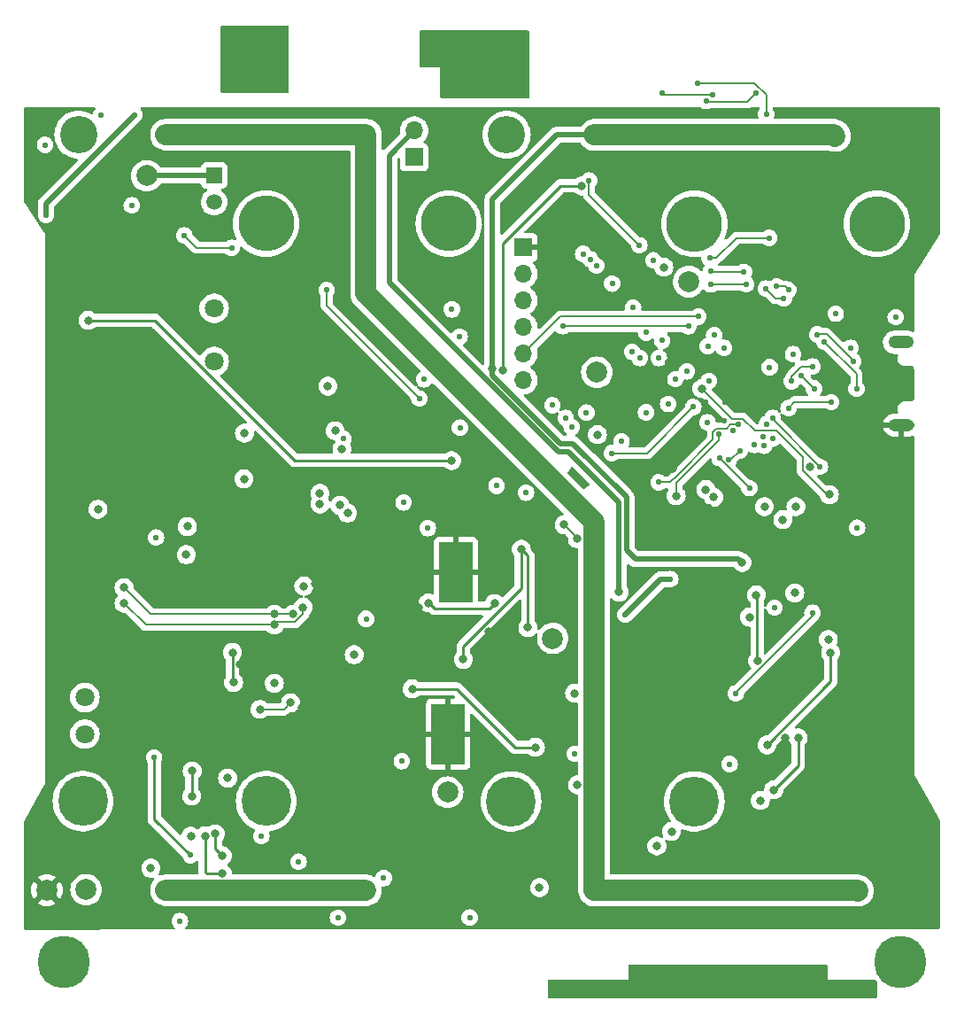
<source format=gbr>
%TF.GenerationSoftware,KiCad,Pcbnew,8.0.2-1*%
%TF.CreationDate,2024-06-12T20:01:09-07:00*%
%TF.ProjectId,battery_board_v3b,62617474-6572-4795-9f62-6f6172645f76,rev?*%
%TF.SameCoordinates,Original*%
%TF.FileFunction,Copper,L4,Bot*%
%TF.FilePolarity,Positive*%
%FSLAX46Y46*%
G04 Gerber Fmt 4.6, Leading zero omitted, Abs format (unit mm)*
G04 Created by KiCad (PCBNEW 8.0.2-1) date 2024-06-12 20:01:09*
%MOMM*%
%LPD*%
G01*
G04 APERTURE LIST*
%TA.AperFunction,ComponentPad*%
%ADD10C,5.000000*%
%TD*%
%TA.AperFunction,ComponentPad*%
%ADD11C,2.000000*%
%TD*%
%TA.AperFunction,ComponentPad*%
%ADD12R,1.700000X1.700000*%
%TD*%
%TA.AperFunction,ComponentPad*%
%ADD13O,1.700000X1.700000*%
%TD*%
%TA.AperFunction,ComponentPad*%
%ADD14C,1.800000*%
%TD*%
%TA.AperFunction,ComponentPad*%
%ADD15C,0.600000*%
%TD*%
%TA.AperFunction,SMDPad,CuDef*%
%ADD16R,3.200000X5.800000*%
%TD*%
%TA.AperFunction,ComponentPad*%
%ADD17O,2.416000X1.208000*%
%TD*%
%TA.AperFunction,ComponentPad*%
%ADD18R,1.508000X1.508000*%
%TD*%
%TA.AperFunction,ComponentPad*%
%ADD19C,1.508000*%
%TD*%
%TA.AperFunction,ComponentPad*%
%ADD20C,4.770000*%
%TD*%
%TA.AperFunction,ComponentPad*%
%ADD21C,5.325000*%
%TD*%
%TA.AperFunction,ComponentPad*%
%ADD22C,3.570000*%
%TD*%
%TA.AperFunction,ComponentPad*%
%ADD23C,1.980000*%
%TD*%
%TA.AperFunction,ViaPad*%
%ADD24C,0.560000*%
%TD*%
%TA.AperFunction,ViaPad*%
%ADD25C,0.800000*%
%TD*%
%TA.AperFunction,Conductor*%
%ADD26C,0.152400*%
%TD*%
%TA.AperFunction,Conductor*%
%ADD27C,0.127000*%
%TD*%
%TA.AperFunction,Conductor*%
%ADD28C,0.250000*%
%TD*%
%TA.AperFunction,Conductor*%
%ADD29C,0.500000*%
%TD*%
%TA.AperFunction,Conductor*%
%ADD30C,2.000000*%
%TD*%
%TA.AperFunction,Conductor*%
%ADD31C,0.152000*%
%TD*%
G04 APERTURE END LIST*
D10*
%TO.P,,1*%
%TO.N,Chassis Ground*%
X194500000Y-131530000D03*
%TD*%
D11*
%TO.P,TP6,1,1*%
%TO.N,VBUSP*%
X122428000Y-56388000D03*
%TD*%
%TO.P,TP1,1,1*%
%TO.N,+3V3*%
X161250000Y-100590000D03*
%TD*%
%TO.P,TP2,1,1*%
%TO.N,B-*%
X116620000Y-124620000D03*
%TD*%
D12*
%TO.P,J25,1,Pin_1*%
%TO.N,GND*%
X158440000Y-63220000D03*
D13*
%TO.P,J25,2,Pin_2*%
%TO.N,FC_RX*%
X158440000Y-65760000D03*
%TO.P,J25,3,Pin_3*%
%TO.N,FC_TX*%
X158440000Y-68300000D03*
%TO.P,J25,4,Pin_4*%
%TO.N,SCL1*%
X158440000Y-70840000D03*
%TO.P,J25,5,Pin_5*%
%TO.N,SDA1*%
X158440000Y-73380000D03*
%TO.P,J25,6,Pin_6*%
%TO.N,+3V3*%
X158440000Y-75920000D03*
%TD*%
D14*
%TO.P,J18,1,Pin_1*%
%TO.N,Net-(J18-Pin_1)*%
X116500000Y-109750000D03*
%TO.P,J18,2,Pin_2*%
%TO.N,Net-(J18-Pin_2)*%
X116500000Y-106250000D03*
%TD*%
D15*
%TO.P,U3,15,EPAD*%
%TO.N,GND*%
X150677500Y-91700000D03*
X150677500Y-93000000D03*
X150677500Y-94300000D03*
X150677500Y-95600000D03*
X150677500Y-96900000D03*
X151977500Y-91700000D03*
X151977500Y-93000000D03*
X151977500Y-94300000D03*
D16*
X151977500Y-94300000D03*
D15*
X151977500Y-95600000D03*
X151977500Y-96900000D03*
X153277500Y-91700000D03*
X153277500Y-93000000D03*
X153277500Y-94300000D03*
X153277500Y-95600000D03*
X153277500Y-96900000D03*
%TD*%
D12*
%TO.P,J1,1,Pin_1*%
%TO.N,VBUSP*%
X147990000Y-54600000D03*
D13*
%TO.P,J1,2,Pin_2*%
%TO.N,VBatt*%
X147990000Y-52060000D03*
%TD*%
D11*
%TO.P,TP9,1,1*%
%TO.N,+5V*%
X151200000Y-115300000D03*
%TD*%
%TO.P,TP8,1,1*%
%TO.N,USBBOOT*%
X165470000Y-75160000D03*
%TD*%
%TO.P,TP5,1,1*%
%TO.N,PACK+*%
X188260000Y-52580000D03*
%TD*%
D17*
%TO.P,J24,SH1,Shield*%
%TO.N,GND*%
X194550000Y-80197500D03*
%TO.P,J24,SH6*%
%TO.N,N/C*%
X194550000Y-72297500D03*
%TD*%
D15*
%TO.P,U5,15,EPAD*%
%TO.N,GND*%
X149950000Y-107150000D03*
X149950000Y-108450000D03*
X149950000Y-109750000D03*
X149950000Y-111050000D03*
X149950000Y-112350000D03*
X151250000Y-107150000D03*
X151250000Y-108450000D03*
X151250000Y-109750000D03*
D16*
X151250000Y-109750000D03*
D15*
X151250000Y-111050000D03*
X151250000Y-112350000D03*
X152550000Y-107150000D03*
X152550000Y-108450000D03*
X152550000Y-109750000D03*
X152550000Y-111050000D03*
X152550000Y-112350000D03*
%TD*%
D11*
%TO.P,TP7,1,1*%
%TO.N,Net-(U11-RESET)*%
X174250000Y-66500000D03*
%TD*%
D18*
%TO.P,K1,C1*%
%TO.N,VBUSP*%
X128862500Y-56350000D03*
D19*
%TO.P,K1,C2*%
%TO.N,Net-(D1-A)*%
X128862500Y-58890000D03*
D14*
%TO.P,K1,M*%
%TO.N,PACK+*%
X128862500Y-74130000D03*
%TO.P,K1,NO*%
%TO.N,Net-(K1-PadNO)*%
X128862500Y-69050000D03*
%TD*%
D10*
%TO.P,,1*%
%TO.N,Chassis Ground*%
X114500000Y-131530000D03*
%TD*%
D11*
%TO.P,TP4,1,1*%
%TO.N,GND*%
X112860000Y-124670000D03*
%TD*%
%TO.P,TP3,1,1*%
%TO.N,BM*%
X190450000Y-124720000D03*
%TD*%
D20*
%TO.P,U2,1,1*%
%TO.N,unconnected-(U2-Pad1)*%
X133828500Y-116160000D03*
%TO.P,U2,2,2*%
%TO.N,unconnected-(U2-Pad2)*%
X116298500Y-116160000D03*
D21*
%TO.P,U2,3,3*%
%TO.N,unconnected-(U2-Pad3)*%
X133828500Y-60960000D03*
%TO.P,U2,4,4*%
%TO.N,unconnected-(U2-Pad4)*%
X151298500Y-60960000D03*
D22*
%TO.P,U2,5,5*%
%TO.N,unconnected-(U2-Pad5)*%
X115878500Y-52450000D03*
D23*
%TO.P,U2,6,6*%
%TO.N,B-*%
X124248500Y-124670000D03*
%TO.P,U2,7,7*%
X143378500Y-124670000D03*
%TO.P,U2,8,8*%
%TO.N,BM*%
X124248500Y-52450000D03*
%TO.P,U2,9,9*%
X143378500Y-52450000D03*
%TD*%
D20*
%TO.P,U4,1,1*%
%TO.N,unconnected-(U4-Pad1)*%
X174790000Y-116180000D03*
%TO.P,U4,2,2*%
%TO.N,unconnected-(U4-Pad2)*%
X157260000Y-116180000D03*
D21*
%TO.P,U4,3,3*%
%TO.N,unconnected-(U4-Pad3)*%
X174790000Y-60980000D03*
%TO.P,U4,4,4*%
%TO.N,unconnected-(U4-Pad4)*%
X192260000Y-60980000D03*
D22*
%TO.P,U4,5,5*%
%TO.N,unconnected-(U4-Pad5)*%
X156840000Y-52470000D03*
D23*
%TO.P,U4,6,6*%
%TO.N,BM*%
X165210000Y-124690000D03*
%TO.P,U4,7,7*%
X184340000Y-124690000D03*
%TO.P,U4,8,8*%
%TO.N,PACK+*%
X165210000Y-52470000D03*
%TO.P,U4,9,9*%
X184340000Y-52470000D03*
%TD*%
D24*
%TO.N,+3V3*%
X175090000Y-47540000D03*
X180550000Y-82100000D03*
X136940000Y-121950000D03*
D25*
X184500000Y-88000000D03*
D24*
X176050000Y-79940000D03*
X167820000Y-81750000D03*
X181990000Y-74680000D03*
X183791911Y-78590089D03*
D25*
X137440000Y-95600000D03*
D24*
X170860000Y-64460000D03*
X153300000Y-127280000D03*
D25*
X171200000Y-120450000D03*
D24*
X125590000Y-127610000D03*
D25*
X172600000Y-119050000D03*
X126200000Y-92600000D03*
D24*
X140700000Y-127300000D03*
X174070000Y-75080000D03*
X177620000Y-72830000D03*
X181660000Y-50470000D03*
D25*
X181100000Y-116100000D03*
X181500000Y-88000000D03*
D24*
X146980000Y-87600000D03*
X145080000Y-123510000D03*
D25*
X134620000Y-104902000D03*
X126300000Y-89900000D03*
D24*
X187860000Y-78020000D03*
D25*
X159980000Y-124430000D03*
D24*
X141224000Y-81534000D03*
D25*
X185828207Y-84173793D03*
%TO.N,VBUSP*%
X151570000Y-83600000D03*
X158870000Y-99560000D03*
X116820000Y-70200000D03*
X158241250Y-92078750D03*
X152690000Y-102595000D03*
%TO.N,Net-(U1-V-)*%
X127980000Y-119480000D03*
X129630000Y-123060000D03*
%TO.N,/VDD*%
X129647359Y-121389500D03*
X128957916Y-119273398D03*
%TO.N,GND*%
X137250000Y-107250000D03*
X155540000Y-83090000D03*
D24*
X176180000Y-50570000D03*
D25*
X183500000Y-110080000D03*
X195640000Y-50680000D03*
X143250000Y-114800000D03*
D24*
X179470000Y-78000000D03*
X177660000Y-79810000D03*
X166630000Y-58030000D03*
X137030000Y-81440000D03*
D25*
X112880000Y-51200000D03*
D24*
X190410000Y-65350000D03*
X134110000Y-76710000D03*
D25*
X148430000Y-97630000D03*
D24*
X191110000Y-70380000D03*
X190320000Y-85510000D03*
X170700000Y-50380000D03*
D25*
X188160000Y-127570000D03*
D24*
X173070000Y-54500000D03*
X168040000Y-74580000D03*
D25*
X121750000Y-85000000D03*
D24*
X126170000Y-70390000D03*
X177690000Y-78030000D03*
D25*
X149600000Y-100680000D03*
X141970000Y-109690000D03*
X131340000Y-103117999D03*
X119750000Y-71750000D03*
D24*
X134460000Y-86570000D03*
D25*
X123840000Y-94557501D03*
D24*
X176520000Y-68100000D03*
X163680000Y-85370000D03*
X158770000Y-106120000D03*
D25*
X142500000Y-96250000D03*
D24*
X166580000Y-63120000D03*
D25*
X162250000Y-92000000D03*
D24*
X190630000Y-78230000D03*
D25*
X155120000Y-99950000D03*
D24*
X122410000Y-67560000D03*
D25*
X146990000Y-81690000D03*
X150500000Y-89530000D03*
D24*
X176210000Y-88000000D03*
D25*
X175110000Y-109910000D03*
D24*
X164830000Y-77770000D03*
D25*
X123750000Y-103082499D03*
X123500000Y-76000000D03*
D24*
X159190000Y-58750000D03*
X172200000Y-74250000D03*
D25*
X190300000Y-104900000D03*
X143750000Y-89500000D03*
D24*
X120930000Y-61410000D03*
D25*
X172761714Y-84361714D03*
D24*
X154080000Y-71640000D03*
X177660000Y-76150000D03*
D25*
X183160000Y-116130000D03*
D24*
X150670000Y-66940000D03*
X187590000Y-80180000D03*
X179290000Y-54530000D03*
D25*
X117750000Y-94250000D03*
D24*
X175850000Y-77980000D03*
X119280000Y-54350000D03*
D25*
X138500000Y-95350000D03*
D24*
X184912000Y-89916000D03*
X151940000Y-122680000D03*
X170080000Y-120000000D03*
X182830000Y-70630000D03*
D25*
%TO.N,USBBOOT*%
X138975000Y-86750000D03*
X165523330Y-81114999D03*
%TO.N,VBatt*%
X167600000Y-96170000D03*
D24*
%TO.N,CANL*%
X176518928Y-48625500D03*
X171700000Y-48470000D03*
%TO.N,CANH*%
X180700000Y-48480000D03*
X175910000Y-49240000D03*
D25*
%TO.N,FC_RESET*%
X175514000Y-76711645D03*
X187706000Y-86868000D03*
D24*
%TO.N,5V_enable*%
X186090000Y-98150000D03*
X146810000Y-112340000D03*
X178765000Y-105850000D03*
X186810000Y-84200000D03*
X163350000Y-111630000D03*
X182270000Y-79530000D03*
%TO.N,BURN_RELAY_A*%
X148930000Y-75840000D03*
X170160000Y-79000000D03*
X162490000Y-79530000D03*
D25*
%TO.N,Net-(K1-PadNO)*%
X131760000Y-80990000D03*
X131712500Y-85350000D03*
%TO.N,PACK-*%
X130150000Y-113950000D03*
X122810000Y-122570000D03*
D24*
X133370000Y-119490000D03*
%TO.N,ENAB_HEATER*%
X155870000Y-86020000D03*
X171380000Y-85680000D03*
X179028959Y-80158959D03*
D25*
X140425000Y-80750000D03*
%TO.N,SCL0*%
X137357353Y-97635000D03*
X180069000Y-98569000D03*
X133256370Y-107380079D03*
X181750000Y-110780000D03*
X120250000Y-97250000D03*
X187825000Y-101962653D03*
X134620000Y-99314000D03*
X136163500Y-106750000D03*
D24*
X171704000Y-72136000D03*
D25*
X184404000Y-96266000D03*
D24*
%TO.N,SDA0*%
X170180000Y-71374000D03*
D25*
X120250000Y-95750000D03*
X182385500Y-115070000D03*
X134620000Y-98298000D03*
X184720000Y-110110000D03*
X187600000Y-100700000D03*
X136398000Y-98298000D03*
D24*
%TO.N,FC_RX*%
X176680000Y-71620000D03*
%TO.N,/NEOPIX*%
X181332211Y-81330492D03*
X188310000Y-69560000D03*
D25*
%TO.N,/3V3_EN*%
X155670000Y-97260000D03*
X149350000Y-97220000D03*
D24*
%TO.N,SDA1*%
X175170000Y-69840000D03*
X152340000Y-71770000D03*
%TO.N,SCL1*%
X174220000Y-70770000D03*
X151600000Y-69150000D03*
X162190000Y-70760000D03*
D25*
%TO.N,BM*%
X126627675Y-119502325D03*
D24*
%TO.N,PACK+*%
X126579499Y-121318079D03*
X112690000Y-53430000D03*
X123120000Y-111970000D03*
D25*
X155480000Y-74840000D03*
D24*
X123310000Y-90960000D03*
D25*
X180720000Y-96450000D03*
X179350000Y-93350000D03*
X180850000Y-102750000D03*
D24*
%TO.N,SPI0_MISO*%
X165410000Y-64980000D03*
X172968641Y-75821358D03*
%TO.N,SPI0_CS0*%
X171394995Y-73802805D03*
X166930000Y-66690000D03*
%TO.N,ENAB_BURN*%
X176170000Y-76000000D03*
D25*
X141088500Y-82500000D03*
D24*
%TO.N,VBUS_RESET*%
X149290000Y-90060000D03*
X143390000Y-98730000D03*
X174700000Y-78480000D03*
X166910000Y-82900000D03*
%TO.N,SPI0_SCK*%
X169577360Y-73802640D03*
X164150000Y-63850000D03*
%TO.N,SPI0_MOSI*%
X164840000Y-64360000D03*
X168843959Y-73216041D03*
%TO.N,Net-(Q10-G)*%
X117990000Y-50630000D03*
X120980000Y-59210000D03*
%TO.N,Net-(Q10-D)*%
X121250000Y-50550000D03*
X112780000Y-60130000D03*
%TO.N,Jetson*%
X130520000Y-63260000D03*
X161210000Y-78310000D03*
X126010000Y-62080000D03*
X139620000Y-67310000D03*
X148490000Y-77670000D03*
X181715264Y-80107346D03*
D25*
%TO.N,~{RESET}*%
X173046169Y-86963839D03*
D24*
X158690000Y-86670000D03*
X177106041Y-81103959D03*
D25*
X138975000Y-87750000D03*
%TO.N,SWDIO*%
X163610500Y-91073000D03*
X162353000Y-89747000D03*
D24*
%TO.N,ENAB_RF*%
X163060000Y-80390000D03*
X172284496Y-78195504D03*
X152370000Y-80460000D03*
%TO.N,CHRG'*%
X182460000Y-97660000D03*
X178160000Y-112610000D03*
X181460000Y-82190000D03*
%TO.N,SPI1_CS0*%
X180050000Y-86240000D03*
X177190000Y-83370000D03*
%TO.N,SPI1_MOSI*%
X178083959Y-83496041D03*
X179120000Y-82640000D03*
%TO.N,D0*%
X190360000Y-90030000D03*
X178453959Y-80733959D03*
D25*
X183250000Y-89250000D03*
D24*
%TO.N,/NEO_PWR*%
X182330000Y-81490000D03*
X194050000Y-69890000D03*
%TO.N,USB_D-*%
X184100000Y-76020000D03*
X186078104Y-74618440D03*
%TO.N,USB_D+*%
X186240000Y-76720000D03*
X184990000Y-75470000D03*
%TO.N,/QSPI_SCK*%
X183777858Y-67297858D03*
X182667364Y-66957367D03*
%TO.N,/QSPI_DATA[0]*%
X181640000Y-67160000D03*
X183350000Y-68090000D03*
%TO.N,/QSPI_DATA[2]*%
X179740000Y-66740000D03*
X176360000Y-66770000D03*
%TO.N,/QSPI_DATA[1]*%
X176360000Y-65530000D03*
X179530000Y-65570000D03*
D25*
%TO.N,+5V*%
X159580000Y-111000000D03*
X147800000Y-105430000D03*
X139738787Y-76502656D03*
X142250000Y-102170000D03*
X164007823Y-57346070D03*
D24*
X168190000Y-98310000D03*
X172500000Y-94930000D03*
D25*
X156464795Y-75010832D03*
D24*
%TO.N,VBUS*%
X189720000Y-72840000D03*
X184230000Y-73430000D03*
D25*
%TO.N,Net-(Q1-G)*%
X126760000Y-113280000D03*
X126720000Y-115670000D03*
D24*
%TO.N,Net-(D8-PadA)*%
X176250000Y-64250000D03*
X164470000Y-79010000D03*
X181930000Y-62320000D03*
X168930000Y-69000000D03*
%TO.N,TXCAN*%
X164720000Y-56830000D03*
X169530000Y-63020000D03*
%TO.N,D-*%
X189980000Y-74110000D03*
X186550000Y-71550000D03*
D25*
X140878768Y-87878768D03*
X175888801Y-86368735D03*
D24*
%TO.N,D+*%
X190300000Y-76740000D03*
D25*
X176631265Y-87111199D03*
X141621232Y-88621232D03*
D24*
X187202437Y-72235437D03*
D25*
%TO.N,Net-(U9-+Vs)*%
X130720000Y-104810000D03*
X130610000Y-101940000D03*
%TO.N,Net-(U11-RESET)*%
X171870834Y-65120834D03*
D24*
%TO.N,FC_TX*%
X176073000Y-72680000D03*
D25*
%TO.N,Dir_Chrg_In*%
X163350000Y-105833959D03*
X117750000Y-88250000D03*
X163610000Y-114600000D03*
%TD*%
D26*
%TO.N,+3V3*%
X181660000Y-48653414D02*
X181660000Y-50470000D01*
D27*
X184362000Y-78020000D02*
X187860000Y-78020000D01*
D26*
X180546586Y-47540000D02*
X181660000Y-48653414D01*
X175090000Y-47540000D02*
X180546586Y-47540000D01*
D27*
X183791911Y-78590089D02*
X184362000Y-78020000D01*
D28*
%TO.N,VBUSP*%
X152690000Y-101354695D02*
X158241250Y-95803445D01*
X123200088Y-70200000D02*
X116820000Y-70200000D01*
X136600088Y-83600000D02*
X123200088Y-70200000D01*
X158870000Y-92707500D02*
X158241250Y-92078750D01*
X151570000Y-83600000D02*
X136600088Y-83600000D01*
X158870000Y-92707500D02*
X158870000Y-99560000D01*
X152690000Y-102595000D02*
X152690000Y-101354695D01*
D29*
X122270000Y-56350000D02*
X122170000Y-56450000D01*
X128862500Y-56350000D02*
X122270000Y-56350000D01*
D28*
X158241250Y-95803445D02*
X158241250Y-92078750D01*
D30*
%TO.N,B-*%
X124248500Y-124670000D02*
X143378500Y-124670000D01*
D28*
%TO.N,Net-(U1-V-)*%
X129630000Y-123060000D02*
X128127365Y-123060000D01*
X128127365Y-123060000D02*
X127980000Y-122912635D01*
X127980000Y-122912635D02*
X127980000Y-119480000D01*
%TO.N,/VDD*%
X128957916Y-119273398D02*
X128957916Y-120700057D01*
X128957916Y-120700057D02*
X129647359Y-121389500D01*
D29*
%TO.N,VBatt*%
X161761522Y-82780000D02*
X145600000Y-66618478D01*
X145600000Y-66618478D02*
X145600000Y-54450000D01*
X167600000Y-87610000D02*
X162770000Y-82780000D01*
X167600000Y-96170000D02*
X167600000Y-87610000D01*
X162770000Y-82780000D02*
X161761522Y-82780000D01*
X145600000Y-54450000D02*
X147990000Y-52060000D01*
D31*
%TO.N,CANL*%
X171860000Y-48630000D02*
X171700000Y-48470000D01*
X176514428Y-48630000D02*
X171860000Y-48630000D01*
X176518928Y-48625500D02*
X176514428Y-48630000D01*
%TO.N,CANH*%
X175910000Y-49240000D02*
X176020000Y-49350000D01*
X176020000Y-49350000D02*
X179830000Y-49350000D01*
X179830000Y-49350000D02*
X180700000Y-48480000D01*
D27*
%TO.N,FC_RESET*%
X178400297Y-79597942D02*
X179419942Y-79597942D01*
X175514000Y-76711645D02*
X178400297Y-79597942D01*
X182625999Y-80772000D02*
X185164707Y-83310708D01*
X179419942Y-79597942D02*
X180594000Y-80772000D01*
X187452000Y-86868000D02*
X187706000Y-86868000D01*
X185164707Y-83310708D02*
X185164707Y-84580707D01*
X185164707Y-84580707D02*
X187452000Y-86868000D01*
X180594000Y-80772000D02*
X182625999Y-80772000D01*
D26*
%TO.N,5V_enable*%
X182270000Y-79660000D02*
X186810000Y-84200000D01*
X186090000Y-98466292D02*
X186090000Y-98150000D01*
X182270000Y-79530000D02*
X182270000Y-79660000D01*
X178765000Y-105850000D02*
X178765000Y-105791292D01*
X178765000Y-105791292D02*
X186090000Y-98466292D01*
D27*
%TO.N,ENAB_HEATER*%
X172460000Y-85680000D02*
X171380000Y-85680000D01*
X179028959Y-80158959D02*
X178260333Y-80158959D01*
X177858833Y-80560459D02*
X176880915Y-80560459D01*
X176562541Y-80878833D02*
X176562541Y-81577459D01*
X176562541Y-81577459D02*
X173120000Y-85020000D01*
X173120000Y-85020000D02*
X172460000Y-85680000D01*
X178260333Y-80158959D02*
X177858833Y-80560459D01*
X176880915Y-80560459D02*
X176562541Y-80878833D01*
%TO.N,SCL0*%
X136574331Y-99060000D02*
X137357353Y-98276978D01*
X134620000Y-99060000D02*
X136574331Y-99060000D01*
D28*
X187825000Y-104705000D02*
X181750000Y-110780000D01*
D26*
X134620000Y-99314000D02*
X122314000Y-99314000D01*
D27*
X133256370Y-107380079D02*
X135533421Y-107380079D01*
X135533421Y-107380079D02*
X136163500Y-106750000D01*
D26*
X122314000Y-99314000D02*
X120250000Y-97250000D01*
D27*
X137357353Y-98276978D02*
X137357353Y-97635000D01*
D28*
X187825000Y-101962653D02*
X187825000Y-104705000D01*
D27*
%TO.N,SDA0*%
X134620000Y-98298000D02*
X136398000Y-98298000D01*
X122798000Y-98298000D02*
X120250000Y-95750000D01*
D28*
X184720000Y-110110000D02*
X184720000Y-112735500D01*
D27*
X134620000Y-98298000D02*
X122798000Y-98298000D01*
D28*
X184720000Y-112735500D02*
X182385500Y-115070000D01*
%TO.N,/3V3_EN*%
X155670000Y-97260000D02*
X155190000Y-97740000D01*
X149460000Y-97220000D02*
X149350000Y-97220000D01*
X149980000Y-97740000D02*
X149460000Y-97220000D01*
X155190000Y-97740000D02*
X149980000Y-97740000D01*
D27*
%TO.N,SDA1*%
X175170000Y-69840000D02*
X161980000Y-69840000D01*
X161980000Y-69840000D02*
X158440000Y-73380000D01*
%TO.N,SCL1*%
X174220000Y-70770000D02*
X162200000Y-70770000D01*
X162200000Y-70770000D02*
X162190000Y-70760000D01*
D30*
%TO.N,BM*%
X190420000Y-124690000D02*
X190450000Y-124720000D01*
X184340000Y-124690000D02*
X190420000Y-124690000D01*
X165210000Y-124690000D02*
X184340000Y-124690000D01*
X143378500Y-52450000D02*
X124248500Y-52450000D01*
X165210000Y-89480531D02*
X143378500Y-67649031D01*
X165210000Y-124690000D02*
X165210000Y-89480531D01*
X143378500Y-67649031D02*
X143378500Y-52450000D01*
%TO.N,PACK+*%
X184340000Y-52470000D02*
X188150000Y-52470000D01*
D28*
X180800000Y-96530000D02*
X180720000Y-96450000D01*
D29*
X155480000Y-75508528D02*
X155480000Y-74840000D01*
D28*
X123120000Y-117858580D02*
X123120000Y-111970000D01*
D29*
X163179264Y-81979264D02*
X161950736Y-81979264D01*
X161600000Y-52470000D02*
X165210000Y-52470000D01*
X155480000Y-58590000D02*
X161600000Y-52470000D01*
D30*
X188150000Y-52470000D02*
X188260000Y-52580000D01*
D28*
X126579499Y-121318079D02*
X123120000Y-117858580D01*
D29*
X161950736Y-81979264D02*
X155480000Y-75508528D01*
D28*
X180800000Y-102700000D02*
X180800000Y-96530000D01*
D29*
X179350000Y-93350000D02*
X179020000Y-93020000D01*
X168300000Y-87100000D02*
X163179264Y-81979264D01*
X155480000Y-74840000D02*
X155480000Y-58590000D01*
X179020000Y-93020000D02*
X169140000Y-93020000D01*
D30*
X165210000Y-52470000D02*
X184340000Y-52470000D01*
D29*
X169140000Y-93020000D02*
X168300000Y-92180000D01*
X168300000Y-92180000D02*
X168300000Y-87100000D01*
D28*
X180850000Y-102750000D02*
X180800000Y-102700000D01*
D27*
%TO.N,VBUS_RESET*%
X170280000Y-82900000D02*
X166910000Y-82900000D01*
X174700000Y-78480000D02*
X170280000Y-82900000D01*
D29*
%TO.N,Net-(Q10-D)*%
X112780000Y-59020000D02*
X121250000Y-50550000D01*
X112780000Y-60130000D02*
X112780000Y-59020000D01*
D27*
%TO.N,Jetson*%
X130520000Y-63260000D02*
X127190000Y-63260000D01*
X148490000Y-77670000D02*
X139620000Y-68800000D01*
X139620000Y-68800000D02*
X139620000Y-67310000D01*
X127190000Y-63260000D02*
X126010000Y-62080000D01*
%TO.N,~{RESET}*%
X173046169Y-85743831D02*
X173046169Y-86963839D01*
X177106041Y-81683959D02*
X173046169Y-85743831D01*
X177106041Y-81103959D02*
X177106041Y-81683959D01*
%TO.N,SWDIO*%
X162353000Y-89747000D02*
X163610500Y-91004500D01*
X163610500Y-91004500D02*
X163610500Y-91073000D01*
%TO.N,SPI1_CS0*%
X180050000Y-86230000D02*
X180050000Y-86240000D01*
X177190000Y-83370000D02*
X180050000Y-86230000D01*
%TO.N,SPI1_MOSI*%
X178083959Y-83496041D02*
X178263959Y-83496041D01*
X178263959Y-83496041D02*
X179120000Y-82640000D01*
%TO.N,USB_D-*%
X186078104Y-74618440D02*
X185021560Y-74618440D01*
X184100000Y-75540000D02*
X184100000Y-76020000D01*
X185021560Y-74618440D02*
X184100000Y-75540000D01*
%TO.N,USB_D+*%
X184990000Y-75470000D02*
X186240000Y-76720000D01*
%TO.N,/QSPI_SCK*%
X183437367Y-66957367D02*
X183777858Y-67297858D01*
X182667364Y-66957367D02*
X183437367Y-66957367D01*
%TO.N,/QSPI_DATA[0]*%
X183350000Y-68090000D02*
X182570000Y-68090000D01*
X182570000Y-68090000D02*
X181640000Y-67160000D01*
%TO.N,/QSPI_DATA[2]*%
X179740000Y-66740000D02*
X179720000Y-66760000D01*
X179720000Y-66760000D02*
X176370000Y-66760000D01*
X176370000Y-66760000D02*
X176360000Y-66770000D01*
%TO.N,/QSPI_DATA[1]*%
X176400000Y-65570000D02*
X176360000Y-65530000D01*
X179530000Y-65570000D02*
X176400000Y-65570000D01*
D28*
%TO.N,+5V*%
X161963930Y-57346070D02*
X156464795Y-62845205D01*
X159580000Y-111000000D02*
X157650000Y-111000000D01*
X152080000Y-105430000D02*
X147800000Y-105430000D01*
D29*
X171570000Y-94930000D02*
X172500000Y-94930000D01*
D28*
X156464795Y-62845205D02*
X156464795Y-75010832D01*
D29*
X168190000Y-98310000D02*
X171570000Y-94930000D01*
D28*
X157650000Y-111000000D02*
X152080000Y-105430000D01*
X164007823Y-57346070D02*
X161963930Y-57346070D01*
%TO.N,Net-(Q1-G)*%
X126720000Y-115670000D02*
X126720000Y-113320000D01*
X126720000Y-113320000D02*
X126760000Y-113280000D01*
D27*
%TO.N,Net-(D8-PadA)*%
X176871374Y-64250000D02*
X178801374Y-62320000D01*
X176250000Y-64250000D02*
X176871374Y-64250000D01*
X178801374Y-62320000D02*
X181930000Y-62320000D01*
%TO.N,TXCAN*%
X169530000Y-63020000D02*
X164720000Y-58210000D01*
X164720000Y-58210000D02*
X164720000Y-56830000D01*
%TO.N,D-*%
X187427563Y-71497563D02*
X189980000Y-74050000D01*
X189980000Y-74050000D02*
X189980000Y-74110000D01*
X186550000Y-71550000D02*
X186602437Y-71497563D01*
X186602437Y-71497563D02*
X187427563Y-71497563D01*
%TO.N,D+*%
X187202437Y-72235437D02*
X190300000Y-75333000D01*
X190300000Y-75333000D02*
X190300000Y-76740000D01*
D28*
%TO.N,Net-(U9-+Vs)*%
X130610000Y-101940000D02*
X130610000Y-104700000D01*
X130610000Y-104700000D02*
X130720000Y-104810000D01*
%TD*%
%TA.AperFunction,Conductor*%
%TO.N,GND*%
G36*
X117464223Y-49824602D02*
G01*
X117510716Y-49878258D01*
X117520820Y-49948532D01*
X117491326Y-50013112D01*
X117485197Y-50019695D01*
X117369626Y-50135265D01*
X117369624Y-50135268D01*
X117275092Y-50285715D01*
X117232636Y-50407046D01*
X117191257Y-50464737D01*
X117125257Y-50490900D01*
X117055589Y-50477226D01*
X117043708Y-50470197D01*
X117027709Y-50459507D01*
X116758074Y-50326539D01*
X116758068Y-50326536D01*
X116758063Y-50326534D01*
X116758060Y-50326533D01*
X116473383Y-50229898D01*
X116473377Y-50229896D01*
X116473375Y-50229896D01*
X116374637Y-50210255D01*
X116178513Y-50171243D01*
X116178499Y-50171241D01*
X115878503Y-50151579D01*
X115878497Y-50151579D01*
X115578500Y-50171241D01*
X115578486Y-50171243D01*
X115332993Y-50220075D01*
X115283625Y-50229896D01*
X115283623Y-50229896D01*
X115283616Y-50229898D01*
X114998939Y-50326533D01*
X114998925Y-50326539D01*
X114729292Y-50459507D01*
X114479313Y-50626537D01*
X114253270Y-50824770D01*
X114055037Y-51050813D01*
X113888007Y-51300792D01*
X113755039Y-51570425D01*
X113755033Y-51570439D01*
X113658398Y-51855116D01*
X113658396Y-51855126D01*
X113599743Y-52149986D01*
X113599741Y-52150000D01*
X113580079Y-52449996D01*
X113580079Y-52450003D01*
X113599741Y-52749999D01*
X113599743Y-52750013D01*
X113636190Y-52933241D01*
X113648396Y-52994604D01*
X113658396Y-53044873D01*
X113658398Y-53044883D01*
X113684441Y-53121603D01*
X113685714Y-53152174D01*
X113696028Y-53162276D01*
X113705385Y-53183302D01*
X113723367Y-53236274D01*
X113755036Y-53329568D01*
X113755039Y-53329574D01*
X113888007Y-53599208D01*
X114055036Y-53849185D01*
X114055041Y-53849191D01*
X114253270Y-54075229D01*
X114479308Y-54273458D01*
X114479314Y-54273463D01*
X114602592Y-54355834D01*
X114729289Y-54440491D01*
X114998932Y-54573464D01*
X115283625Y-54670104D01*
X115578496Y-54728758D01*
X115695232Y-54736409D01*
X115761896Y-54760822D01*
X115804780Y-54817403D01*
X115810267Y-54888187D01*
X115776614Y-54950701D01*
X115776084Y-54951233D01*
X112190840Y-58536477D01*
X112190835Y-58536483D01*
X112107826Y-58660715D01*
X112053016Y-58793040D01*
X112050650Y-58798750D01*
X112050648Y-58798757D01*
X112021500Y-58945290D01*
X112021500Y-59888885D01*
X112014430Y-59930499D01*
X112006404Y-59953435D01*
X111986511Y-60130000D01*
X112006404Y-60306566D01*
X112065091Y-60474282D01*
X112065092Y-60474284D01*
X112159624Y-60624731D01*
X112159626Y-60624734D01*
X112285265Y-60750373D01*
X112285268Y-60750375D01*
X112435718Y-60844909D01*
X112603432Y-60903595D01*
X112603431Y-60903595D01*
X112621310Y-60905609D01*
X112780000Y-60923489D01*
X112956568Y-60903595D01*
X113124282Y-60844909D01*
X113274732Y-60750375D01*
X113400375Y-60624732D01*
X113494909Y-60474282D01*
X113553595Y-60306568D01*
X113573489Y-60130000D01*
X113553595Y-59953432D01*
X113545569Y-59930496D01*
X113538500Y-59888885D01*
X113538500Y-59386370D01*
X113558502Y-59318249D01*
X113575400Y-59297280D01*
X113662680Y-59210000D01*
X120186511Y-59210000D01*
X120206404Y-59386566D01*
X120265091Y-59554282D01*
X120265092Y-59554284D01*
X120359624Y-59704731D01*
X120359626Y-59704734D01*
X120485265Y-59830373D01*
X120485268Y-59830375D01*
X120635718Y-59924909D01*
X120803432Y-59983595D01*
X120803431Y-59983595D01*
X120821310Y-59985609D01*
X120980000Y-60003489D01*
X121156568Y-59983595D01*
X121324282Y-59924909D01*
X121474732Y-59830375D01*
X121600375Y-59704732D01*
X121694909Y-59554282D01*
X121753595Y-59386568D01*
X121773489Y-59210000D01*
X121753595Y-59033432D01*
X121694909Y-58865718D01*
X121600375Y-58715268D01*
X121600373Y-58715265D01*
X121474734Y-58589626D01*
X121474731Y-58589624D01*
X121324284Y-58495092D01*
X121324282Y-58495091D01*
X121156568Y-58436405D01*
X121156566Y-58436404D01*
X121156568Y-58436404D01*
X120980000Y-58416511D01*
X120803433Y-58436404D01*
X120635717Y-58495091D01*
X120635715Y-58495092D01*
X120485268Y-58589624D01*
X120485265Y-58589626D01*
X120359626Y-58715265D01*
X120359624Y-58715268D01*
X120265092Y-58865715D01*
X120265091Y-58865717D01*
X120206404Y-59033433D01*
X120186511Y-59210000D01*
X113662680Y-59210000D01*
X116484680Y-56388000D01*
X120914835Y-56388000D01*
X120933465Y-56624711D01*
X120943667Y-56667204D01*
X120988894Y-56855592D01*
X120988895Y-56855594D01*
X121079760Y-57074963D01*
X121159926Y-57205782D01*
X121203825Y-57277417D01*
X121203826Y-57277419D01*
X121358030Y-57457969D01*
X121531341Y-57605990D01*
X121538584Y-57612176D01*
X121741037Y-57736240D01*
X121960406Y-57827105D01*
X122191289Y-57882535D01*
X122428000Y-57901165D01*
X122664711Y-57882535D01*
X122895594Y-57827105D01*
X123114963Y-57736240D01*
X123317416Y-57612176D01*
X123497969Y-57457969D01*
X123652176Y-57277416D01*
X123652181Y-57277408D01*
X123718820Y-57168665D01*
X123771467Y-57121034D01*
X123826252Y-57108500D01*
X127482074Y-57108500D01*
X127550195Y-57128502D01*
X127596688Y-57182158D01*
X127603613Y-57205782D01*
X127604697Y-57205526D01*
X127606511Y-57213204D01*
X127657610Y-57350202D01*
X127657612Y-57350207D01*
X127745238Y-57467261D01*
X127862292Y-57554887D01*
X127862294Y-57554888D01*
X127862296Y-57554889D01*
X127921375Y-57576924D01*
X127999295Y-57605988D01*
X127999303Y-57605990D01*
X128059850Y-57612499D01*
X128059855Y-57612499D01*
X128059862Y-57612500D01*
X128059868Y-57612500D01*
X128086235Y-57612500D01*
X128154356Y-57632502D01*
X128200849Y-57686158D01*
X128210953Y-57756432D01*
X128181459Y-57821012D01*
X128158505Y-57841713D01*
X128047884Y-57919169D01*
X128047874Y-57919178D01*
X127891678Y-58075374D01*
X127891669Y-58075384D01*
X127764967Y-58256335D01*
X127671607Y-58456547D01*
X127671605Y-58456552D01*
X127655865Y-58515294D01*
X127614430Y-58669932D01*
X127595177Y-58890000D01*
X127614430Y-59110068D01*
X127660390Y-59281593D01*
X127671605Y-59323447D01*
X127671607Y-59323453D01*
X127764966Y-59523662D01*
X127819800Y-59601974D01*
X127891674Y-59704620D01*
X128047880Y-59860826D01*
X128228838Y-59987534D01*
X128429050Y-60080894D01*
X128642432Y-60138070D01*
X128862500Y-60157323D01*
X129082568Y-60138070D01*
X129295950Y-60080894D01*
X129496162Y-59987534D01*
X129677120Y-59860826D01*
X129833326Y-59704620D01*
X129960034Y-59523662D01*
X130053394Y-59323450D01*
X130110570Y-59110068D01*
X130129823Y-58890000D01*
X130110570Y-58669932D01*
X130053394Y-58456550D01*
X129960034Y-58256339D01*
X129960033Y-58256338D01*
X129960032Y-58256335D01*
X129833330Y-58075384D01*
X129833327Y-58075381D01*
X129757518Y-57999572D01*
X129677120Y-57919174D01*
X129677116Y-57919171D01*
X129677111Y-57919167D01*
X129566495Y-57841713D01*
X129522166Y-57786256D01*
X129514857Y-57715637D01*
X129546887Y-57652276D01*
X129608089Y-57616291D01*
X129638765Y-57612500D01*
X129665132Y-57612500D01*
X129665138Y-57612500D01*
X129665145Y-57612499D01*
X129665149Y-57612499D01*
X129725696Y-57605990D01*
X129725699Y-57605989D01*
X129725701Y-57605989D01*
X129862704Y-57554889D01*
X129979761Y-57467261D01*
X130067389Y-57350204D01*
X130118489Y-57213201D01*
X130119315Y-57205526D01*
X130124999Y-57152649D01*
X130125000Y-57152632D01*
X130125000Y-55547367D01*
X130124999Y-55547350D01*
X130118490Y-55486803D01*
X130118488Y-55486795D01*
X130067389Y-55349797D01*
X130067387Y-55349792D01*
X129979761Y-55232738D01*
X129862707Y-55145112D01*
X129862702Y-55145110D01*
X129725704Y-55094011D01*
X129725696Y-55094009D01*
X129665149Y-55087500D01*
X129665138Y-55087500D01*
X128059862Y-55087500D01*
X128059850Y-55087500D01*
X127999303Y-55094009D01*
X127999295Y-55094011D01*
X127862297Y-55145110D01*
X127862292Y-55145112D01*
X127745238Y-55232738D01*
X127657612Y-55349792D01*
X127657610Y-55349797D01*
X127606511Y-55486795D01*
X127604697Y-55494474D01*
X127602014Y-55493840D01*
X127577373Y-55547926D01*
X127517681Y-55586364D01*
X127482074Y-55591500D01*
X123779679Y-55591500D01*
X123711558Y-55571498D01*
X123672247Y-55531336D01*
X123652177Y-55498586D01*
X123652173Y-55498580D01*
X123497969Y-55318030D01*
X123317419Y-55163826D01*
X123317417Y-55163825D01*
X123317416Y-55163824D01*
X123114963Y-55039760D01*
X122901239Y-54951233D01*
X122895592Y-54948894D01*
X122737651Y-54910976D01*
X122664711Y-54893465D01*
X122428000Y-54874835D01*
X122191289Y-54893465D01*
X121960407Y-54948894D01*
X121741038Y-55039759D01*
X121538582Y-55163825D01*
X121538580Y-55163826D01*
X121358030Y-55318030D01*
X121203826Y-55498580D01*
X121203825Y-55498582D01*
X121079759Y-55701038D01*
X120988894Y-55920407D01*
X120942155Y-56115091D01*
X120933465Y-56151289D01*
X120914835Y-56388000D01*
X116484680Y-56388000D01*
X121620539Y-51252140D01*
X121642595Y-51234551D01*
X121661410Y-51222729D01*
X121744732Y-51170375D01*
X121870375Y-51044732D01*
X121964909Y-50894282D01*
X122023595Y-50726568D01*
X122043489Y-50550000D01*
X122023595Y-50373432D01*
X121964909Y-50205718D01*
X121870375Y-50055268D01*
X121870373Y-50055265D01*
X121834803Y-50019695D01*
X121800777Y-49957383D01*
X121805842Y-49886568D01*
X121848389Y-49829732D01*
X121914909Y-49804921D01*
X121923898Y-49804600D01*
X175307302Y-49804600D01*
X175375423Y-49824602D01*
X175396397Y-49841505D01*
X175415265Y-49860373D01*
X175415268Y-49860375D01*
X175565718Y-49954909D01*
X175733432Y-50013595D01*
X175733431Y-50013595D01*
X175751310Y-50015609D01*
X175910000Y-50033489D01*
X176086568Y-50013595D01*
X176254282Y-49954909D01*
X176256025Y-49953813D01*
X176257347Y-49953432D01*
X176260657Y-49951839D01*
X176260927Y-49952401D01*
X176323062Y-49934500D01*
X179745315Y-49934500D01*
X179745331Y-49934501D01*
X179753049Y-49934501D01*
X179906949Y-49934501D01*
X179906951Y-49934501D01*
X180055609Y-49894668D01*
X180084780Y-49877826D01*
X180156340Y-49836511D01*
X180182373Y-49821481D01*
X180245373Y-49804600D01*
X180918883Y-49804600D01*
X180987004Y-49824602D01*
X181033497Y-49878258D01*
X181043601Y-49948532D01*
X181025570Y-49997636D01*
X180945092Y-50125715D01*
X180945091Y-50125717D01*
X180886404Y-50293433D01*
X180866511Y-50470000D01*
X180886404Y-50646566D01*
X180937954Y-50793885D01*
X180941574Y-50864789D01*
X180906285Y-50926394D01*
X180843292Y-50959141D01*
X180819025Y-50961500D01*
X165091278Y-50961500D01*
X164856759Y-50998644D01*
X164856753Y-50998645D01*
X164630941Y-51072016D01*
X164630935Y-51072019D01*
X164419369Y-51179817D01*
X164227275Y-51319382D01*
X164227272Y-51319384D01*
X164059384Y-51487272D01*
X164059382Y-51487275D01*
X164059380Y-51487278D01*
X163934208Y-51659562D01*
X163877988Y-51702915D01*
X163832274Y-51711500D01*
X161525290Y-51711500D01*
X161496834Y-51717160D01*
X161496835Y-51717161D01*
X161378752Y-51740649D01*
X161378747Y-51740651D01*
X161240716Y-51797826D01*
X161116486Y-51880833D01*
X161116480Y-51880838D01*
X154890838Y-58106480D01*
X154890833Y-58106486D01*
X154807827Y-58230714D01*
X154750650Y-58368750D01*
X154738310Y-58430785D01*
X154721500Y-58515290D01*
X154721500Y-60867500D01*
X154701498Y-60935621D01*
X154675616Y-60958047D01*
X154683222Y-60962051D01*
X154718196Y-61023835D01*
X154721500Y-61052499D01*
X154721500Y-74302999D01*
X154704619Y-74365999D01*
X154682618Y-74404106D01*
X154631236Y-74453099D01*
X154561522Y-74466535D01*
X154495611Y-74440149D01*
X154484404Y-74430201D01*
X152706852Y-72652649D01*
X152672826Y-72590337D01*
X152677891Y-72519522D01*
X152720438Y-72462686D01*
X152728911Y-72456867D01*
X152834732Y-72390375D01*
X152960373Y-72264734D01*
X152960375Y-72264732D01*
X153054909Y-72114282D01*
X153113595Y-71946568D01*
X153133489Y-71770000D01*
X153113595Y-71593432D01*
X153054909Y-71425718D01*
X152960375Y-71275268D01*
X152960373Y-71275265D01*
X152834734Y-71149626D01*
X152834731Y-71149624D01*
X152684284Y-71055092D01*
X152684282Y-71055091D01*
X152640723Y-71039849D01*
X152516568Y-70996405D01*
X152516566Y-70996404D01*
X152516568Y-70996404D01*
X152340000Y-70976511D01*
X152163433Y-70996404D01*
X151995717Y-71055091D01*
X151995715Y-71055092D01*
X151845268Y-71149624D01*
X151845265Y-71149626D01*
X151719627Y-71275264D01*
X151653132Y-71381089D01*
X151599953Y-71428126D01*
X151529785Y-71438946D01*
X151464907Y-71410112D01*
X151457350Y-71403147D01*
X149204203Y-69150000D01*
X150806511Y-69150000D01*
X150826404Y-69326566D01*
X150885091Y-69494282D01*
X150885092Y-69494284D01*
X150979624Y-69644731D01*
X150979626Y-69644734D01*
X151105265Y-69770373D01*
X151105268Y-69770375D01*
X151255718Y-69864909D01*
X151423432Y-69923595D01*
X151423431Y-69923595D01*
X151441310Y-69925609D01*
X151600000Y-69943489D01*
X151776568Y-69923595D01*
X151944282Y-69864909D01*
X152094732Y-69770375D01*
X152220375Y-69644732D01*
X152314909Y-69494282D01*
X152373595Y-69326568D01*
X152393489Y-69150000D01*
X152373595Y-68973432D01*
X152314909Y-68805718D01*
X152220375Y-68655268D01*
X152220373Y-68655265D01*
X152094734Y-68529626D01*
X152094731Y-68529624D01*
X151944284Y-68435092D01*
X151944282Y-68435091D01*
X151941970Y-68434282D01*
X151776568Y-68376405D01*
X151776566Y-68376404D01*
X151776568Y-68376404D01*
X151600000Y-68356511D01*
X151423433Y-68376404D01*
X151255717Y-68435091D01*
X151255715Y-68435092D01*
X151105268Y-68529624D01*
X151105265Y-68529626D01*
X150979626Y-68655265D01*
X150979624Y-68655268D01*
X150885092Y-68805715D01*
X150885091Y-68805717D01*
X150826404Y-68973433D01*
X150806511Y-69150000D01*
X149204203Y-69150000D01*
X146395405Y-66341202D01*
X146361379Y-66278890D01*
X146358500Y-66252107D01*
X146358500Y-60960000D01*
X148122504Y-60960000D01*
X148142473Y-61315595D01*
X148202131Y-61666719D01*
X148300731Y-62008969D01*
X148430150Y-62321414D01*
X148437026Y-62338013D01*
X148471077Y-62399624D01*
X148609300Y-62649721D01*
X148609304Y-62649728D01*
X148815400Y-62940194D01*
X148815401Y-62940195D01*
X148815406Y-62940201D01*
X149052732Y-63205768D01*
X149318299Y-63443094D01*
X149318304Y-63443097D01*
X149318305Y-63443099D01*
X149436563Y-63527007D01*
X149596337Y-63640373D01*
X149608771Y-63649195D01*
X149608778Y-63649199D01*
X149676096Y-63686404D01*
X149920487Y-63821474D01*
X150249535Y-63957770D01*
X150591774Y-64056367D01*
X150942901Y-64116026D01*
X151298500Y-64135996D01*
X151654099Y-64116026D01*
X152005226Y-64056367D01*
X152347465Y-63957770D01*
X152676513Y-63821474D01*
X152988232Y-63649193D01*
X153278701Y-63443094D01*
X153544268Y-63205768D01*
X153781594Y-62940201D01*
X153987693Y-62649732D01*
X154159974Y-62338013D01*
X154296270Y-62008965D01*
X154394867Y-61666726D01*
X154454526Y-61315599D01*
X154469698Y-61045433D01*
X154493488Y-60978542D01*
X154513597Y-60963002D01*
X154512988Y-60962724D01*
X154474604Y-60902998D01*
X154469698Y-60874565D01*
X154468033Y-60844909D01*
X154454526Y-60604401D01*
X154394867Y-60253274D01*
X154296270Y-59911035D01*
X154159974Y-59581987D01*
X154050970Y-59384760D01*
X153987699Y-59270278D01*
X153987695Y-59270271D01*
X153781599Y-58979805D01*
X153781597Y-58979804D01*
X153781594Y-58979799D01*
X153544268Y-58714232D01*
X153278701Y-58476906D01*
X153278695Y-58476901D01*
X153278694Y-58476900D01*
X152988228Y-58270804D01*
X152988221Y-58270800D01*
X152765516Y-58147716D01*
X152676513Y-58098526D01*
X152676506Y-58098523D01*
X152676502Y-58098521D01*
X152347469Y-57962231D01*
X152005219Y-57863631D01*
X151654095Y-57803973D01*
X151298500Y-57784004D01*
X150942904Y-57803973D01*
X150591780Y-57863631D01*
X150249530Y-57962231D01*
X149920497Y-58098521D01*
X149920474Y-58098533D01*
X149608778Y-58270800D01*
X149608771Y-58270804D01*
X149318305Y-58476900D01*
X149318302Y-58476903D01*
X149318299Y-58476906D01*
X149052732Y-58714232D01*
X148815406Y-58979799D01*
X148815403Y-58979802D01*
X148815403Y-58979803D01*
X148815400Y-58979805D01*
X148609304Y-59270271D01*
X148609300Y-59270278D01*
X148437033Y-59581974D01*
X148437021Y-59581997D01*
X148300731Y-59911030D01*
X148202131Y-60253280D01*
X148142473Y-60604404D01*
X148122504Y-60960000D01*
X146358500Y-60960000D01*
X146358500Y-54816371D01*
X146378502Y-54748250D01*
X146395405Y-54727276D01*
X146416405Y-54706276D01*
X146478717Y-54672250D01*
X146549532Y-54677315D01*
X146606368Y-54719862D01*
X146631179Y-54786382D01*
X146631500Y-54795371D01*
X146631500Y-55498649D01*
X146638009Y-55559196D01*
X146638011Y-55559204D01*
X146689110Y-55696202D01*
X146689112Y-55696207D01*
X146776738Y-55813261D01*
X146893792Y-55900887D01*
X146893794Y-55900888D01*
X146893796Y-55900889D01*
X146946123Y-55920406D01*
X147030795Y-55951988D01*
X147030803Y-55951990D01*
X147091350Y-55958499D01*
X147091355Y-55958499D01*
X147091362Y-55958500D01*
X147091368Y-55958500D01*
X148888632Y-55958500D01*
X148888638Y-55958500D01*
X148888645Y-55958499D01*
X148888649Y-55958499D01*
X148949196Y-55951990D01*
X148949199Y-55951989D01*
X148949201Y-55951989D01*
X149086204Y-55900889D01*
X149203261Y-55813261D01*
X149290887Y-55696207D01*
X149290887Y-55696206D01*
X149290889Y-55696204D01*
X149341989Y-55559201D01*
X149343202Y-55547926D01*
X149348499Y-55498649D01*
X149348500Y-55498632D01*
X149348500Y-53701367D01*
X149348499Y-53701350D01*
X149341990Y-53640803D01*
X149341988Y-53640795D01*
X149294930Y-53514631D01*
X149290889Y-53503796D01*
X149290888Y-53503794D01*
X149290887Y-53503792D01*
X149203261Y-53386738D01*
X149086207Y-53299112D01*
X149086203Y-53299110D01*
X148971192Y-53256213D01*
X148914356Y-53213667D01*
X148889546Y-53147146D01*
X148904638Y-53077772D01*
X148922525Y-53052820D01*
X149065714Y-52897277D01*
X149065724Y-52897265D01*
X149122982Y-52809625D01*
X149188860Y-52708791D01*
X149279296Y-52502616D01*
X149287557Y-52469996D01*
X154541579Y-52469996D01*
X154541579Y-52470003D01*
X154561241Y-52769999D01*
X154561243Y-52770013D01*
X154594115Y-52935265D01*
X154619504Y-53062906D01*
X154619896Y-53064873D01*
X154619898Y-53064883D01*
X154716533Y-53349560D01*
X154716539Y-53349574D01*
X154849507Y-53619208D01*
X155016536Y-53869185D01*
X155016541Y-53869191D01*
X155214770Y-54095229D01*
X155361022Y-54223488D01*
X155440810Y-54293460D01*
X155690789Y-54460491D01*
X155960432Y-54593464D01*
X156245125Y-54690104D01*
X156539996Y-54748758D01*
X156711426Y-54759994D01*
X156839997Y-54768421D01*
X156840000Y-54768421D01*
X156840003Y-54768421D01*
X156955940Y-54760822D01*
X157140004Y-54748758D01*
X157434875Y-54690104D01*
X157719568Y-54593464D01*
X157989211Y-54460491D01*
X158239190Y-54293460D01*
X158465229Y-54095229D01*
X158663460Y-53869190D01*
X158830491Y-53619211D01*
X158963464Y-53349568D01*
X159060104Y-53064875D01*
X159118758Y-52770004D01*
X159136283Y-52502616D01*
X159138421Y-52470003D01*
X159138421Y-52469996D01*
X159118758Y-52170000D01*
X159118758Y-52169996D01*
X159060104Y-51875125D01*
X158963464Y-51590432D01*
X158830491Y-51320790D01*
X158663460Y-51070810D01*
X158550058Y-50941500D01*
X158465229Y-50844770D01*
X158239191Y-50646541D01*
X158239185Y-50646536D01*
X157989208Y-50479507D01*
X157719574Y-50346539D01*
X157719568Y-50346536D01*
X157719563Y-50346534D01*
X157719560Y-50346533D01*
X157434883Y-50249898D01*
X157434877Y-50249896D01*
X157434875Y-50249896D01*
X157334329Y-50229896D01*
X157140013Y-50191243D01*
X157139999Y-50191241D01*
X156840003Y-50171579D01*
X156839997Y-50171579D01*
X156540000Y-50191241D01*
X156539986Y-50191243D01*
X156294493Y-50240075D01*
X156245125Y-50249896D01*
X156245123Y-50249896D01*
X156245116Y-50249898D01*
X155960439Y-50346533D01*
X155960425Y-50346539D01*
X155690792Y-50479507D01*
X155440813Y-50646537D01*
X155214770Y-50844770D01*
X155016537Y-51070813D01*
X154849507Y-51320792D01*
X154716539Y-51590425D01*
X154716533Y-51590439D01*
X154619898Y-51875116D01*
X154619896Y-51875123D01*
X154619896Y-51875125D01*
X154618760Y-51880838D01*
X154561243Y-52169986D01*
X154561241Y-52170000D01*
X154541579Y-52469996D01*
X149287557Y-52469996D01*
X149334564Y-52284368D01*
X149353156Y-52060000D01*
X149334564Y-51835632D01*
X149304563Y-51717160D01*
X149279297Y-51617387D01*
X149279296Y-51617386D01*
X149279296Y-51617384D01*
X149188860Y-51411209D01*
X149145544Y-51344909D01*
X149065724Y-51222734D01*
X149065720Y-51222729D01*
X148949570Y-51096559D01*
X148913240Y-51057094D01*
X148913239Y-51057093D01*
X148913237Y-51057091D01*
X148812450Y-50978645D01*
X148735576Y-50918811D01*
X148537574Y-50811658D01*
X148537572Y-50811657D01*
X148537571Y-50811656D01*
X148324639Y-50738557D01*
X148324630Y-50738555D01*
X148252782Y-50726566D01*
X148102569Y-50701500D01*
X147877431Y-50701500D01*
X147729211Y-50726233D01*
X147655369Y-50738555D01*
X147655360Y-50738557D01*
X147442428Y-50811656D01*
X147442426Y-50811658D01*
X147244426Y-50918810D01*
X147244424Y-50918811D01*
X147066762Y-51057091D01*
X146914279Y-51222729D01*
X146914275Y-51222734D01*
X146791141Y-51411206D01*
X146700703Y-51617386D01*
X146700702Y-51617387D01*
X146645437Y-51835624D01*
X146645436Y-51835630D01*
X146645436Y-51835632D01*
X146626844Y-52060000D01*
X146629889Y-52096753D01*
X146644249Y-52270043D01*
X146629940Y-52339583D01*
X146607774Y-52369543D01*
X145102095Y-53875223D01*
X145039783Y-53909248D01*
X144968968Y-53904184D01*
X144912132Y-53861637D01*
X144887321Y-53795117D01*
X144887000Y-53786128D01*
X144887000Y-52331281D01*
X144885575Y-52322281D01*
X144849856Y-52096759D01*
X144776482Y-51870937D01*
X144668685Y-51659373D01*
X144529120Y-51467278D01*
X144529117Y-51467275D01*
X144529115Y-51467272D01*
X144361227Y-51299384D01*
X144361224Y-51299382D01*
X144361222Y-51299380D01*
X144216621Y-51194322D01*
X144169130Y-51159817D01*
X144169129Y-51159816D01*
X144169127Y-51159815D01*
X143957563Y-51052018D01*
X143957560Y-51052017D01*
X143957558Y-51052016D01*
X143731746Y-50978645D01*
X143731742Y-50978644D01*
X143731741Y-50978644D01*
X143497222Y-50941500D01*
X124129778Y-50941500D01*
X123895259Y-50978644D01*
X123895253Y-50978645D01*
X123669441Y-51052016D01*
X123669435Y-51052019D01*
X123457869Y-51159817D01*
X123265775Y-51299382D01*
X123265772Y-51299384D01*
X123097884Y-51467272D01*
X123097882Y-51467275D01*
X122958317Y-51659369D01*
X122850519Y-51870935D01*
X122850516Y-51870941D01*
X122777145Y-52096753D01*
X122777144Y-52096758D01*
X122777144Y-52096759D01*
X122740000Y-52331278D01*
X122740000Y-52568722D01*
X122771879Y-52769999D01*
X122777145Y-52803246D01*
X122850516Y-53029058D01*
X122850518Y-53029063D01*
X122958315Y-53240627D01*
X122958317Y-53240630D01*
X122969639Y-53256213D01*
X123097880Y-53432722D01*
X123097882Y-53432724D01*
X123097884Y-53432727D01*
X123265772Y-53600615D01*
X123265775Y-53600617D01*
X123265778Y-53600620D01*
X123457873Y-53740185D01*
X123669437Y-53847982D01*
X123895259Y-53921356D01*
X124129778Y-53958500D01*
X141744000Y-53958500D01*
X141812121Y-53978502D01*
X141858614Y-54032158D01*
X141870000Y-54084500D01*
X141870000Y-67525822D01*
X141869999Y-67525852D01*
X141869999Y-67530309D01*
X141869999Y-67767753D01*
X141896267Y-67933595D01*
X141899872Y-67956357D01*
X141907145Y-68002278D01*
X141965514Y-68181917D01*
X141980518Y-68228094D01*
X142088315Y-68439658D01*
X142227880Y-68631753D01*
X142227882Y-68631755D01*
X142227884Y-68631758D01*
X142400167Y-68804041D01*
X142400189Y-68804061D01*
X148557209Y-74961081D01*
X148591235Y-75023393D01*
X148586170Y-75094208D01*
X148543623Y-75151044D01*
X148535151Y-75156863D01*
X148435264Y-75219627D01*
X148309626Y-75345265D01*
X148309624Y-75345268D01*
X148215092Y-75495715D01*
X148215091Y-75495717D01*
X148156404Y-75663433D01*
X148136511Y-75840000D01*
X148156404Y-76016566D01*
X148215091Y-76184282D01*
X148215092Y-76184285D01*
X148299562Y-76318718D01*
X148318868Y-76387039D01*
X148298173Y-76454952D01*
X148244045Y-76500896D01*
X148173672Y-76510282D01*
X148109396Y-76480132D01*
X148103780Y-76474849D01*
X140228905Y-68599974D01*
X140194879Y-68537662D01*
X140192000Y-68510879D01*
X140192000Y-67905297D01*
X140212002Y-67837176D01*
X140228902Y-67816204D01*
X140240375Y-67804732D01*
X140334909Y-67654282D01*
X140393595Y-67486568D01*
X140413489Y-67310000D01*
X140393595Y-67133432D01*
X140334909Y-66965718D01*
X140240375Y-66815268D01*
X140240373Y-66815265D01*
X140114734Y-66689626D01*
X140114731Y-66689624D01*
X139964284Y-66595092D01*
X139964282Y-66595091D01*
X139873806Y-66563432D01*
X139796568Y-66536405D01*
X139796566Y-66536404D01*
X139796568Y-66536404D01*
X139620000Y-66516511D01*
X139443433Y-66536404D01*
X139275717Y-66595091D01*
X139275715Y-66595092D01*
X139125268Y-66689624D01*
X139125265Y-66689626D01*
X138999626Y-66815265D01*
X138999624Y-66815268D01*
X138905092Y-66965715D01*
X138905091Y-66965717D01*
X138846404Y-67133433D01*
X138826511Y-67310000D01*
X138846404Y-67486566D01*
X138905091Y-67654282D01*
X138905092Y-67654284D01*
X138999623Y-67804730D01*
X138999624Y-67804731D01*
X138999625Y-67804732D01*
X139011094Y-67816201D01*
X139045120Y-67878510D01*
X139048000Y-67905297D01*
X139048000Y-68875305D01*
X139050193Y-68883488D01*
X139086980Y-69020781D01*
X139086983Y-69020788D01*
X139130702Y-69096511D01*
X139162283Y-69151212D01*
X139162291Y-69151222D01*
X147667294Y-77656225D01*
X147701320Y-77718537D01*
X147703407Y-77731211D01*
X147716405Y-77846568D01*
X147716405Y-77846570D01*
X147716406Y-77846571D01*
X147775091Y-78014282D01*
X147775092Y-78014284D01*
X147869624Y-78164731D01*
X147869626Y-78164734D01*
X147995265Y-78290373D01*
X147995268Y-78290375D01*
X148145718Y-78384909D01*
X148313432Y-78443595D01*
X148313431Y-78443595D01*
X148331310Y-78445609D01*
X148490000Y-78463489D01*
X148666568Y-78443595D01*
X148834282Y-78384909D01*
X148984732Y-78290375D01*
X149110375Y-78164732D01*
X149204909Y-78014282D01*
X149263595Y-77846568D01*
X149283489Y-77670000D01*
X149263595Y-77493432D01*
X149204909Y-77325718D01*
X149110375Y-77175268D01*
X149110373Y-77175265D01*
X148984734Y-77049626D01*
X148984731Y-77049624D01*
X148834284Y-76955092D01*
X148834282Y-76955091D01*
X148666571Y-76896406D01*
X148666570Y-76896405D01*
X148666568Y-76896405D01*
X148574901Y-76886076D01*
X148551211Y-76883407D01*
X148485759Y-76855903D01*
X148476225Y-76847294D01*
X148295150Y-76666219D01*
X148261124Y-76603907D01*
X148266189Y-76533092D01*
X148308736Y-76476256D01*
X148375256Y-76451445D01*
X148444630Y-76466536D01*
X148451281Y-76470437D01*
X148521780Y-76514734D01*
X148585718Y-76554909D01*
X148753432Y-76613595D01*
X148753431Y-76613595D01*
X148764535Y-76614846D01*
X148930000Y-76633489D01*
X149106568Y-76613595D01*
X149274282Y-76554909D01*
X149424732Y-76460375D01*
X149550375Y-76334732D01*
X149613137Y-76234845D01*
X149666312Y-76187811D01*
X149736479Y-76176990D01*
X149801358Y-76205822D01*
X149808917Y-76212789D01*
X162239487Y-88643359D01*
X162273513Y-88705671D01*
X162268448Y-88776486D01*
X162225901Y-88833322D01*
X162176589Y-88855701D01*
X162070711Y-88878206D01*
X161896247Y-88955882D01*
X161741744Y-89068135D01*
X161613965Y-89210048D01*
X161613958Y-89210058D01*
X161518476Y-89375438D01*
X161518473Y-89375445D01*
X161459457Y-89557072D01*
X161439496Y-89747000D01*
X161459457Y-89936927D01*
X161489526Y-90029470D01*
X161518473Y-90118556D01*
X161541535Y-90158500D01*
X161613958Y-90283941D01*
X161613965Y-90283951D01*
X161741744Y-90425864D01*
X161741747Y-90425866D01*
X161896248Y-90538118D01*
X162070712Y-90615794D01*
X162257513Y-90655500D01*
X162400380Y-90655500D01*
X162468501Y-90675502D01*
X162489475Y-90692405D01*
X162670959Y-90873889D01*
X162704985Y-90936201D01*
X162707174Y-90976153D01*
X162696996Y-91072999D01*
X162716957Y-91262927D01*
X162730395Y-91304284D01*
X162775973Y-91444556D01*
X162775976Y-91444561D01*
X162871458Y-91609941D01*
X162871465Y-91609951D01*
X162999244Y-91751864D01*
X162999247Y-91751866D01*
X163153748Y-91864118D01*
X163328212Y-91941794D01*
X163515013Y-91981500D01*
X163575500Y-91981500D01*
X163643621Y-92001502D01*
X163690114Y-92055158D01*
X163701500Y-92107500D01*
X163701500Y-104824278D01*
X163681498Y-104892399D01*
X163627842Y-104938892D01*
X163557568Y-104948996D01*
X163549304Y-104947525D01*
X163445489Y-104925459D01*
X163445487Y-104925459D01*
X163254513Y-104925459D01*
X163067711Y-104965165D01*
X162893247Y-105042841D01*
X162738744Y-105155094D01*
X162610965Y-105297007D01*
X162610958Y-105297017D01*
X162515476Y-105462397D01*
X162515473Y-105462404D01*
X162456457Y-105644031D01*
X162436496Y-105833959D01*
X162456457Y-106023886D01*
X162471810Y-106071135D01*
X162515473Y-106205515D01*
X162515476Y-106205520D01*
X162610958Y-106370900D01*
X162610965Y-106370910D01*
X162738744Y-106512823D01*
X162738747Y-106512825D01*
X162893248Y-106625077D01*
X163067712Y-106702753D01*
X163254513Y-106742459D01*
X163445487Y-106742459D01*
X163549303Y-106720392D01*
X163620094Y-106725794D01*
X163676726Y-106768611D01*
X163701220Y-106835248D01*
X163701500Y-106843639D01*
X163701500Y-110740036D01*
X163681498Y-110808157D01*
X163627842Y-110854650D01*
X163557568Y-110864754D01*
X163533888Y-110858966D01*
X163526566Y-110856404D01*
X163526568Y-110856404D01*
X163350000Y-110836511D01*
X163173433Y-110856404D01*
X163005717Y-110915091D01*
X163005715Y-110915092D01*
X162855268Y-111009624D01*
X162855265Y-111009626D01*
X162729626Y-111135265D01*
X162729624Y-111135268D01*
X162635092Y-111285715D01*
X162635091Y-111285717D01*
X162576404Y-111453433D01*
X162556511Y-111630000D01*
X162576404Y-111806566D01*
X162635091Y-111974282D01*
X162635092Y-111974284D01*
X162729624Y-112124731D01*
X162729626Y-112124734D01*
X162855265Y-112250373D01*
X162855268Y-112250375D01*
X163005718Y-112344909D01*
X163173432Y-112403595D01*
X163173431Y-112403595D01*
X163191310Y-112405609D01*
X163350000Y-112423489D01*
X163526568Y-112403595D01*
X163533884Y-112401034D01*
X163604785Y-112397413D01*
X163666391Y-112432700D01*
X163699140Y-112495692D01*
X163701500Y-112519963D01*
X163701500Y-113565500D01*
X163681498Y-113633621D01*
X163627842Y-113680114D01*
X163575500Y-113691500D01*
X163514513Y-113691500D01*
X163327711Y-113731206D01*
X163153247Y-113808882D01*
X162998744Y-113921135D01*
X162870965Y-114063048D01*
X162870958Y-114063058D01*
X162775476Y-114228438D01*
X162775473Y-114228444D01*
X162760999Y-114272986D01*
X162716457Y-114410072D01*
X162696496Y-114600000D01*
X162716457Y-114789927D01*
X162745462Y-114879193D01*
X162775473Y-114971556D01*
X162775476Y-114971561D01*
X162870958Y-115136941D01*
X162870965Y-115136951D01*
X162998744Y-115278864D01*
X162998747Y-115278866D01*
X163153248Y-115391118D01*
X163327712Y-115468794D01*
X163514513Y-115508500D01*
X163575500Y-115508500D01*
X163643621Y-115528502D01*
X163690114Y-115582158D01*
X163701500Y-115634500D01*
X163701500Y-124808722D01*
X163735477Y-125023246D01*
X163738645Y-125043246D01*
X163805520Y-125249064D01*
X163812018Y-125269063D01*
X163919815Y-125480627D01*
X163919817Y-125480630D01*
X163941613Y-125510630D01*
X164059380Y-125672722D01*
X164059382Y-125672724D01*
X164059384Y-125672727D01*
X164227272Y-125840615D01*
X164227275Y-125840617D01*
X164227278Y-125840620D01*
X164419373Y-125980185D01*
X164630937Y-126087982D01*
X164856759Y-126161356D01*
X165091278Y-126198500D01*
X165328722Y-126198500D01*
X184221278Y-126198500D01*
X190131589Y-126198500D01*
X190161002Y-126201981D01*
X190213289Y-126214535D01*
X190267629Y-126218811D01*
X190277439Y-126219972D01*
X190331278Y-126228500D01*
X190385771Y-126228500D01*
X190395656Y-126228888D01*
X190399203Y-126229167D01*
X190450000Y-126233165D01*
X190500796Y-126229167D01*
X190504344Y-126228888D01*
X190514229Y-126228500D01*
X190568718Y-126228500D01*
X190568722Y-126228500D01*
X190622565Y-126219971D01*
X190632366Y-126218811D01*
X190686711Y-126214535D01*
X190739723Y-126201807D01*
X190749389Y-126199884D01*
X190803241Y-126191356D01*
X190855082Y-126174511D01*
X190864604Y-126171826D01*
X190917594Y-126159105D01*
X190967965Y-126138240D01*
X190977214Y-126134828D01*
X191029063Y-126117982D01*
X191077643Y-126093227D01*
X191086595Y-126089101D01*
X191110017Y-126079400D01*
X191136959Y-126068242D01*
X191136960Y-126068240D01*
X191136963Y-126068240D01*
X191183452Y-126039750D01*
X191192047Y-126034936D01*
X191240626Y-126010185D01*
X191284727Y-125978142D01*
X191292924Y-125972665D01*
X191339416Y-125944176D01*
X191380877Y-125908763D01*
X191388617Y-125902662D01*
X191432721Y-125870619D01*
X191471265Y-125832073D01*
X191478491Y-125825393D01*
X191519969Y-125789969D01*
X191555393Y-125748491D01*
X191562073Y-125741265D01*
X191600619Y-125702721D01*
X191632662Y-125658617D01*
X191638763Y-125650877D01*
X191674176Y-125609416D01*
X191702665Y-125562924D01*
X191708142Y-125554727D01*
X191740185Y-125510626D01*
X191764936Y-125462047D01*
X191769750Y-125453452D01*
X191798240Y-125406963D01*
X191819101Y-125356595D01*
X191823227Y-125347643D01*
X191847982Y-125299063D01*
X191864828Y-125247214D01*
X191868240Y-125237965D01*
X191889105Y-125187594D01*
X191901826Y-125134601D01*
X191904512Y-125125079D01*
X191909780Y-125108866D01*
X191921356Y-125073241D01*
X191929884Y-125019389D01*
X191931807Y-125009723D01*
X191944535Y-124956711D01*
X191948811Y-124902366D01*
X191949971Y-124892565D01*
X191958500Y-124838722D01*
X191958500Y-124784228D01*
X191958888Y-124774343D01*
X191961919Y-124735826D01*
X191963165Y-124720000D01*
X191958888Y-124665655D01*
X191958500Y-124655770D01*
X191958500Y-124601280D01*
X191949973Y-124547445D01*
X191948810Y-124537619D01*
X191944535Y-124483289D01*
X191931806Y-124430271D01*
X191929884Y-124420609D01*
X191921356Y-124366759D01*
X191921354Y-124366755D01*
X191921354Y-124366751D01*
X191904513Y-124314923D01*
X191901829Y-124305410D01*
X191889105Y-124252406D01*
X191868246Y-124202047D01*
X191864822Y-124192766D01*
X191847983Y-124140941D01*
X191847982Y-124140937D01*
X191823234Y-124092366D01*
X191819102Y-124083404D01*
X191798240Y-124033037D01*
X191769754Y-123986553D01*
X191764925Y-123977929D01*
X191740185Y-123929373D01*
X191708135Y-123885260D01*
X191702664Y-123877071D01*
X191674176Y-123830584D01*
X191638765Y-123789124D01*
X191632655Y-123781372D01*
X191610686Y-123751135D01*
X191600619Y-123737278D01*
X191575021Y-123711680D01*
X191575012Y-123711670D01*
X191570620Y-123707278D01*
X191562067Y-123698725D01*
X191555360Y-123691469D01*
X191551174Y-123686568D01*
X191519969Y-123650031D01*
X191511512Y-123642808D01*
X191478520Y-123614629D01*
X191471257Y-123607914D01*
X191402727Y-123539384D01*
X191402724Y-123539382D01*
X191402722Y-123539380D01*
X191210627Y-123399815D01*
X190999063Y-123292018D01*
X190999060Y-123292017D01*
X190999058Y-123292016D01*
X190773245Y-123218645D01*
X190773243Y-123218644D01*
X190773241Y-123218644D01*
X190538722Y-123181499D01*
X190301278Y-123181499D01*
X190296085Y-123181499D01*
X190296061Y-123181500D01*
X166844500Y-123181500D01*
X166776379Y-123161498D01*
X166729886Y-123107842D01*
X166718500Y-123055500D01*
X166718500Y-120450000D01*
X170286496Y-120450000D01*
X170306457Y-120639927D01*
X170325231Y-120697705D01*
X170365473Y-120821556D01*
X170365476Y-120821561D01*
X170460958Y-120986941D01*
X170460965Y-120986951D01*
X170588744Y-121128864D01*
X170588747Y-121128866D01*
X170743248Y-121241118D01*
X170917712Y-121318794D01*
X171104513Y-121358500D01*
X171295487Y-121358500D01*
X171482288Y-121318794D01*
X171656752Y-121241118D01*
X171811253Y-121128866D01*
X171811255Y-121128864D01*
X171939034Y-120986951D01*
X171939035Y-120986949D01*
X171939040Y-120986944D01*
X172034527Y-120821556D01*
X172093542Y-120639928D01*
X172113504Y-120450000D01*
X172093542Y-120260072D01*
X172034527Y-120078444D01*
X172006376Y-120029685D01*
X171989638Y-119960690D01*
X172012858Y-119893598D01*
X172068665Y-119849711D01*
X172139340Y-119842962D01*
X172166736Y-119851575D01*
X172317712Y-119918794D01*
X172504513Y-119958500D01*
X172695487Y-119958500D01*
X172882288Y-119918794D01*
X173056752Y-119841118D01*
X173211253Y-119728866D01*
X173211255Y-119728864D01*
X173339034Y-119586951D01*
X173339035Y-119586949D01*
X173339040Y-119586944D01*
X173434527Y-119421556D01*
X173493542Y-119239928D01*
X173513504Y-119050000D01*
X173506669Y-118984968D01*
X173519441Y-118915131D01*
X173567943Y-118863284D01*
X173636776Y-118845890D01*
X173675070Y-118853397D01*
X173844681Y-118915131D01*
X173958722Y-118956639D01*
X173958723Y-118956639D01*
X173958728Y-118956641D01*
X174286697Y-119034371D01*
X174477997Y-119056730D01*
X174621470Y-119073500D01*
X174621473Y-119073500D01*
X174958530Y-119073500D01*
X175084068Y-119058826D01*
X175293303Y-119034371D01*
X175621272Y-118956641D01*
X175937999Y-118841361D01*
X176239202Y-118690091D01*
X176520807Y-118504877D01*
X176779006Y-118288223D01*
X177010306Y-118043058D01*
X177211581Y-117772699D01*
X177380108Y-117480801D01*
X177513609Y-117171313D01*
X177610277Y-116848418D01*
X177668806Y-116516484D01*
X177688404Y-116180000D01*
X177683745Y-116100000D01*
X180186496Y-116100000D01*
X180206457Y-116289927D01*
X180225608Y-116348866D01*
X180265473Y-116471556D01*
X180265476Y-116471561D01*
X180360958Y-116636941D01*
X180360965Y-116636951D01*
X180488744Y-116778864D01*
X180488747Y-116778866D01*
X180643248Y-116891118D01*
X180817712Y-116968794D01*
X181004513Y-117008500D01*
X181195487Y-117008500D01*
X181382288Y-116968794D01*
X181556752Y-116891118D01*
X181711253Y-116778866D01*
X181839040Y-116636944D01*
X181934527Y-116471556D01*
X181993542Y-116289928D01*
X182013504Y-116100000D01*
X182012251Y-116088079D01*
X182025023Y-116018242D01*
X182073525Y-115966395D01*
X182142358Y-115949001D01*
X182163759Y-115951664D01*
X182290009Y-115978500D01*
X182290013Y-115978500D01*
X182480987Y-115978500D01*
X182667788Y-115938794D01*
X182842252Y-115861118D01*
X182996753Y-115748866D01*
X183015141Y-115728444D01*
X183124534Y-115606951D01*
X183124535Y-115606949D01*
X183124540Y-115606944D01*
X183220027Y-115441556D01*
X183279042Y-115259928D01*
X183296407Y-115094704D01*
X183323420Y-115029049D01*
X183332604Y-115018799D01*
X185212072Y-113139333D01*
X185281401Y-113035575D01*
X185329155Y-112920284D01*
X185333993Y-112895964D01*
X185335993Y-112885913D01*
X185353499Y-112797899D01*
X185353500Y-112797892D01*
X185353500Y-110812524D01*
X185373502Y-110744403D01*
X185385858Y-110728220D01*
X185459040Y-110646944D01*
X185554527Y-110481556D01*
X185613542Y-110299928D01*
X185633504Y-110110000D01*
X185613542Y-109920072D01*
X185554527Y-109738444D01*
X185459040Y-109573056D01*
X185459038Y-109573054D01*
X185459034Y-109573048D01*
X185331255Y-109431135D01*
X185176752Y-109318882D01*
X185002288Y-109241206D01*
X184815487Y-109201500D01*
X184624513Y-109201500D01*
X184624511Y-109201500D01*
X184532472Y-109221063D01*
X184461681Y-109215660D01*
X184405049Y-109172843D01*
X184380556Y-109106206D01*
X184395977Y-109036904D01*
X184417177Y-109008726D01*
X188317071Y-105108833D01*
X188386400Y-105005075D01*
X188434155Y-104889785D01*
X188458500Y-104767394D01*
X188458500Y-104642607D01*
X188458500Y-102665177D01*
X188478502Y-102597056D01*
X188490858Y-102580873D01*
X188564040Y-102499597D01*
X188659527Y-102334209D01*
X188718542Y-102152581D01*
X188738504Y-101962653D01*
X188718542Y-101772725D01*
X188659527Y-101591097D01*
X188564040Y-101425709D01*
X188564038Y-101425707D01*
X188564034Y-101425701D01*
X188436255Y-101283788D01*
X188431348Y-101279370D01*
X188433161Y-101277356D01*
X188397145Y-101230650D01*
X188391068Y-101159914D01*
X188405441Y-101121933D01*
X188434525Y-101071559D01*
X188434527Y-101071556D01*
X188493542Y-100889928D01*
X188513504Y-100700000D01*
X188493542Y-100510072D01*
X188434527Y-100328444D01*
X188339040Y-100163056D01*
X188339038Y-100163054D01*
X188339034Y-100163048D01*
X188211255Y-100021135D01*
X188056752Y-99908882D01*
X187882288Y-99831206D01*
X187695487Y-99791500D01*
X187504513Y-99791500D01*
X187317711Y-99831206D01*
X187143247Y-99908882D01*
X186988744Y-100021135D01*
X186860965Y-100163048D01*
X186860958Y-100163058D01*
X186765476Y-100328438D01*
X186765473Y-100328445D01*
X186706457Y-100510072D01*
X186686496Y-100700000D01*
X186706457Y-100889927D01*
X186726256Y-100950859D01*
X186765473Y-101071556D01*
X186765475Y-101071559D01*
X186765476Y-101071561D01*
X186860958Y-101236941D01*
X186860965Y-101236951D01*
X186988744Y-101378864D01*
X186993652Y-101383283D01*
X186991835Y-101385300D01*
X187027847Y-101431983D01*
X187033935Y-101502718D01*
X187019560Y-101540716D01*
X186990474Y-101591093D01*
X186990473Y-101591096D01*
X186990473Y-101591097D01*
X186976842Y-101633048D01*
X186931457Y-101772725D01*
X186911496Y-101962653D01*
X186931457Y-102152580D01*
X186951108Y-102213057D01*
X186990473Y-102334209D01*
X186990476Y-102334214D01*
X187072879Y-102476941D01*
X187085960Y-102499597D01*
X187159137Y-102580868D01*
X187189853Y-102644873D01*
X187191500Y-102665177D01*
X187191500Y-104390406D01*
X187171498Y-104458527D01*
X187154595Y-104479501D01*
X181799501Y-109834595D01*
X181737189Y-109868621D01*
X181710406Y-109871500D01*
X181654513Y-109871500D01*
X181467711Y-109911206D01*
X181293247Y-109988882D01*
X181138744Y-110101135D01*
X181010965Y-110243048D01*
X181010958Y-110243058D01*
X180939689Y-110366500D01*
X180915473Y-110408444D01*
X180910851Y-110422669D01*
X180856457Y-110590072D01*
X180836496Y-110780000D01*
X180856457Y-110969927D01*
X180880619Y-111044287D01*
X180915473Y-111151556D01*
X180915476Y-111151561D01*
X181010958Y-111316941D01*
X181010965Y-111316951D01*
X181138744Y-111458864D01*
X181138747Y-111458866D01*
X181293248Y-111571118D01*
X181467712Y-111648794D01*
X181654513Y-111688500D01*
X181845487Y-111688500D01*
X182032288Y-111648794D01*
X182206752Y-111571118D01*
X182361253Y-111458866D01*
X182489040Y-111316944D01*
X182584527Y-111151556D01*
X182643542Y-110969928D01*
X182660907Y-110804703D01*
X182687920Y-110739048D01*
X182697113Y-110728789D01*
X183612519Y-109813383D01*
X183674829Y-109779359D01*
X183745644Y-109784424D01*
X183802480Y-109826971D01*
X183827291Y-109893491D01*
X183826922Y-109915650D01*
X183806496Y-110109999D01*
X183826457Y-110299927D01*
X183846643Y-110362050D01*
X183885473Y-110481556D01*
X183885476Y-110481561D01*
X183970279Y-110628445D01*
X183980960Y-110646944D01*
X184054137Y-110728215D01*
X184084853Y-110792220D01*
X184086500Y-110812524D01*
X184086500Y-112420905D01*
X184066498Y-112489026D01*
X184049595Y-112510000D01*
X182435001Y-114124595D01*
X182372689Y-114158620D01*
X182345906Y-114161500D01*
X182290013Y-114161500D01*
X182103211Y-114201206D01*
X181928747Y-114278882D01*
X181774244Y-114391135D01*
X181646465Y-114533048D01*
X181646458Y-114533058D01*
X181550976Y-114698438D01*
X181550973Y-114698445D01*
X181491957Y-114880072D01*
X181471996Y-115070001D01*
X181471996Y-115070007D01*
X181473248Y-115081925D01*
X181460473Y-115151763D01*
X181411968Y-115203607D01*
X181343135Y-115220997D01*
X181321741Y-115218336D01*
X181195487Y-115191500D01*
X181004513Y-115191500D01*
X180817711Y-115231206D01*
X180643247Y-115308882D01*
X180488744Y-115421135D01*
X180360965Y-115563048D01*
X180360958Y-115563058D01*
X180265476Y-115728438D01*
X180265473Y-115728444D01*
X180252753Y-115767592D01*
X180206457Y-115910072D01*
X180186496Y-116100000D01*
X177683745Y-116100000D01*
X177668806Y-115843516D01*
X177610277Y-115511582D01*
X177513609Y-115188687D01*
X177380108Y-114879199D01*
X177211581Y-114587301D01*
X177129975Y-114477685D01*
X177010305Y-114316940D01*
X176779009Y-114071780D01*
X176779008Y-114071779D01*
X176779006Y-114071777D01*
X176520807Y-113855123D01*
X176239202Y-113669909D01*
X175937999Y-113518639D01*
X175937998Y-113518638D01*
X175937997Y-113518638D01*
X175621277Y-113403360D01*
X175293304Y-113325629D01*
X175293298Y-113325628D01*
X174958530Y-113286500D01*
X174958527Y-113286500D01*
X174621473Y-113286500D01*
X174621470Y-113286500D01*
X174286701Y-113325628D01*
X174286695Y-113325629D01*
X173958722Y-113403360D01*
X173642002Y-113518638D01*
X173340796Y-113669910D01*
X173059191Y-113855124D01*
X172800996Y-114071775D01*
X172800990Y-114071780D01*
X172569694Y-114316940D01*
X172368430Y-114587285D01*
X172368412Y-114587312D01*
X172199895Y-114879193D01*
X172199886Y-114879211D01*
X172075019Y-115168685D01*
X172066391Y-115188687D01*
X172038026Y-115283434D01*
X171969723Y-115511581D01*
X171911193Y-115843520D01*
X171911193Y-115843526D01*
X171891596Y-116180000D01*
X171911193Y-116516473D01*
X171911193Y-116516479D01*
X171911194Y-116516484D01*
X171969723Y-116848418D01*
X172066391Y-117171313D01*
X172066393Y-117171319D01*
X172066394Y-117171320D01*
X172191264Y-117460801D01*
X172199892Y-117480801D01*
X172368419Y-117772699D01*
X172368422Y-117772703D01*
X172368429Y-117772714D01*
X172472621Y-117912666D01*
X172502076Y-117952232D01*
X172506711Y-117958457D01*
X172531346Y-118025042D01*
X172516072Y-118094376D01*
X172465737Y-118144446D01*
X172431842Y-118156945D01*
X172317715Y-118181204D01*
X172143247Y-118258882D01*
X171988744Y-118371135D01*
X171860965Y-118513048D01*
X171860958Y-118513058D01*
X171765476Y-118678438D01*
X171765473Y-118678444D01*
X171761689Y-118690091D01*
X171706457Y-118860072D01*
X171686496Y-119050000D01*
X171706457Y-119239927D01*
X171717333Y-119273398D01*
X171765473Y-119421556D01*
X171765476Y-119421561D01*
X171793623Y-119470314D01*
X171810361Y-119539310D01*
X171787140Y-119606402D01*
X171731333Y-119650289D01*
X171660658Y-119657037D01*
X171633258Y-119648422D01*
X171482288Y-119581206D01*
X171295487Y-119541500D01*
X171104513Y-119541500D01*
X170917711Y-119581206D01*
X170743247Y-119658882D01*
X170588744Y-119771135D01*
X170460965Y-119913048D01*
X170460958Y-119913058D01*
X170365476Y-120078438D01*
X170365473Y-120078445D01*
X170306457Y-120260072D01*
X170286496Y-120450000D01*
X166718500Y-120450000D01*
X166718500Y-112610000D01*
X177366511Y-112610000D01*
X177386404Y-112786566D01*
X177445091Y-112954282D01*
X177445092Y-112954284D01*
X177539624Y-113104731D01*
X177539626Y-113104734D01*
X177665265Y-113230373D01*
X177665268Y-113230375D01*
X177815718Y-113324909D01*
X177983432Y-113383595D01*
X177983431Y-113383595D01*
X178001310Y-113385609D01*
X178160000Y-113403489D01*
X178336568Y-113383595D01*
X178504282Y-113324909D01*
X178654732Y-113230375D01*
X178780375Y-113104732D01*
X178874909Y-112954282D01*
X178933595Y-112786568D01*
X178953489Y-112610000D01*
X178933595Y-112433432D01*
X178874909Y-112265718D01*
X178780375Y-112115268D01*
X178780373Y-112115265D01*
X178654734Y-111989626D01*
X178654731Y-111989624D01*
X178504284Y-111895092D01*
X178504282Y-111895091D01*
X178336568Y-111836405D01*
X178336566Y-111836404D01*
X178336568Y-111836404D01*
X178160000Y-111816511D01*
X177983433Y-111836404D01*
X177815717Y-111895091D01*
X177815715Y-111895092D01*
X177665268Y-111989624D01*
X177665265Y-111989626D01*
X177539626Y-112115265D01*
X177539624Y-112115268D01*
X177445092Y-112265715D01*
X177445091Y-112265717D01*
X177386404Y-112433433D01*
X177366511Y-112610000D01*
X166718500Y-112610000D01*
X166718500Y-105850000D01*
X177971511Y-105850000D01*
X177991404Y-106026566D01*
X178050091Y-106194282D01*
X178050092Y-106194284D01*
X178144624Y-106344731D01*
X178144626Y-106344734D01*
X178270265Y-106470373D01*
X178270268Y-106470375D01*
X178420718Y-106564909D01*
X178588432Y-106623595D01*
X178588431Y-106623595D01*
X178601585Y-106625077D01*
X178765000Y-106643489D01*
X178941568Y-106623595D01*
X179109282Y-106564909D01*
X179259732Y-106470375D01*
X179385375Y-106344732D01*
X179479909Y-106194282D01*
X179538595Y-106026568D01*
X179556766Y-105865287D01*
X179584269Y-105799836D01*
X179592869Y-105790311D01*
X186557876Y-98825307D01*
X186587932Y-98773245D01*
X186607952Y-98747153D01*
X186710375Y-98644732D01*
X186804909Y-98494282D01*
X186863595Y-98326568D01*
X186883489Y-98150000D01*
X186863595Y-97973432D01*
X186804909Y-97805718D01*
X186710375Y-97655268D01*
X186710373Y-97655265D01*
X186584734Y-97529626D01*
X186584731Y-97529624D01*
X186434284Y-97435092D01*
X186434282Y-97435091D01*
X186417464Y-97429206D01*
X186266568Y-97376405D01*
X186266566Y-97376404D01*
X186266568Y-97376404D01*
X186090000Y-97356511D01*
X185913433Y-97376404D01*
X185745717Y-97435091D01*
X185745715Y-97435092D01*
X185595268Y-97529624D01*
X185595265Y-97529626D01*
X185469626Y-97655265D01*
X185469624Y-97655268D01*
X185375092Y-97805715D01*
X185375091Y-97805717D01*
X185316404Y-97973433D01*
X185296511Y-98150000D01*
X185316404Y-98326565D01*
X185316968Y-98329034D01*
X185316867Y-98330675D01*
X185317197Y-98333600D01*
X185316685Y-98333657D01*
X185312631Y-98399898D01*
X185283224Y-98446175D01*
X181648595Y-102080805D01*
X181586283Y-102114831D01*
X181515468Y-102109766D01*
X181458632Y-102067219D01*
X181433821Y-102000699D01*
X181433500Y-101991710D01*
X181433500Y-97835615D01*
X181453502Y-97767494D01*
X181507158Y-97721001D01*
X181577432Y-97710897D01*
X181642012Y-97740391D01*
X181680396Y-97800117D01*
X181684708Y-97821508D01*
X181686404Y-97836566D01*
X181745091Y-98004282D01*
X181745092Y-98004284D01*
X181839624Y-98154731D01*
X181839626Y-98154734D01*
X181965265Y-98280373D01*
X181965268Y-98280375D01*
X182115718Y-98374909D01*
X182283432Y-98433595D01*
X182283431Y-98433595D01*
X182301310Y-98435609D01*
X182460000Y-98453489D01*
X182636568Y-98433595D01*
X182804282Y-98374909D01*
X182954732Y-98280375D01*
X183080375Y-98154732D01*
X183174909Y-98004282D01*
X183233595Y-97836568D01*
X183253489Y-97660000D01*
X183233595Y-97483432D01*
X183174909Y-97315718D01*
X183080375Y-97165268D01*
X183080373Y-97165265D01*
X182954734Y-97039626D01*
X182954731Y-97039624D01*
X182804284Y-96945092D01*
X182804282Y-96945091D01*
X182730273Y-96919194D01*
X182636568Y-96886405D01*
X182636566Y-96886404D01*
X182636568Y-96886404D01*
X182460000Y-96866511D01*
X182283433Y-96886404D01*
X182115717Y-96945091D01*
X182115715Y-96945092D01*
X181965268Y-97039624D01*
X181965265Y-97039626D01*
X181839626Y-97165265D01*
X181839624Y-97165268D01*
X181745092Y-97315715D01*
X181745091Y-97315717D01*
X181686404Y-97483433D01*
X181684708Y-97498491D01*
X181657205Y-97563944D01*
X181598681Y-97604137D01*
X181527717Y-97606310D01*
X181466845Y-97569771D01*
X181435390Y-97506123D01*
X181433500Y-97484384D01*
X181433500Y-97063036D01*
X181453502Y-96994915D01*
X181457565Y-96988973D01*
X181459031Y-96986953D01*
X181459040Y-96986944D01*
X181554527Y-96821556D01*
X181613542Y-96639928D01*
X181633504Y-96450000D01*
X181614165Y-96266000D01*
X183490496Y-96266000D01*
X183510457Y-96455927D01*
X183533153Y-96525775D01*
X183569473Y-96637556D01*
X183586423Y-96666914D01*
X183664958Y-96802941D01*
X183664965Y-96802951D01*
X183792744Y-96944864D01*
X183793058Y-96945092D01*
X183947248Y-97057118D01*
X184121712Y-97134794D01*
X184308513Y-97174500D01*
X184499487Y-97174500D01*
X184686288Y-97134794D01*
X184860752Y-97057118D01*
X185015253Y-96944866D01*
X185038368Y-96919194D01*
X185143034Y-96802951D01*
X185143035Y-96802949D01*
X185143040Y-96802944D01*
X185238527Y-96637556D01*
X185297542Y-96455928D01*
X185317504Y-96266000D01*
X185297542Y-96076072D01*
X185238527Y-95894444D01*
X185143040Y-95729056D01*
X185143038Y-95729054D01*
X185143034Y-95729048D01*
X185015255Y-95587135D01*
X184860752Y-95474882D01*
X184686288Y-95397206D01*
X184499487Y-95357500D01*
X184308513Y-95357500D01*
X184121711Y-95397206D01*
X183947247Y-95474882D01*
X183792744Y-95587135D01*
X183664965Y-95729048D01*
X183664958Y-95729058D01*
X183569476Y-95894438D01*
X183569473Y-95894445D01*
X183510457Y-96076072D01*
X183490496Y-96266000D01*
X181614165Y-96266000D01*
X181613542Y-96260072D01*
X181554527Y-96078444D01*
X181459040Y-95913056D01*
X181459038Y-95913054D01*
X181459034Y-95913048D01*
X181331255Y-95771135D01*
X181176752Y-95658882D01*
X181002288Y-95581206D01*
X180815487Y-95541500D01*
X180624513Y-95541500D01*
X180437711Y-95581206D01*
X180263247Y-95658882D01*
X180108744Y-95771135D01*
X179980965Y-95913048D01*
X179980958Y-95913058D01*
X179885476Y-96078438D01*
X179885473Y-96078445D01*
X179826457Y-96260072D01*
X179806496Y-96450000D01*
X179826457Y-96639927D01*
X179853468Y-96723056D01*
X179885473Y-96821556D01*
X179908620Y-96861647D01*
X179980958Y-96986941D01*
X179980965Y-96986951D01*
X180108744Y-97128864D01*
X180108745Y-97128865D01*
X180114559Y-97133089D01*
X180157914Y-97189310D01*
X180166500Y-97235026D01*
X180166500Y-97534500D01*
X180146498Y-97602621D01*
X180092842Y-97649114D01*
X180040500Y-97660500D01*
X179973513Y-97660500D01*
X179786711Y-97700206D01*
X179612247Y-97777882D01*
X179457744Y-97890135D01*
X179329965Y-98032048D01*
X179329958Y-98032058D01*
X179234476Y-98197438D01*
X179234473Y-98197445D01*
X179175457Y-98379072D01*
X179155496Y-98569000D01*
X179175457Y-98758927D01*
X179190341Y-98804734D01*
X179234473Y-98940556D01*
X179234476Y-98940561D01*
X179329958Y-99105941D01*
X179329965Y-99105951D01*
X179457744Y-99247864D01*
X179457747Y-99247866D01*
X179612248Y-99360118D01*
X179786712Y-99437794D01*
X179973513Y-99477500D01*
X180040500Y-99477500D01*
X180108621Y-99497502D01*
X180155114Y-99551158D01*
X180166500Y-99603500D01*
X180166500Y-102103005D01*
X180146498Y-102171126D01*
X180134137Y-102187314D01*
X180110959Y-102213055D01*
X180110958Y-102213057D01*
X180015476Y-102378438D01*
X180015473Y-102378445D01*
X179956457Y-102560072D01*
X179936496Y-102750000D01*
X179956457Y-102939927D01*
X179986526Y-103032470D01*
X180015473Y-103121556D01*
X180015476Y-103121561D01*
X180110958Y-103286941D01*
X180110965Y-103286951D01*
X180188014Y-103372522D01*
X180218732Y-103436529D01*
X180209967Y-103506983D01*
X180183473Y-103545927D01*
X178692371Y-105037029D01*
X178630059Y-105071055D01*
X178617389Y-105073141D01*
X178588433Y-105076404D01*
X178588428Y-105076405D01*
X178420717Y-105135091D01*
X178420715Y-105135092D01*
X178270268Y-105229624D01*
X178270265Y-105229626D01*
X178144626Y-105355265D01*
X178144624Y-105355268D01*
X178050092Y-105505715D01*
X178050091Y-105505717D01*
X177991404Y-105673433D01*
X177971511Y-105850000D01*
X166718500Y-105850000D01*
X166718500Y-98310000D01*
X167396511Y-98310000D01*
X167416404Y-98486566D01*
X167475091Y-98654282D01*
X167475092Y-98654284D01*
X167569624Y-98804731D01*
X167569626Y-98804734D01*
X167695265Y-98930373D01*
X167695268Y-98930375D01*
X167845718Y-99024909D01*
X168013432Y-99083595D01*
X168013431Y-99083595D01*
X168031310Y-99085609D01*
X168190000Y-99103489D01*
X168366568Y-99083595D01*
X168534282Y-99024909D01*
X168684732Y-98930375D01*
X168810375Y-98804732D01*
X168874552Y-98702593D01*
X168892140Y-98680539D01*
X171847276Y-95725405D01*
X171909588Y-95691379D01*
X171936371Y-95688500D01*
X172258886Y-95688500D01*
X172300500Y-95695570D01*
X172323432Y-95703595D01*
X172323431Y-95703595D01*
X172341310Y-95705609D01*
X172500000Y-95723489D01*
X172676568Y-95703595D01*
X172844282Y-95644909D01*
X172994732Y-95550375D01*
X173120375Y-95424732D01*
X173214909Y-95274282D01*
X173273595Y-95106568D01*
X173293489Y-94930000D01*
X173273595Y-94753432D01*
X173214909Y-94585718D01*
X173120375Y-94435268D01*
X173120373Y-94435265D01*
X172994734Y-94309626D01*
X172994731Y-94309624D01*
X172844284Y-94215092D01*
X172844282Y-94215091D01*
X172803009Y-94200649D01*
X172676568Y-94156405D01*
X172676566Y-94156404D01*
X172676568Y-94156404D01*
X172500000Y-94136511D01*
X172323433Y-94156404D01*
X172300501Y-94164429D01*
X172258886Y-94171500D01*
X171495288Y-94171500D01*
X171422024Y-94186073D01*
X171422024Y-94186074D01*
X171348753Y-94200649D01*
X171348751Y-94200649D01*
X171348750Y-94200650D01*
X171210714Y-94257827D01*
X171086483Y-94340835D01*
X171086477Y-94340840D01*
X167819462Y-97607855D01*
X167797405Y-97625446D01*
X167695266Y-97689625D01*
X167569626Y-97815265D01*
X167569624Y-97815268D01*
X167475092Y-97965715D01*
X167475091Y-97965717D01*
X167416404Y-98133433D01*
X167396511Y-98310000D01*
X166718500Y-98310000D01*
X166718500Y-96876967D01*
X166738502Y-96808846D01*
X166792158Y-96762353D01*
X166862432Y-96752249D01*
X166927012Y-96781743D01*
X166938130Y-96792650D01*
X166988747Y-96848866D01*
X167143248Y-96961118D01*
X167317712Y-97038794D01*
X167504513Y-97078500D01*
X167695487Y-97078500D01*
X167882288Y-97038794D01*
X168056752Y-96961118D01*
X168211253Y-96848866D01*
X168211633Y-96848444D01*
X168339034Y-96706951D01*
X168339035Y-96706949D01*
X168339040Y-96706944D01*
X168434527Y-96541556D01*
X168493542Y-96359928D01*
X168513504Y-96170000D01*
X168493542Y-95980072D01*
X168434527Y-95798444D01*
X168375381Y-95695999D01*
X168358500Y-95632999D01*
X168358500Y-93615371D01*
X168378502Y-93547250D01*
X168432158Y-93500757D01*
X168502432Y-93490653D01*
X168567012Y-93520147D01*
X168573595Y-93526276D01*
X168656484Y-93609165D01*
X168780716Y-93692174D01*
X168851646Y-93721554D01*
X168851649Y-93721555D01*
X168851650Y-93721556D01*
X168851651Y-93721556D01*
X168918753Y-93749351D01*
X168992022Y-93763924D01*
X168992023Y-93763925D01*
X169006598Y-93766824D01*
X169065294Y-93778500D01*
X169065295Y-93778500D01*
X169214705Y-93778500D01*
X178475603Y-93778500D01*
X178543724Y-93798502D01*
X178584722Y-93841500D01*
X178610958Y-93886942D01*
X178610960Y-93886944D01*
X178738744Y-94028864D01*
X178738747Y-94028866D01*
X178893248Y-94141118D01*
X179067712Y-94218794D01*
X179254513Y-94258500D01*
X179445487Y-94258500D01*
X179632288Y-94218794D01*
X179806752Y-94141118D01*
X179961253Y-94028866D01*
X180089040Y-93886944D01*
X180184527Y-93721556D01*
X180243542Y-93539928D01*
X180263504Y-93350000D01*
X180243542Y-93160072D01*
X180184527Y-92978444D01*
X180089040Y-92813056D01*
X180089038Y-92813054D01*
X180089034Y-92813048D01*
X179961255Y-92671135D01*
X179806752Y-92558882D01*
X179632288Y-92481206D01*
X179569227Y-92467801D01*
X179506754Y-92434072D01*
X179506331Y-92433650D01*
X179503519Y-92430838D01*
X179503515Y-92430834D01*
X179379284Y-92347826D01*
X179241247Y-92290649D01*
X179167976Y-92276074D01*
X179167975Y-92276073D01*
X179094711Y-92261500D01*
X179094706Y-92261500D01*
X169506371Y-92261500D01*
X169438250Y-92241498D01*
X169417276Y-92224595D01*
X169095405Y-91902724D01*
X169061379Y-91840412D01*
X169058500Y-91813629D01*
X169058500Y-89250000D01*
X182336496Y-89250000D01*
X182356457Y-89439927D01*
X182372736Y-89490026D01*
X182415473Y-89621556D01*
X182415476Y-89621561D01*
X182510958Y-89786941D01*
X182510965Y-89786951D01*
X182638744Y-89928864D01*
X182638747Y-89928866D01*
X182793248Y-90041118D01*
X182967712Y-90118794D01*
X183154513Y-90158500D01*
X183345487Y-90158500D01*
X183532288Y-90118794D01*
X183706752Y-90041118D01*
X183722055Y-90030000D01*
X189566511Y-90030000D01*
X189586404Y-90206566D01*
X189645091Y-90374282D01*
X189645092Y-90374284D01*
X189739624Y-90524731D01*
X189739626Y-90524734D01*
X189865265Y-90650373D01*
X189865268Y-90650375D01*
X190015718Y-90744909D01*
X190183432Y-90803595D01*
X190183431Y-90803595D01*
X190201310Y-90805609D01*
X190360000Y-90823489D01*
X190536568Y-90803595D01*
X190704282Y-90744909D01*
X190854732Y-90650375D01*
X190980375Y-90524732D01*
X191074909Y-90374282D01*
X191133595Y-90206568D01*
X191153489Y-90030000D01*
X191133595Y-89853432D01*
X191074909Y-89685718D01*
X190980375Y-89535268D01*
X190980373Y-89535265D01*
X190854734Y-89409626D01*
X190854731Y-89409624D01*
X190704284Y-89315092D01*
X190704282Y-89315091D01*
X190536568Y-89256405D01*
X190536566Y-89256404D01*
X190536568Y-89256404D01*
X190360000Y-89236511D01*
X190183433Y-89256404D01*
X190015717Y-89315091D01*
X190015715Y-89315092D01*
X189865268Y-89409624D01*
X189865265Y-89409626D01*
X189739626Y-89535265D01*
X189739624Y-89535268D01*
X189645092Y-89685715D01*
X189645091Y-89685717D01*
X189586404Y-89853433D01*
X189566511Y-90030000D01*
X183722055Y-90030000D01*
X183861253Y-89928866D01*
X183929174Y-89853432D01*
X183989034Y-89786951D01*
X183989035Y-89786949D01*
X183989040Y-89786944D01*
X184084527Y-89621556D01*
X184143542Y-89439928D01*
X184163504Y-89250000D01*
X184143542Y-89060072D01*
X184138718Y-89045228D01*
X184136689Y-88974262D01*
X184173350Y-88913463D01*
X184237061Y-88882136D01*
X184284747Y-88883042D01*
X184404513Y-88908500D01*
X184595487Y-88908500D01*
X184782288Y-88868794D01*
X184956752Y-88791118D01*
X185111253Y-88678866D01*
X185165343Y-88618793D01*
X185239034Y-88536951D01*
X185239035Y-88536949D01*
X185239040Y-88536944D01*
X185334527Y-88371556D01*
X185393542Y-88189928D01*
X185413504Y-88000000D01*
X185393542Y-87810072D01*
X185334527Y-87628444D01*
X185239040Y-87463056D01*
X185239038Y-87463054D01*
X185239034Y-87463048D01*
X185111255Y-87321135D01*
X184956752Y-87208882D01*
X184782288Y-87131206D01*
X184595487Y-87091500D01*
X184404513Y-87091500D01*
X184217711Y-87131206D01*
X184043247Y-87208882D01*
X183888744Y-87321135D01*
X183760965Y-87463048D01*
X183760958Y-87463058D01*
X183698560Y-87571135D01*
X183665473Y-87628444D01*
X183659070Y-87648150D01*
X183606457Y-87810072D01*
X183586496Y-88000000D01*
X183606457Y-88189927D01*
X183611281Y-88204772D01*
X183613309Y-88275740D01*
X183576646Y-88336538D01*
X183512934Y-88367864D01*
X183465252Y-88366956D01*
X183345489Y-88341500D01*
X183345487Y-88341500D01*
X183154513Y-88341500D01*
X182967711Y-88381206D01*
X182793247Y-88458882D01*
X182638744Y-88571135D01*
X182510965Y-88713048D01*
X182510958Y-88713058D01*
X182421045Y-88868793D01*
X182415473Y-88878444D01*
X182413979Y-88883043D01*
X182356457Y-89060072D01*
X182336496Y-89250000D01*
X169058500Y-89250000D01*
X169058500Y-87025293D01*
X169058499Y-87025290D01*
X169056310Y-87014284D01*
X169029351Y-86878754D01*
X169014130Y-86842008D01*
X168998516Y-86804312D01*
X168972174Y-86740716D01*
X168889165Y-86616484D01*
X168783516Y-86510835D01*
X167952681Y-85680000D01*
X170586511Y-85680000D01*
X170606404Y-85856566D01*
X170665091Y-86024282D01*
X170665092Y-86024284D01*
X170759624Y-86174731D01*
X170759626Y-86174734D01*
X170885265Y-86300373D01*
X170885268Y-86300375D01*
X171035718Y-86394909D01*
X171203432Y-86453595D01*
X171203431Y-86453595D01*
X171221310Y-86455609D01*
X171380000Y-86473489D01*
X171556568Y-86453595D01*
X171724282Y-86394909D01*
X171874732Y-86300375D01*
X171874734Y-86300373D01*
X171886203Y-86288905D01*
X171948515Y-86254879D01*
X171975298Y-86252000D01*
X172189867Y-86252000D01*
X172257988Y-86272002D01*
X172304481Y-86325658D01*
X172314585Y-86395932D01*
X172298986Y-86440997D01*
X172280228Y-86473489D01*
X172211645Y-86592277D01*
X172211642Y-86592284D01*
X172152626Y-86773911D01*
X172132665Y-86963839D01*
X172152626Y-87153766D01*
X172179843Y-87237529D01*
X172211642Y-87335395D01*
X172211645Y-87335400D01*
X172307127Y-87500780D01*
X172307134Y-87500790D01*
X172434913Y-87642703D01*
X172442401Y-87648143D01*
X172589417Y-87754957D01*
X172763881Y-87832633D01*
X172950682Y-87872339D01*
X173141656Y-87872339D01*
X173328457Y-87832633D01*
X173502921Y-87754957D01*
X173657422Y-87642705D01*
X173775169Y-87511934D01*
X173785203Y-87500790D01*
X173785204Y-87500788D01*
X173785209Y-87500783D01*
X173880696Y-87335395D01*
X173939711Y-87153767D01*
X173959673Y-86963839D01*
X173939711Y-86773911D01*
X173880696Y-86592283D01*
X173785209Y-86426895D01*
X173732842Y-86368735D01*
X174975297Y-86368735D01*
X174995258Y-86558662D01*
X175021808Y-86640373D01*
X175054274Y-86740291D01*
X175082642Y-86789426D01*
X175149759Y-86905676D01*
X175149766Y-86905686D01*
X175277545Y-87047599D01*
X175277548Y-87047601D01*
X175432049Y-87159853D01*
X175606513Y-87237529D01*
X175654102Y-87247644D01*
X175716576Y-87281372D01*
X175747739Y-87331954D01*
X175750946Y-87341823D01*
X175796738Y-87482755D01*
X175807151Y-87500790D01*
X175892223Y-87648140D01*
X175892230Y-87648150D01*
X176020009Y-87790063D01*
X176020012Y-87790065D01*
X176174513Y-87902317D01*
X176348977Y-87979993D01*
X176535778Y-88019699D01*
X176726752Y-88019699D01*
X176819428Y-88000000D01*
X180586496Y-88000000D01*
X180606457Y-88189927D01*
X180634340Y-88275740D01*
X180665473Y-88371556D01*
X180678136Y-88393489D01*
X180760958Y-88536941D01*
X180760965Y-88536951D01*
X180888744Y-88678864D01*
X180888747Y-88678866D01*
X181043248Y-88791118D01*
X181217712Y-88868794D01*
X181404513Y-88908500D01*
X181595487Y-88908500D01*
X181782288Y-88868794D01*
X181956752Y-88791118D01*
X182111253Y-88678866D01*
X182165343Y-88618793D01*
X182239034Y-88536951D01*
X182239035Y-88536949D01*
X182239040Y-88536944D01*
X182334527Y-88371556D01*
X182393542Y-88189928D01*
X182413504Y-88000000D01*
X182393542Y-87810072D01*
X182334527Y-87628444D01*
X182239040Y-87463056D01*
X182239038Y-87463054D01*
X182239034Y-87463048D01*
X182111255Y-87321135D01*
X181956752Y-87208882D01*
X181782288Y-87131206D01*
X181595487Y-87091500D01*
X181404513Y-87091500D01*
X181217711Y-87131206D01*
X181043247Y-87208882D01*
X180888744Y-87321135D01*
X180760965Y-87463048D01*
X180760958Y-87463058D01*
X180698560Y-87571135D01*
X180665473Y-87628444D01*
X180659070Y-87648150D01*
X180606457Y-87810072D01*
X180586496Y-88000000D01*
X176819428Y-88000000D01*
X176913553Y-87979993D01*
X177088017Y-87902317D01*
X177242518Y-87790065D01*
X177254732Y-87776500D01*
X177370299Y-87648150D01*
X177370300Y-87648148D01*
X177370305Y-87648143D01*
X177465792Y-87482755D01*
X177524807Y-87301127D01*
X177544769Y-87111199D01*
X177524807Y-86921271D01*
X177465792Y-86739643D01*
X177370305Y-86574255D01*
X177370303Y-86574253D01*
X177370299Y-86574247D01*
X177242520Y-86432334D01*
X177088017Y-86320081D01*
X176913549Y-86242403D01*
X176865961Y-86232288D01*
X176803488Y-86198560D01*
X176772326Y-86147979D01*
X176771016Y-86143947D01*
X176723328Y-85997179D01*
X176627841Y-85831791D01*
X176627839Y-85831789D01*
X176627835Y-85831783D01*
X176500056Y-85689870D01*
X176345553Y-85577617D01*
X176171089Y-85499941D01*
X175984288Y-85460235D01*
X175793314Y-85460235D01*
X175606512Y-85499941D01*
X175432048Y-85577617D01*
X175277545Y-85689870D01*
X175149766Y-85831783D01*
X175149759Y-85831793D01*
X175061239Y-85985115D01*
X175054274Y-85997179D01*
X175052713Y-86001983D01*
X174995258Y-86178807D01*
X174975297Y-86368735D01*
X173732842Y-86368735D01*
X173657422Y-86284973D01*
X173657420Y-86284971D01*
X173653004Y-86280067D01*
X173654594Y-86278634D01*
X173622611Y-86226690D01*
X173618169Y-86193530D01*
X173618169Y-86032950D01*
X173638171Y-85964829D01*
X173655069Y-85943860D01*
X176194534Y-83404394D01*
X176256844Y-83370371D01*
X176327659Y-83375435D01*
X176384495Y-83417982D01*
X176408835Y-83479384D01*
X176416404Y-83546566D01*
X176475091Y-83714282D01*
X176475092Y-83714284D01*
X176569624Y-83864731D01*
X176569626Y-83864734D01*
X176695265Y-83990373D01*
X176695268Y-83990375D01*
X176845718Y-84084909D01*
X177013432Y-84143595D01*
X177128787Y-84156591D01*
X177194238Y-84184094D01*
X177203774Y-84192704D01*
X179226024Y-86214954D01*
X179260050Y-86277266D01*
X179262137Y-86289940D01*
X179276405Y-86416568D01*
X179276405Y-86416570D01*
X179276406Y-86416571D01*
X179335091Y-86584282D01*
X179335092Y-86584284D01*
X179429624Y-86734731D01*
X179429626Y-86734734D01*
X179555265Y-86860373D01*
X179555268Y-86860375D01*
X179705718Y-86954909D01*
X179873432Y-87013595D01*
X179873431Y-87013595D01*
X179879529Y-87014282D01*
X180050000Y-87033489D01*
X180226568Y-87013595D01*
X180394282Y-86954909D01*
X180544732Y-86860375D01*
X180670375Y-86734732D01*
X180764909Y-86584282D01*
X180823595Y-86416568D01*
X180843489Y-86240000D01*
X180823595Y-86063432D01*
X180764909Y-85895718D01*
X180670375Y-85745268D01*
X180670373Y-85745265D01*
X180544734Y-85619626D01*
X180544731Y-85619624D01*
X180394284Y-85525092D01*
X180394282Y-85525091D01*
X180226571Y-85466406D01*
X180226570Y-85466405D01*
X180226568Y-85466405D01*
X180135162Y-85456106D01*
X180122480Y-85454677D01*
X180057028Y-85427173D01*
X180047494Y-85418564D01*
X178742728Y-84113798D01*
X178708702Y-84051486D01*
X178713767Y-83980671D01*
X178725136Y-83957667D01*
X178739876Y-83934206D01*
X178798868Y-83840323D01*
X178827190Y-83759381D01*
X178857020Y-83711908D01*
X179106226Y-83462702D01*
X179168536Y-83428678D01*
X179181197Y-83426593D01*
X179296568Y-83413595D01*
X179464282Y-83354909D01*
X179614732Y-83260375D01*
X179740375Y-83134732D01*
X179834909Y-82984282D01*
X179893595Y-82816568D01*
X179893595Y-82816567D01*
X179895932Y-82809889D01*
X179897144Y-82810313D01*
X179928217Y-82754762D01*
X179990873Y-82721374D01*
X180061634Y-82727160D01*
X180083435Y-82738073D01*
X180205718Y-82814909D01*
X180373432Y-82873595D01*
X180373431Y-82873595D01*
X180391310Y-82875609D01*
X180550000Y-82893489D01*
X180726568Y-82873595D01*
X180872394Y-82822568D01*
X180887238Y-82817374D01*
X180958142Y-82813754D01*
X180995889Y-82829616D01*
X181065882Y-82873595D01*
X181115718Y-82904909D01*
X181283432Y-82963595D01*
X181283431Y-82963595D01*
X181292831Y-82964654D01*
X181460000Y-82983489D01*
X181636568Y-82963595D01*
X181804282Y-82904909D01*
X181954732Y-82810375D01*
X182080375Y-82684732D01*
X182174909Y-82534282D01*
X182233595Y-82366568D01*
X182233595Y-82366565D01*
X182233753Y-82366115D01*
X182275131Y-82308423D01*
X182338573Y-82282523D01*
X182506568Y-82263595D01*
X182674282Y-82204909D01*
X182824732Y-82110375D01*
X182900994Y-82034112D01*
X182963304Y-82000089D01*
X183034120Y-82005153D01*
X183079183Y-82034114D01*
X184555802Y-83510733D01*
X184589828Y-83573045D01*
X184592707Y-83599828D01*
X184592707Y-84656012D01*
X184602990Y-84694389D01*
X184631687Y-84801488D01*
X184631690Y-84801495D01*
X184692260Y-84906405D01*
X184706990Y-84931919D01*
X184706998Y-84931929D01*
X186781181Y-87006111D01*
X186811919Y-87056269D01*
X186812457Y-87057927D01*
X186812458Y-87057928D01*
X186871473Y-87239556D01*
X186871476Y-87239561D01*
X186966958Y-87404941D01*
X186966965Y-87404951D01*
X187094744Y-87546864D01*
X187094747Y-87546866D01*
X187249248Y-87659118D01*
X187423712Y-87736794D01*
X187610513Y-87776500D01*
X187801487Y-87776500D01*
X187988288Y-87736794D01*
X188162752Y-87659118D01*
X188317253Y-87546866D01*
X188358740Y-87500790D01*
X188445034Y-87404951D01*
X188445035Y-87404949D01*
X188445040Y-87404944D01*
X188540527Y-87239556D01*
X188599542Y-87057928D01*
X188619504Y-86868000D01*
X188599542Y-86678072D01*
X188540527Y-86496444D01*
X188445040Y-86331056D01*
X188445038Y-86331054D01*
X188445034Y-86331048D01*
X188317255Y-86189135D01*
X188162752Y-86076882D01*
X187988288Y-85999206D01*
X187801487Y-85959500D01*
X187610513Y-85959500D01*
X187610512Y-85959500D01*
X187464587Y-85990517D01*
X187393796Y-85985115D01*
X187349295Y-85956365D01*
X186587252Y-85194322D01*
X186553226Y-85132010D01*
X186558291Y-85061195D01*
X186600838Y-85004359D01*
X186667358Y-84979548D01*
X186690446Y-84980018D01*
X186810000Y-84993489D01*
X186986568Y-84973595D01*
X187154282Y-84914909D01*
X187304732Y-84820375D01*
X187430375Y-84694732D01*
X187524909Y-84544282D01*
X187583595Y-84376568D01*
X187603489Y-84200000D01*
X187583595Y-84023432D01*
X187524909Y-83855718D01*
X187430375Y-83705268D01*
X187430373Y-83705265D01*
X187304734Y-83579626D01*
X187304731Y-83579624D01*
X187154284Y-83485092D01*
X187154282Y-83485091D01*
X186986571Y-83426406D01*
X186986570Y-83426405D01*
X186986568Y-83426405D01*
X186899479Y-83416592D01*
X186891452Y-83415688D01*
X186826000Y-83388184D01*
X186816466Y-83379575D01*
X183096613Y-79659723D01*
X183062587Y-79597411D01*
X183060501Y-79556518D01*
X183060703Y-79554730D01*
X183063489Y-79530000D01*
X183043595Y-79353432D01*
X183012473Y-79264493D01*
X183008854Y-79193590D01*
X183044143Y-79131985D01*
X183107137Y-79099238D01*
X183177834Y-79105746D01*
X183220498Y-79133784D01*
X183297176Y-79210462D01*
X183297179Y-79210464D01*
X183447629Y-79304998D01*
X183615343Y-79363684D01*
X183615342Y-79363684D01*
X183633221Y-79365698D01*
X183791911Y-79383578D01*
X183968479Y-79363684D01*
X184136193Y-79304998D01*
X184286643Y-79210464D01*
X184412286Y-79084821D01*
X184506820Y-78934371D01*
X184565506Y-78766657D01*
X184567693Y-78747250D01*
X184572578Y-78703893D01*
X184600082Y-78638440D01*
X184658605Y-78598247D01*
X184697786Y-78592000D01*
X187264702Y-78592000D01*
X187332823Y-78612002D01*
X187353797Y-78628905D01*
X187365265Y-78640373D01*
X187365268Y-78640375D01*
X187515718Y-78734909D01*
X187683432Y-78793595D01*
X187683431Y-78793595D01*
X187701310Y-78795609D01*
X187860000Y-78813489D01*
X188036568Y-78793595D01*
X188204282Y-78734909D01*
X188354732Y-78640375D01*
X188480375Y-78514732D01*
X188574909Y-78364282D01*
X188633595Y-78196568D01*
X188653489Y-78020000D01*
X188633595Y-77843432D01*
X188574909Y-77675718D01*
X188480375Y-77525268D01*
X188480373Y-77525265D01*
X188354734Y-77399626D01*
X188354731Y-77399624D01*
X188204284Y-77305092D01*
X188204282Y-77305091D01*
X188171937Y-77293773D01*
X188036568Y-77246405D01*
X188036566Y-77246404D01*
X188036568Y-77246404D01*
X187860000Y-77226511D01*
X187683433Y-77246404D01*
X187515717Y-77305091D01*
X187515715Y-77305092D01*
X187365268Y-77399624D01*
X187365265Y-77399626D01*
X187353797Y-77411095D01*
X187291485Y-77445121D01*
X187264702Y-77448000D01*
X186931298Y-77448000D01*
X186863177Y-77427998D01*
X186816684Y-77374342D01*
X186806580Y-77304068D01*
X186836074Y-77239488D01*
X186842203Y-77232905D01*
X186860373Y-77214734D01*
X186860375Y-77214732D01*
X186954909Y-77064282D01*
X187013595Y-76896568D01*
X187033489Y-76720000D01*
X187013595Y-76543432D01*
X186954909Y-76375718D01*
X186860375Y-76225268D01*
X186860373Y-76225265D01*
X186734734Y-76099626D01*
X186734731Y-76099624D01*
X186584284Y-76005092D01*
X186584282Y-76005091D01*
X186416571Y-75946406D01*
X186416570Y-75946405D01*
X186416568Y-75946405D01*
X186321356Y-75935677D01*
X186301210Y-75933407D01*
X186235758Y-75905903D01*
X186226224Y-75897294D01*
X185952655Y-75623725D01*
X185918629Y-75561413D01*
X185923694Y-75490598D01*
X185966241Y-75433762D01*
X186032761Y-75408951D01*
X186055852Y-75409421D01*
X186078104Y-75411929D01*
X186254672Y-75392035D01*
X186422386Y-75333349D01*
X186572836Y-75238815D01*
X186698479Y-75113172D01*
X186793013Y-74962722D01*
X186851699Y-74795008D01*
X186871593Y-74618440D01*
X186851699Y-74441872D01*
X186793013Y-74274158D01*
X186698479Y-74123708D01*
X186698477Y-74123705D01*
X186572838Y-73998066D01*
X186572835Y-73998064D01*
X186422388Y-73903532D01*
X186422386Y-73903531D01*
X186404790Y-73897374D01*
X186254672Y-73844845D01*
X186254670Y-73844844D01*
X186254672Y-73844844D01*
X186078104Y-73824951D01*
X185901537Y-73844844D01*
X185733821Y-73903531D01*
X185733819Y-73903532D01*
X185583372Y-73998064D01*
X185583369Y-73998066D01*
X185571901Y-74009535D01*
X185509589Y-74043561D01*
X185482806Y-74046440D01*
X185001881Y-74046440D01*
X184933760Y-74026438D01*
X184887267Y-73972782D01*
X184877163Y-73902508D01*
X184895194Y-73853404D01*
X184944907Y-73774285D01*
X184944906Y-73774285D01*
X184944909Y-73774282D01*
X185003595Y-73606568D01*
X185023489Y-73430000D01*
X185003595Y-73253432D01*
X184944909Y-73085718D01*
X184850375Y-72935268D01*
X184850373Y-72935265D01*
X184724734Y-72809626D01*
X184724731Y-72809624D01*
X184574284Y-72715092D01*
X184574282Y-72715091D01*
X184473998Y-72680000D01*
X184406568Y-72656405D01*
X184406566Y-72656404D01*
X184406568Y-72656404D01*
X184230000Y-72636511D01*
X184053433Y-72656404D01*
X183885717Y-72715091D01*
X183885715Y-72715092D01*
X183735268Y-72809624D01*
X183735265Y-72809626D01*
X183609626Y-72935265D01*
X183609624Y-72935268D01*
X183515092Y-73085715D01*
X183515091Y-73085717D01*
X183456404Y-73253433D01*
X183436511Y-73430000D01*
X183456404Y-73606566D01*
X183515091Y-73774282D01*
X183515092Y-73774284D01*
X183609624Y-73924731D01*
X183609626Y-73924734D01*
X183735265Y-74050373D01*
X183735268Y-74050375D01*
X183885718Y-74144909D01*
X184053432Y-74203595D01*
X184053431Y-74203595D01*
X184073325Y-74205836D01*
X184230000Y-74223489D01*
X184297705Y-74215860D01*
X184367634Y-74228109D01*
X184419842Y-74276221D01*
X184437751Y-74344922D01*
X184415675Y-74412399D01*
X184400906Y-74430163D01*
X184234942Y-74596128D01*
X183748784Y-75082286D01*
X183718859Y-75112211D01*
X183642287Y-75188782D01*
X183642283Y-75188787D01*
X183566983Y-75319211D01*
X183566978Y-75319223D01*
X183532272Y-75448747D01*
X183499663Y-75505229D01*
X183479624Y-75525268D01*
X183385092Y-75675715D01*
X183385091Y-75675717D01*
X183326404Y-75843433D01*
X183306511Y-76020000D01*
X183326404Y-76196566D01*
X183385091Y-76364282D01*
X183385092Y-76364284D01*
X183479624Y-76514731D01*
X183479626Y-76514734D01*
X183605265Y-76640373D01*
X183605268Y-76640375D01*
X183755718Y-76734909D01*
X183923432Y-76793595D01*
X183923431Y-76793595D01*
X183941310Y-76795609D01*
X184100000Y-76813489D01*
X184276568Y-76793595D01*
X184444282Y-76734909D01*
X184594732Y-76640375D01*
X184720375Y-76514732D01*
X184814909Y-76364282D01*
X184816188Y-76360624D01*
X184817654Y-76358580D01*
X184817979Y-76357907D01*
X184818097Y-76357963D01*
X184857564Y-76302934D01*
X184923563Y-76276769D01*
X184993231Y-76290440D01*
X185024213Y-76313143D01*
X185417294Y-76706224D01*
X185451320Y-76768536D01*
X185453407Y-76781210D01*
X185466405Y-76896568D01*
X185466405Y-76896570D01*
X185466406Y-76896571D01*
X185525091Y-77064282D01*
X185525092Y-77064284D01*
X185619624Y-77214731D01*
X185619626Y-77214734D01*
X185637797Y-77232905D01*
X185671823Y-77295217D01*
X185666758Y-77366032D01*
X185624211Y-77422868D01*
X185557691Y-77447679D01*
X185548702Y-77448000D01*
X184286695Y-77448000D01*
X184208735Y-77468889D01*
X184141218Y-77486980D01*
X184141211Y-77486983D01*
X184067505Y-77529538D01*
X184054574Y-77537004D01*
X184044272Y-77542952D01*
X184010785Y-77562285D01*
X184010781Y-77562288D01*
X183805684Y-77767384D01*
X183743372Y-77801409D01*
X183730698Y-77803496D01*
X183682342Y-77808944D01*
X183615343Y-77816494D01*
X183615340Y-77816494D01*
X183615339Y-77816495D01*
X183447628Y-77875180D01*
X183447626Y-77875181D01*
X183297179Y-77969713D01*
X183297176Y-77969715D01*
X183171537Y-78095354D01*
X183171535Y-78095357D01*
X183077003Y-78245804D01*
X183077002Y-78245806D01*
X183018315Y-78413522D01*
X182998422Y-78590089D01*
X183018315Y-78766655D01*
X183049436Y-78855594D01*
X183053055Y-78926499D01*
X183017766Y-78988104D01*
X182954773Y-79020850D01*
X182884075Y-79014342D01*
X182841412Y-78986304D01*
X182764734Y-78909626D01*
X182764731Y-78909624D01*
X182614284Y-78815092D01*
X182614282Y-78815091D01*
X182609701Y-78813488D01*
X182446568Y-78756405D01*
X182446566Y-78756404D01*
X182446568Y-78756404D01*
X182270000Y-78736511D01*
X182093433Y-78756404D01*
X181925717Y-78815091D01*
X181925715Y-78815092D01*
X181775268Y-78909624D01*
X181775265Y-78909626D01*
X181649626Y-79035265D01*
X181649624Y-79035268D01*
X181555092Y-79185715D01*
X181518391Y-79290596D01*
X181477011Y-79348287D01*
X181441079Y-79367908D01*
X181370978Y-79392438D01*
X181220532Y-79486970D01*
X181220529Y-79486972D01*
X181094890Y-79612611D01*
X181094888Y-79612614D01*
X181000356Y-79763061D01*
X181000355Y-79763063D01*
X180941668Y-79930779D01*
X180932487Y-80012267D01*
X180904983Y-80077720D01*
X180846459Y-80117913D01*
X180775496Y-80120085D01*
X180718185Y-80087255D01*
X179771158Y-79140228D01*
X179771156Y-79140227D01*
X179771154Y-79140225D01*
X179707524Y-79103489D01*
X179640730Y-79064925D01*
X179640727Y-79064924D01*
X179640726Y-79064923D01*
X179640724Y-79064922D01*
X179640723Y-79064922D01*
X179601742Y-79054477D01*
X179495247Y-79025942D01*
X179495245Y-79025942D01*
X178689417Y-79025942D01*
X178621296Y-79005940D01*
X178600322Y-78989037D01*
X176510495Y-76899210D01*
X176476469Y-76836898D01*
X176481534Y-76766083D01*
X176524081Y-76709247D01*
X176532554Y-76703428D01*
X176664732Y-76620375D01*
X176790373Y-76494734D01*
X176790375Y-76494732D01*
X176884909Y-76344282D01*
X176943595Y-76176568D01*
X176963489Y-76000000D01*
X176943595Y-75823432D01*
X176884909Y-75655718D01*
X176790375Y-75505268D01*
X176790373Y-75505265D01*
X176664734Y-75379626D01*
X176664731Y-75379624D01*
X176514284Y-75285092D01*
X176514282Y-75285091D01*
X176346568Y-75226405D01*
X176346566Y-75226404D01*
X176346568Y-75226404D01*
X176170000Y-75206511D01*
X175993433Y-75226404D01*
X175825717Y-75285091D01*
X175825715Y-75285092D01*
X175675268Y-75379624D01*
X175675265Y-75379626D01*
X175549626Y-75505265D01*
X175549624Y-75505268D01*
X175455091Y-75655716D01*
X175425705Y-75739696D01*
X175384326Y-75797388D01*
X175332974Y-75821326D01*
X175273162Y-75834040D01*
X175231711Y-75842851D01*
X175057247Y-75920527D01*
X174902744Y-76032780D01*
X174774965Y-76174693D01*
X174774958Y-76174703D01*
X174679476Y-76340083D01*
X174679473Y-76340089D01*
X174671612Y-76364282D01*
X174620457Y-76521717D01*
X174600496Y-76711645D01*
X174620457Y-76901572D01*
X174650526Y-76994115D01*
X174679473Y-77083201D01*
X174679476Y-77083206D01*
X174774958Y-77248586D01*
X174774965Y-77248596D01*
X174902744Y-77390509D01*
X174902747Y-77390511D01*
X175057248Y-77502763D01*
X175060761Y-77504327D01*
X175062463Y-77505774D01*
X175062969Y-77506066D01*
X175062915Y-77506158D01*
X175114856Y-77550308D01*
X175117681Y-77559603D01*
X175180299Y-77558965D01*
X175197285Y-77565111D01*
X175231709Y-77580438D01*
X175231710Y-77580438D01*
X175231712Y-77580439D01*
X175418513Y-77620145D01*
X175561380Y-77620145D01*
X175629501Y-77640147D01*
X175650475Y-77657050D01*
X177712797Y-79719372D01*
X177746823Y-79781684D01*
X177741758Y-79852499D01*
X177712799Y-79897561D01*
X177658809Y-79951553D01*
X177596498Y-79985579D01*
X177569712Y-79988459D01*
X176961550Y-79988459D01*
X176893429Y-79968457D01*
X176846936Y-79914801D01*
X176836342Y-79876566D01*
X176827696Y-79799830D01*
X176823595Y-79763432D01*
X176764909Y-79595718D01*
X176670375Y-79445268D01*
X176670373Y-79445265D01*
X176544734Y-79319626D01*
X176544731Y-79319624D01*
X176394284Y-79225092D01*
X176394282Y-79225091D01*
X176226568Y-79166405D01*
X176226566Y-79166404D01*
X176226568Y-79166404D01*
X176050000Y-79146511D01*
X175873433Y-79166404D01*
X175705717Y-79225091D01*
X175705715Y-79225092D01*
X175555268Y-79319624D01*
X175555265Y-79319626D01*
X175429626Y-79445265D01*
X175429624Y-79445268D01*
X175335092Y-79595715D01*
X175335091Y-79595717D01*
X175276404Y-79763433D01*
X175256511Y-79940000D01*
X175276404Y-80116566D01*
X175335091Y-80284282D01*
X175335092Y-80284284D01*
X175429624Y-80434731D01*
X175429626Y-80434734D01*
X175555265Y-80560373D01*
X175555268Y-80560375D01*
X175705718Y-80654909D01*
X175873432Y-80713595D01*
X175878639Y-80714181D01*
X175944093Y-80741679D01*
X175984291Y-80800200D01*
X175990541Y-80839390D01*
X175990541Y-81288338D01*
X175970539Y-81356459D01*
X175953636Y-81377433D01*
X172768784Y-84562286D01*
X172259975Y-85071095D01*
X172197663Y-85105121D01*
X172170880Y-85108000D01*
X171975298Y-85108000D01*
X171907177Y-85087998D01*
X171886203Y-85071095D01*
X171874734Y-85059626D01*
X171874731Y-85059624D01*
X171724284Y-84965092D01*
X171724282Y-84965091D01*
X171636118Y-84934241D01*
X171556568Y-84906405D01*
X171556566Y-84906404D01*
X171556568Y-84906404D01*
X171380000Y-84886511D01*
X171203433Y-84906404D01*
X171035717Y-84965091D01*
X171035715Y-84965092D01*
X170885268Y-85059624D01*
X170885265Y-85059626D01*
X170759626Y-85185265D01*
X170759624Y-85185268D01*
X170665092Y-85335715D01*
X170665091Y-85335717D01*
X170606404Y-85503433D01*
X170586511Y-85680000D01*
X167952681Y-85680000D01*
X165172681Y-82900000D01*
X166116511Y-82900000D01*
X166136404Y-83076566D01*
X166195091Y-83244282D01*
X166195092Y-83244284D01*
X166289624Y-83394731D01*
X166289626Y-83394734D01*
X166415265Y-83520373D01*
X166415268Y-83520375D01*
X166565718Y-83614909D01*
X166733432Y-83673595D01*
X166733431Y-83673595D01*
X166751310Y-83675609D01*
X166910000Y-83693489D01*
X167086568Y-83673595D01*
X167254282Y-83614909D01*
X167404732Y-83520375D01*
X167404734Y-83520373D01*
X167416203Y-83508905D01*
X167478515Y-83474879D01*
X167505298Y-83472000D01*
X170355303Y-83472000D01*
X170355305Y-83472000D01*
X170500784Y-83433019D01*
X170631216Y-83357714D01*
X170737714Y-83251216D01*
X174686226Y-79302702D01*
X174748536Y-79268679D01*
X174761197Y-79266593D01*
X174876568Y-79253595D01*
X175044282Y-79194909D01*
X175194732Y-79100375D01*
X175320375Y-78974732D01*
X175414909Y-78824282D01*
X175473595Y-78656568D01*
X175493489Y-78480000D01*
X175473595Y-78303432D01*
X175414909Y-78135718D01*
X175320375Y-77985268D01*
X175320373Y-77985265D01*
X175194735Y-77859627D01*
X175078998Y-77786904D01*
X175035522Y-77737752D01*
X174992764Y-77744315D01*
X174967895Y-77738362D01*
X174876566Y-77706404D01*
X174700000Y-77686511D01*
X174523433Y-77706404D01*
X174355717Y-77765091D01*
X174355715Y-77765092D01*
X174205268Y-77859624D01*
X174205265Y-77859626D01*
X174079626Y-77985265D01*
X174079624Y-77985268D01*
X173985092Y-78135715D01*
X173985091Y-78135717D01*
X173929324Y-78295091D01*
X173926405Y-78303432D01*
X173919038Y-78368817D01*
X173913407Y-78418788D01*
X173885902Y-78484241D01*
X173877294Y-78493774D01*
X170079975Y-82291095D01*
X170017663Y-82325120D01*
X169990880Y-82328000D01*
X168616034Y-82328000D01*
X168547913Y-82307998D01*
X168501420Y-82254342D01*
X168491316Y-82184068D01*
X168509347Y-82134963D01*
X168534909Y-82094282D01*
X168593595Y-81926568D01*
X168613489Y-81750000D01*
X168593595Y-81573432D01*
X168534909Y-81405718D01*
X168440375Y-81255268D01*
X168440373Y-81255265D01*
X168314734Y-81129626D01*
X168314731Y-81129624D01*
X168164284Y-81035092D01*
X168164282Y-81035091D01*
X168080199Y-81005669D01*
X167996568Y-80976405D01*
X167996566Y-80976404D01*
X167996568Y-80976404D01*
X167820000Y-80956511D01*
X167643433Y-80976404D01*
X167475717Y-81035091D01*
X167475715Y-81035092D01*
X167325268Y-81129624D01*
X167325265Y-81129626D01*
X167199626Y-81255265D01*
X167199624Y-81255268D01*
X167105092Y-81405715D01*
X167105091Y-81405717D01*
X167046404Y-81573433D01*
X167026511Y-81750000D01*
X167046404Y-81926565D01*
X167051323Y-81940623D01*
X167054941Y-82011527D01*
X167019651Y-82073132D01*
X166956657Y-82105878D01*
X166918292Y-82107444D01*
X166910008Y-82106511D01*
X166910001Y-82106511D01*
X166910000Y-82106511D01*
X166890107Y-82108752D01*
X166733433Y-82126404D01*
X166565717Y-82185091D01*
X166565715Y-82185092D01*
X166415268Y-82279624D01*
X166415265Y-82279626D01*
X166289626Y-82405265D01*
X166289624Y-82405268D01*
X166195092Y-82555715D01*
X166195091Y-82555717D01*
X166136404Y-82723433D01*
X166116511Y-82900000D01*
X165172681Y-82900000D01*
X163662779Y-81390098D01*
X163538548Y-81307090D01*
X163538546Y-81307089D01*
X163489028Y-81286577D01*
X163433748Y-81242028D01*
X163411328Y-81174664D01*
X163426558Y-81114999D01*
X164609826Y-81114999D01*
X164629787Y-81304926D01*
X164649409Y-81365313D01*
X164688803Y-81486555D01*
X164688806Y-81486560D01*
X164784288Y-81651940D01*
X164784295Y-81651950D01*
X164912074Y-81793863D01*
X164912077Y-81793865D01*
X165066578Y-81906117D01*
X165241042Y-81983793D01*
X165427843Y-82023499D01*
X165618817Y-82023499D01*
X165805618Y-81983793D01*
X165980082Y-81906117D01*
X166134583Y-81793865D01*
X166134585Y-81793863D01*
X166262364Y-81651950D01*
X166262365Y-81651948D01*
X166262370Y-81651943D01*
X166357857Y-81486555D01*
X166416872Y-81304927D01*
X166436834Y-81114999D01*
X166416872Y-80925071D01*
X166357857Y-80743443D01*
X166262370Y-80578055D01*
X166262368Y-80578053D01*
X166262364Y-80578047D01*
X166134585Y-80436134D01*
X165980082Y-80323881D01*
X165805618Y-80246205D01*
X165618817Y-80206499D01*
X165427843Y-80206499D01*
X165241041Y-80246205D01*
X165066577Y-80323881D01*
X164912074Y-80436134D01*
X164784295Y-80578047D01*
X164784288Y-80578057D01*
X164693853Y-80734696D01*
X164688803Y-80743443D01*
X164674329Y-80787985D01*
X164629787Y-80925071D01*
X164609826Y-81114999D01*
X163426558Y-81114999D01*
X163428887Y-81105873D01*
X163470210Y-81063483D01*
X163554732Y-81010375D01*
X163680375Y-80884732D01*
X163774909Y-80734282D01*
X163833595Y-80566568D01*
X163853489Y-80390000D01*
X163833595Y-80213432D01*
X163774909Y-80045718D01*
X163680375Y-79895268D01*
X163680373Y-79895265D01*
X163554734Y-79769626D01*
X163554731Y-79769624D01*
X163404284Y-79675092D01*
X163404283Y-79675091D01*
X163404282Y-79675091D01*
X163367185Y-79662110D01*
X163309493Y-79620731D01*
X163283331Y-79554730D01*
X163283512Y-79537076D01*
X163283489Y-79537076D01*
X163283489Y-79530001D01*
X163279516Y-79494734D01*
X163263595Y-79353432D01*
X163204909Y-79185718D01*
X163110375Y-79035268D01*
X163110373Y-79035265D01*
X163085108Y-79010000D01*
X163676511Y-79010000D01*
X163696404Y-79186566D01*
X163755091Y-79354282D01*
X163755092Y-79354284D01*
X163849624Y-79504731D01*
X163849626Y-79504734D01*
X163975265Y-79630373D01*
X163975268Y-79630375D01*
X164125718Y-79724909D01*
X164293432Y-79783595D01*
X164293431Y-79783595D01*
X164311310Y-79785609D01*
X164470000Y-79803489D01*
X164646568Y-79783595D01*
X164814282Y-79724909D01*
X164964732Y-79630375D01*
X165090375Y-79504732D01*
X165184909Y-79354282D01*
X165243595Y-79186568D01*
X165263489Y-79010000D01*
X165262362Y-79000000D01*
X169366511Y-79000000D01*
X169386404Y-79176566D01*
X169445091Y-79344282D01*
X169445092Y-79344284D01*
X169539624Y-79494731D01*
X169539626Y-79494734D01*
X169665265Y-79620373D01*
X169665268Y-79620375D01*
X169815718Y-79714909D01*
X169983432Y-79773595D01*
X169983431Y-79773595D01*
X170001310Y-79775609D01*
X170160000Y-79793489D01*
X170336568Y-79773595D01*
X170504282Y-79714909D01*
X170654732Y-79620375D01*
X170780375Y-79494732D01*
X170874909Y-79344282D01*
X170933595Y-79176568D01*
X170953489Y-79000000D01*
X170933595Y-78823432D01*
X170874909Y-78655718D01*
X170780375Y-78505268D01*
X170780373Y-78505265D01*
X170654734Y-78379626D01*
X170654731Y-78379624D01*
X170504284Y-78285092D01*
X170504282Y-78285091D01*
X170336568Y-78226405D01*
X170336566Y-78226404D01*
X170336568Y-78226404D01*
X170160000Y-78206511D01*
X169983433Y-78226404D01*
X169815717Y-78285091D01*
X169815715Y-78285092D01*
X169665268Y-78379624D01*
X169665265Y-78379626D01*
X169539626Y-78505265D01*
X169539624Y-78505268D01*
X169445092Y-78655715D01*
X169445091Y-78655717D01*
X169386404Y-78823433D01*
X169366511Y-79000000D01*
X165262362Y-79000000D01*
X165243595Y-78833432D01*
X165184909Y-78665718D01*
X165090375Y-78515268D01*
X165090373Y-78515265D01*
X164964734Y-78389626D01*
X164964731Y-78389624D01*
X164814284Y-78295092D01*
X164814282Y-78295091D01*
X164646568Y-78236405D01*
X164646566Y-78236404D01*
X164646568Y-78236404D01*
X164470000Y-78216511D01*
X164293433Y-78236404D01*
X164125717Y-78295091D01*
X164125715Y-78295092D01*
X163975268Y-78389624D01*
X163975265Y-78389626D01*
X163849626Y-78515265D01*
X163849624Y-78515268D01*
X163755092Y-78665715D01*
X163755091Y-78665717D01*
X163696404Y-78833433D01*
X163676511Y-79010000D01*
X163085108Y-79010000D01*
X162984734Y-78909626D01*
X162984731Y-78909624D01*
X162834284Y-78815092D01*
X162834282Y-78815091D01*
X162829701Y-78813488D01*
X162666568Y-78756405D01*
X162666566Y-78756404D01*
X162666568Y-78756404D01*
X162490000Y-78736511D01*
X162313433Y-78756404D01*
X162145719Y-78815090D01*
X162081323Y-78855553D01*
X162013001Y-78874858D01*
X161945088Y-78854162D01*
X161899145Y-78800035D01*
X161889759Y-78729662D01*
X161907601Y-78681827D01*
X161924909Y-78654282D01*
X161983595Y-78486568D01*
X162003489Y-78310000D01*
X161990589Y-78195504D01*
X171491007Y-78195504D01*
X171510900Y-78372070D01*
X171569587Y-78539786D01*
X171569588Y-78539788D01*
X171664120Y-78690235D01*
X171664122Y-78690238D01*
X171789761Y-78815877D01*
X171789764Y-78815879D01*
X171940214Y-78910413D01*
X172107928Y-78969099D01*
X172107927Y-78969099D01*
X172122821Y-78970777D01*
X172284496Y-78988993D01*
X172461064Y-78969099D01*
X172628778Y-78910413D01*
X172779228Y-78815879D01*
X172904871Y-78690236D01*
X172999405Y-78539786D01*
X173058091Y-78372072D01*
X173077985Y-78195504D01*
X173058091Y-78018936D01*
X172999405Y-77851222D01*
X172904871Y-77700772D01*
X172904869Y-77700769D01*
X172779230Y-77575130D01*
X172779227Y-77575128D01*
X172628780Y-77480596D01*
X172628778Y-77480595D01*
X172535627Y-77448000D01*
X172461064Y-77421909D01*
X172461062Y-77421908D01*
X172461064Y-77421908D01*
X172284496Y-77402015D01*
X172107929Y-77421908D01*
X171940213Y-77480595D01*
X171940211Y-77480596D01*
X171789764Y-77575128D01*
X171789761Y-77575130D01*
X171664122Y-77700769D01*
X171664120Y-77700772D01*
X171569588Y-77851219D01*
X171569587Y-77851221D01*
X171510900Y-78018937D01*
X171491007Y-78195504D01*
X161990589Y-78195504D01*
X161983595Y-78133432D01*
X161924909Y-77965718D01*
X161830375Y-77815268D01*
X161830373Y-77815265D01*
X161704734Y-77689626D01*
X161704731Y-77689624D01*
X161554284Y-77595092D01*
X161554282Y-77595091D01*
X161497231Y-77575128D01*
X161386568Y-77536405D01*
X161386566Y-77536404D01*
X161386568Y-77536404D01*
X161210000Y-77516511D01*
X161033433Y-77536404D01*
X160865717Y-77595091D01*
X160865715Y-77595092D01*
X160715268Y-77689624D01*
X160715265Y-77689626D01*
X160589626Y-77815265D01*
X160589624Y-77815268D01*
X160495092Y-77965715D01*
X160495091Y-77965717D01*
X160436404Y-78133433D01*
X160416511Y-78310000D01*
X160436404Y-78486566D01*
X160495091Y-78654282D01*
X160495092Y-78654284D01*
X160589624Y-78804731D01*
X160589626Y-78804734D01*
X160715265Y-78930373D01*
X160715268Y-78930375D01*
X160865718Y-79024909D01*
X161033432Y-79083595D01*
X161033431Y-79083595D01*
X161044304Y-79084820D01*
X161210000Y-79103489D01*
X161386568Y-79083595D01*
X161554282Y-79024909D01*
X161618675Y-78984447D01*
X161686996Y-78965141D01*
X161754909Y-78985836D01*
X161800853Y-79039962D01*
X161810240Y-79110335D01*
X161792401Y-79158168D01*
X161775090Y-79185718D01*
X161716404Y-79353433D01*
X161696511Y-79530000D01*
X161716404Y-79706566D01*
X161775091Y-79874282D01*
X161775092Y-79874284D01*
X161869624Y-80024731D01*
X161869626Y-80024734D01*
X161995265Y-80150373D01*
X161995268Y-80150375D01*
X162145718Y-80244909D01*
X162182813Y-80257889D01*
X162240505Y-80299267D01*
X162266667Y-80365267D01*
X162266489Y-80382925D01*
X162266511Y-80382925D01*
X162266511Y-80389998D01*
X162286404Y-80566566D01*
X162345091Y-80734282D01*
X162345092Y-80734284D01*
X162439624Y-80884731D01*
X162439626Y-80884734D01*
X162560561Y-81005669D01*
X162594587Y-81067981D01*
X162589522Y-81138796D01*
X162546975Y-81195632D01*
X162480455Y-81220443D01*
X162471466Y-81220764D01*
X162317107Y-81220764D01*
X162248986Y-81200762D01*
X162228012Y-81183859D01*
X158528619Y-77484466D01*
X158494593Y-77422154D01*
X158499658Y-77351339D01*
X158542205Y-77294503D01*
X158596972Y-77271090D01*
X158774635Y-77241444D01*
X158987574Y-77168342D01*
X159185576Y-77061189D01*
X159363240Y-76922906D01*
X159515722Y-76757268D01*
X159638860Y-76568791D01*
X159729296Y-76362616D01*
X159784564Y-76144368D01*
X159803156Y-75920000D01*
X159784564Y-75695632D01*
X159755884Y-75582378D01*
X159729297Y-75477387D01*
X159729296Y-75477386D01*
X159729296Y-75477384D01*
X159638860Y-75271209D01*
X159609588Y-75226405D01*
X159566204Y-75160000D01*
X163956835Y-75160000D01*
X163975465Y-75396711D01*
X163992976Y-75469651D01*
X164030894Y-75627592D01*
X164112014Y-75823433D01*
X164121760Y-75846963D01*
X164235629Y-76032780D01*
X164245825Y-76049417D01*
X164245826Y-76049419D01*
X164400030Y-76229969D01*
X164580580Y-76384173D01*
X164580584Y-76384176D01*
X164783037Y-76508240D01*
X165002406Y-76599105D01*
X165233289Y-76654535D01*
X165470000Y-76673165D01*
X165706711Y-76654535D01*
X165937594Y-76599105D01*
X166156963Y-76508240D01*
X166359416Y-76384176D01*
X166539969Y-76229969D01*
X166694176Y-76049416D01*
X166818240Y-75846963D01*
X166828846Y-75821358D01*
X172175152Y-75821358D01*
X172195045Y-75997924D01*
X172253732Y-76165640D01*
X172253733Y-76165642D01*
X172348265Y-76316089D01*
X172348267Y-76316092D01*
X172473906Y-76441731D01*
X172473909Y-76441733D01*
X172624359Y-76536267D01*
X172792073Y-76594953D01*
X172792072Y-76594953D01*
X172809951Y-76596967D01*
X172968641Y-76614847D01*
X173145209Y-76594953D01*
X173312923Y-76536267D01*
X173463373Y-76441733D01*
X173589016Y-76316090D01*
X173683550Y-76165640D01*
X173742236Y-75997926D01*
X173746094Y-75963678D01*
X173773595Y-75898227D01*
X173832118Y-75858032D01*
X173886087Y-75855573D01*
X173886400Y-75852803D01*
X173928634Y-75857561D01*
X174070000Y-75873489D01*
X174246568Y-75853595D01*
X174414282Y-75794909D01*
X174564732Y-75700375D01*
X174690375Y-75574732D01*
X174784909Y-75424282D01*
X174843595Y-75256568D01*
X174863489Y-75080000D01*
X174843595Y-74903432D01*
X174784909Y-74735718D01*
X174749899Y-74680000D01*
X181196511Y-74680000D01*
X181216404Y-74856566D01*
X181275091Y-75024282D01*
X181275092Y-75024284D01*
X181369624Y-75174731D01*
X181369626Y-75174734D01*
X181495265Y-75300373D01*
X181495268Y-75300375D01*
X181645718Y-75394909D01*
X181813432Y-75453595D01*
X181813431Y-75453595D01*
X181831310Y-75455609D01*
X181990000Y-75473489D01*
X182166568Y-75453595D01*
X182334282Y-75394909D01*
X182484732Y-75300375D01*
X182610375Y-75174732D01*
X182704909Y-75024282D01*
X182763595Y-74856568D01*
X182783489Y-74680000D01*
X182763595Y-74503432D01*
X182704909Y-74335718D01*
X182610375Y-74185268D01*
X182610373Y-74185265D01*
X182484734Y-74059626D01*
X182484731Y-74059624D01*
X182334284Y-73965092D01*
X182334282Y-73965091D01*
X182166568Y-73906405D01*
X182166566Y-73906404D01*
X182166568Y-73906404D01*
X181990000Y-73886511D01*
X181813433Y-73906404D01*
X181645717Y-73965091D01*
X181645715Y-73965092D01*
X181495268Y-74059624D01*
X181495265Y-74059626D01*
X181369626Y-74185265D01*
X181369624Y-74185268D01*
X181275092Y-74335715D01*
X181275091Y-74335717D01*
X181216404Y-74503433D01*
X181196511Y-74680000D01*
X174749899Y-74680000D01*
X174690375Y-74585268D01*
X174690373Y-74585265D01*
X174564734Y-74459626D01*
X174564731Y-74459624D01*
X174414284Y-74365092D01*
X174414282Y-74365091D01*
X174390225Y-74356673D01*
X174246568Y-74306405D01*
X174246566Y-74306404D01*
X174246568Y-74306404D01*
X174070000Y-74286511D01*
X173893433Y-74306404D01*
X173725717Y-74365091D01*
X173725715Y-74365092D01*
X173575268Y-74459624D01*
X173575265Y-74459626D01*
X173449626Y-74585265D01*
X173449624Y-74585268D01*
X173355092Y-74735715D01*
X173355091Y-74735717D01*
X173296404Y-74903433D01*
X173292546Y-74937680D01*
X173265043Y-75003133D01*
X173206519Y-75043326D01*
X173152550Y-75045804D01*
X173152241Y-75048555D01*
X172968641Y-75027869D01*
X172792074Y-75047762D01*
X172624358Y-75106449D01*
X172624356Y-75106450D01*
X172473909Y-75200982D01*
X172473906Y-75200984D01*
X172348267Y-75326623D01*
X172348265Y-75326626D01*
X172253733Y-75477073D01*
X172253732Y-75477075D01*
X172195045Y-75644791D01*
X172175152Y-75821358D01*
X166828846Y-75821358D01*
X166909105Y-75627594D01*
X166964535Y-75396711D01*
X166983165Y-75160000D01*
X166964535Y-74923289D01*
X166909105Y-74692406D01*
X166818240Y-74473037D01*
X166694176Y-74270584D01*
X166694173Y-74270580D01*
X166539969Y-74090030D01*
X166359419Y-73935826D01*
X166359417Y-73935825D01*
X166359416Y-73935824D01*
X166156963Y-73811760D01*
X166135122Y-73802713D01*
X165937592Y-73720894D01*
X165779651Y-73682976D01*
X165706711Y-73665465D01*
X165470000Y-73646835D01*
X165233289Y-73665465D01*
X165002407Y-73720894D01*
X164783038Y-73811759D01*
X164580582Y-73935825D01*
X164580580Y-73935826D01*
X164400030Y-74090030D01*
X164245826Y-74270580D01*
X164245825Y-74270582D01*
X164121759Y-74473038D01*
X164030894Y-74692407D01*
X163997829Y-74830136D01*
X163975465Y-74923289D01*
X163956835Y-75160000D01*
X159566204Y-75160000D01*
X159515724Y-75082734D01*
X159515720Y-75082729D01*
X159381722Y-74937171D01*
X159363240Y-74917094D01*
X159363239Y-74917093D01*
X159363237Y-74917091D01*
X159272836Y-74846729D01*
X159185576Y-74778811D01*
X159152319Y-74760813D01*
X159101929Y-74710802D01*
X159086576Y-74641485D01*
X159111136Y-74574872D01*
X159152320Y-74539186D01*
X159185576Y-74521189D01*
X159363240Y-74382906D01*
X159515722Y-74217268D01*
X159638860Y-74028791D01*
X159729296Y-73822616D01*
X159784564Y-73604368D01*
X159803156Y-73380000D01*
X159789570Y-73216041D01*
X168050470Y-73216041D01*
X168070363Y-73392607D01*
X168129050Y-73560323D01*
X168129051Y-73560325D01*
X168223583Y-73710772D01*
X168223585Y-73710775D01*
X168349224Y-73836414D01*
X168349227Y-73836416D01*
X168499677Y-73930950D01*
X168667391Y-73989636D01*
X168734486Y-73997195D01*
X168799939Y-74024697D01*
X168839308Y-74080786D01*
X168842080Y-74088705D01*
X168862451Y-74146923D01*
X168956984Y-74297371D01*
X168956986Y-74297374D01*
X169082625Y-74423013D01*
X169082628Y-74423015D01*
X169233078Y-74517549D01*
X169400792Y-74576235D01*
X169400791Y-74576235D01*
X169402256Y-74576400D01*
X169577360Y-74596129D01*
X169753928Y-74576235D01*
X169921642Y-74517549D01*
X170072092Y-74423015D01*
X170197735Y-74297372D01*
X170292269Y-74146922D01*
X170350955Y-73979208D01*
X170360960Y-73890406D01*
X170388463Y-73824954D01*
X170420846Y-73802713D01*
X170393530Y-73786317D01*
X170362075Y-73722669D01*
X170360980Y-73715055D01*
X170350955Y-73626072D01*
X170292269Y-73458358D01*
X170197735Y-73307908D01*
X170197733Y-73307905D01*
X170072094Y-73182266D01*
X170072091Y-73182264D01*
X169921644Y-73087732D01*
X169921642Y-73087731D01*
X169812473Y-73049531D01*
X169753928Y-73029045D01*
X169753926Y-73029044D01*
X169753929Y-73029044D01*
X169686829Y-73021484D01*
X169621377Y-72993980D01*
X169582009Y-72937892D01*
X169575876Y-72920366D01*
X169558868Y-72871759D01*
X169464334Y-72721309D01*
X169464332Y-72721306D01*
X169338693Y-72595667D01*
X169338690Y-72595665D01*
X169188243Y-72501133D01*
X169188241Y-72501132D01*
X169172760Y-72495715D01*
X169020527Y-72442446D01*
X169020525Y-72442445D01*
X169020527Y-72442445D01*
X168843959Y-72422552D01*
X168667392Y-72442445D01*
X168499676Y-72501132D01*
X168499674Y-72501133D01*
X168349227Y-72595665D01*
X168349224Y-72595667D01*
X168223585Y-72721306D01*
X168223583Y-72721309D01*
X168129051Y-72871756D01*
X168129050Y-72871758D01*
X168070363Y-73039474D01*
X168050470Y-73216041D01*
X159789570Y-73216041D01*
X159784564Y-73155632D01*
X159767990Y-73090182D01*
X159739243Y-72976662D01*
X159741910Y-72905716D01*
X159772290Y-72856638D01*
X161383224Y-71245704D01*
X161445534Y-71211680D01*
X161516349Y-71216745D01*
X161563456Y-71250893D01*
X161564621Y-71249729D01*
X161695265Y-71380373D01*
X161695268Y-71380375D01*
X161845718Y-71474909D01*
X162013432Y-71533595D01*
X162013431Y-71533595D01*
X162031310Y-71535609D01*
X162190000Y-71553489D01*
X162366568Y-71533595D01*
X162534282Y-71474909D01*
X162684732Y-71380375D01*
X162684734Y-71380373D01*
X162686203Y-71378905D01*
X162687385Y-71378259D01*
X162690265Y-71375963D01*
X162690667Y-71376467D01*
X162748515Y-71344879D01*
X162775298Y-71342000D01*
X169270305Y-71342000D01*
X169338426Y-71362002D01*
X169384919Y-71415658D01*
X169395512Y-71453892D01*
X169398591Y-71481220D01*
X169406404Y-71550566D01*
X169465091Y-71718282D01*
X169465092Y-71718284D01*
X169559624Y-71868731D01*
X169559626Y-71868734D01*
X169685265Y-71994373D01*
X169685268Y-71994375D01*
X169835718Y-72088909D01*
X170003432Y-72147595D01*
X170003431Y-72147595D01*
X170021310Y-72149609D01*
X170180000Y-72167489D01*
X170356568Y-72147595D01*
X170524282Y-72088909D01*
X170674732Y-71994375D01*
X170703813Y-71965293D01*
X170766123Y-71931269D01*
X170836939Y-71936333D01*
X170893775Y-71978879D01*
X170918587Y-72045398D01*
X170918116Y-72068495D01*
X170910511Y-72135999D01*
X170930404Y-72312566D01*
X170989091Y-72480282D01*
X170989092Y-72480284D01*
X171083624Y-72630731D01*
X171083626Y-72630734D01*
X171209265Y-72756373D01*
X171209267Y-72756374D01*
X171209268Y-72756375D01*
X171273956Y-72797021D01*
X171320993Y-72850199D01*
X171331814Y-72920366D01*
X171302982Y-72985244D01*
X171243650Y-73024236D01*
X171221037Y-73028915D01*
X171218430Y-73029208D01*
X171218430Y-73029209D01*
X171050712Y-73087896D01*
X171050710Y-73087897D01*
X170900263Y-73182429D01*
X170900260Y-73182431D01*
X170774621Y-73308070D01*
X170774619Y-73308073D01*
X170680087Y-73458520D01*
X170680086Y-73458522D01*
X170621399Y-73626238D01*
X170611394Y-73715038D01*
X170583890Y-73780491D01*
X170551507Y-73802730D01*
X170578823Y-73819126D01*
X170610278Y-73882774D01*
X170611376Y-73890407D01*
X170621399Y-73979371D01*
X170680086Y-74147087D01*
X170680087Y-74147089D01*
X170774619Y-74297536D01*
X170774621Y-74297539D01*
X170900260Y-74423178D01*
X170900263Y-74423180D01*
X171050713Y-74517714D01*
X171218427Y-74576400D01*
X171218426Y-74576400D01*
X171236305Y-74578414D01*
X171394995Y-74596294D01*
X171571563Y-74576400D01*
X171739277Y-74517714D01*
X171889727Y-74423180D01*
X172015370Y-74297537D01*
X172109904Y-74147087D01*
X172168590Y-73979373D01*
X172188484Y-73802805D01*
X172168590Y-73626237D01*
X172109904Y-73458523D01*
X172015370Y-73308073D01*
X172015368Y-73308070D01*
X171889727Y-73182429D01*
X171825038Y-73141783D01*
X171778000Y-73088605D01*
X171767180Y-73018438D01*
X171796013Y-72953559D01*
X171855344Y-72914568D01*
X171877971Y-72909888D01*
X171879368Y-72909730D01*
X171880568Y-72909595D01*
X172048282Y-72850909D01*
X172198732Y-72756375D01*
X172275107Y-72680000D01*
X175279511Y-72680000D01*
X175299404Y-72856566D01*
X175358091Y-73024282D01*
X175358092Y-73024284D01*
X175452624Y-73174731D01*
X175452626Y-73174734D01*
X175578265Y-73300373D01*
X175578268Y-73300375D01*
X175728718Y-73394909D01*
X175896432Y-73453595D01*
X175896431Y-73453595D01*
X175914310Y-73455609D01*
X176073000Y-73473489D01*
X176249568Y-73453595D01*
X176417282Y-73394909D01*
X176567732Y-73300375D01*
X176693375Y-73174732D01*
X176693376Y-73174729D01*
X176697787Y-73169200D01*
X176699046Y-73170204D01*
X176745859Y-73128792D01*
X176816026Y-73117968D01*
X176880906Y-73146798D01*
X176906061Y-73175827D01*
X176999624Y-73324731D01*
X176999626Y-73324734D01*
X177125265Y-73450373D01*
X177125268Y-73450375D01*
X177275718Y-73544909D01*
X177443432Y-73603595D01*
X177443431Y-73603595D01*
X177456470Y-73605064D01*
X177620000Y-73623489D01*
X177796568Y-73603595D01*
X177964282Y-73544909D01*
X178114732Y-73450375D01*
X178240375Y-73324732D01*
X178334909Y-73174282D01*
X178393595Y-73006568D01*
X178413489Y-72830000D01*
X178393595Y-72653432D01*
X178334909Y-72485718D01*
X178240375Y-72335268D01*
X178240373Y-72335265D01*
X178114734Y-72209626D01*
X178114731Y-72209624D01*
X177964284Y-72115092D01*
X177964282Y-72115091D01*
X177932963Y-72104132D01*
X177796568Y-72056405D01*
X177796566Y-72056404D01*
X177796568Y-72056404D01*
X177624242Y-72036989D01*
X177620000Y-72036511D01*
X177619999Y-72036511D01*
X177558625Y-72043426D01*
X177488693Y-72031176D01*
X177436485Y-71983063D01*
X177418577Y-71914362D01*
X177425588Y-71876606D01*
X177453595Y-71796568D01*
X177473489Y-71620000D01*
X177465602Y-71550000D01*
X185756511Y-71550000D01*
X185776404Y-71726566D01*
X185835091Y-71894282D01*
X185835092Y-71894284D01*
X185929624Y-72044731D01*
X185929626Y-72044734D01*
X186055265Y-72170373D01*
X186055268Y-72170375D01*
X186205718Y-72264909D01*
X186346019Y-72314002D01*
X186403710Y-72355380D01*
X186424288Y-72405786D01*
X186427268Y-72405107D01*
X186428842Y-72412007D01*
X186487528Y-72579719D01*
X186487529Y-72579721D01*
X186582061Y-72730168D01*
X186582063Y-72730171D01*
X186707702Y-72855810D01*
X186707705Y-72855812D01*
X186858155Y-72950346D01*
X187025869Y-73009032D01*
X187141224Y-73022028D01*
X187206675Y-73049531D01*
X187216211Y-73058141D01*
X189691095Y-75533025D01*
X189725121Y-75595337D01*
X189728000Y-75622120D01*
X189728000Y-76144702D01*
X189707998Y-76212823D01*
X189691095Y-76233797D01*
X189679626Y-76245265D01*
X189679624Y-76245268D01*
X189585092Y-76395715D01*
X189585091Y-76395717D01*
X189526404Y-76563433D01*
X189506511Y-76740000D01*
X189526404Y-76916566D01*
X189585091Y-77084282D01*
X189585092Y-77084284D01*
X189679624Y-77234731D01*
X189679626Y-77234734D01*
X189805265Y-77360373D01*
X189805268Y-77360375D01*
X189955718Y-77454909D01*
X190123432Y-77513595D01*
X190123431Y-77513595D01*
X190141310Y-77515609D01*
X190300000Y-77533489D01*
X190476568Y-77513595D01*
X190644282Y-77454909D01*
X190794732Y-77360375D01*
X190920375Y-77234732D01*
X191014909Y-77084282D01*
X191073595Y-76916568D01*
X191093489Y-76740000D01*
X191073595Y-76563432D01*
X191014909Y-76395718D01*
X190920375Y-76245268D01*
X190920373Y-76245265D01*
X190908905Y-76233797D01*
X190874879Y-76171485D01*
X190872000Y-76144702D01*
X190872000Y-75257696D01*
X190866941Y-75238815D01*
X190833019Y-75112216D01*
X190795807Y-75047763D01*
X190757716Y-74981787D01*
X190757712Y-74981782D01*
X190706135Y-74930205D01*
X190651216Y-74875286D01*
X190579613Y-74803683D01*
X190545587Y-74741371D01*
X190550652Y-74670556D01*
X190579612Y-74625494D01*
X190600375Y-74604732D01*
X190602563Y-74601251D01*
X190694907Y-74454285D01*
X190694906Y-74454285D01*
X190694909Y-74454282D01*
X190753595Y-74286568D01*
X190773489Y-74110000D01*
X190753595Y-73933432D01*
X190694909Y-73765718D01*
X190600375Y-73615268D01*
X190600373Y-73615265D01*
X190474734Y-73489626D01*
X190474731Y-73489624D01*
X190415316Y-73452291D01*
X190368278Y-73399113D01*
X190357458Y-73328945D01*
X190375663Y-73278570D01*
X190434909Y-73184282D01*
X190493595Y-73016568D01*
X190513489Y-72840000D01*
X190493595Y-72663432D01*
X190434909Y-72495718D01*
X190340375Y-72345268D01*
X190340373Y-72345265D01*
X190214734Y-72219626D01*
X190214731Y-72219624D01*
X190064284Y-72125092D01*
X190064282Y-72125091D01*
X190045492Y-72118516D01*
X189896568Y-72066405D01*
X189896566Y-72066404D01*
X189896568Y-72066404D01*
X189720000Y-72046511D01*
X189543433Y-72066404D01*
X189375717Y-72125091D01*
X189375715Y-72125092D01*
X189225268Y-72219624D01*
X189181006Y-72263886D01*
X189118693Y-72297911D01*
X189047877Y-72292845D01*
X189002816Y-72263885D01*
X187778785Y-71039854D01*
X187778775Y-71039846D01*
X187648351Y-70964546D01*
X187648348Y-70964545D01*
X187648347Y-70964544D01*
X187648345Y-70964543D01*
X187648344Y-70964543D01*
X187609363Y-70954098D01*
X187502868Y-70925563D01*
X187502866Y-70925563D01*
X187074567Y-70925563D01*
X187007531Y-70906250D01*
X186894284Y-70835092D01*
X186894282Y-70835091D01*
X186869762Y-70826511D01*
X186726568Y-70776405D01*
X186726566Y-70776404D01*
X186726568Y-70776404D01*
X186550000Y-70756511D01*
X186373433Y-70776404D01*
X186205717Y-70835091D01*
X186205715Y-70835092D01*
X186055268Y-70929624D01*
X186055265Y-70929626D01*
X185929626Y-71055265D01*
X185929624Y-71055268D01*
X185835092Y-71205715D01*
X185835091Y-71205717D01*
X185776404Y-71373433D01*
X185756511Y-71550000D01*
X177465602Y-71550000D01*
X177453595Y-71443432D01*
X177394909Y-71275718D01*
X177300375Y-71125268D01*
X177300373Y-71125265D01*
X177174734Y-70999626D01*
X177174731Y-70999624D01*
X177024284Y-70905092D01*
X177024282Y-70905091D01*
X177005740Y-70898603D01*
X176856568Y-70846405D01*
X176856566Y-70846404D01*
X176856568Y-70846404D01*
X176680000Y-70826511D01*
X176503433Y-70846404D01*
X176335717Y-70905091D01*
X176335715Y-70905092D01*
X176185268Y-70999624D01*
X176185265Y-70999626D01*
X176059626Y-71125265D01*
X176059624Y-71125268D01*
X175965092Y-71275715D01*
X175965091Y-71275717D01*
X175906404Y-71443433D01*
X175886511Y-71620000D01*
X175906682Y-71799032D01*
X175894432Y-71868964D01*
X175846319Y-71921172D01*
X175823090Y-71932068D01*
X175728715Y-71965092D01*
X175578268Y-72059624D01*
X175578265Y-72059626D01*
X175452626Y-72185265D01*
X175452624Y-72185268D01*
X175358092Y-72335715D01*
X175358091Y-72335717D01*
X175299404Y-72503433D01*
X175279511Y-72680000D01*
X172275107Y-72680000D01*
X172324375Y-72630732D01*
X172418909Y-72480282D01*
X172477595Y-72312568D01*
X172497489Y-72136000D01*
X172477595Y-71959432D01*
X172418909Y-71791718D01*
X172324375Y-71641268D01*
X172324373Y-71641265D01*
X172240203Y-71557095D01*
X172206177Y-71494783D01*
X172211242Y-71423968D01*
X172253789Y-71367132D01*
X172320309Y-71342321D01*
X172329298Y-71342000D01*
X173624702Y-71342000D01*
X173692823Y-71362002D01*
X173713797Y-71378905D01*
X173725265Y-71390373D01*
X173725268Y-71390375D01*
X173875718Y-71484909D01*
X174043432Y-71543595D01*
X174043431Y-71543595D01*
X174061310Y-71545609D01*
X174220000Y-71563489D01*
X174396568Y-71543595D01*
X174564282Y-71484909D01*
X174714732Y-71390375D01*
X174840375Y-71264732D01*
X174934909Y-71114282D01*
X174993595Y-70946568D01*
X175013489Y-70770000D01*
X175013489Y-70769998D01*
X175013489Y-70762924D01*
X175014983Y-70762924D01*
X175025831Y-70700957D01*
X175073939Y-70648744D01*
X175142638Y-70630829D01*
X175152886Y-70631560D01*
X175170000Y-70633489D01*
X175346568Y-70613595D01*
X175514282Y-70554909D01*
X175664732Y-70460375D01*
X175790375Y-70334732D01*
X175884909Y-70184282D01*
X175943595Y-70016568D01*
X175963489Y-69840000D01*
X175943595Y-69663432D01*
X175907402Y-69560000D01*
X187516511Y-69560000D01*
X187536404Y-69736566D01*
X187595091Y-69904282D01*
X187595092Y-69904284D01*
X187689624Y-70054731D01*
X187689626Y-70054734D01*
X187815265Y-70180373D01*
X187815268Y-70180375D01*
X187965718Y-70274909D01*
X188133432Y-70333595D01*
X188133431Y-70333595D01*
X188143514Y-70334731D01*
X188310000Y-70353489D01*
X188486568Y-70333595D01*
X188654282Y-70274909D01*
X188804732Y-70180375D01*
X188930375Y-70054732D01*
X189024909Y-69904282D01*
X189029907Y-69890000D01*
X193256511Y-69890000D01*
X193276404Y-70066566D01*
X193335091Y-70234282D01*
X193335092Y-70234284D01*
X193429624Y-70384731D01*
X193429626Y-70384734D01*
X193555265Y-70510373D01*
X193555268Y-70510375D01*
X193705718Y-70604909D01*
X193873432Y-70663595D01*
X193873431Y-70663595D01*
X193891310Y-70665609D01*
X194050000Y-70683489D01*
X194226568Y-70663595D01*
X194394282Y-70604909D01*
X194544732Y-70510375D01*
X194670375Y-70384732D01*
X194764909Y-70234282D01*
X194823595Y-70066568D01*
X194843489Y-69890000D01*
X194823595Y-69713432D01*
X194764909Y-69545718D01*
X194670375Y-69395268D01*
X194670373Y-69395265D01*
X194544734Y-69269626D01*
X194544731Y-69269624D01*
X194394284Y-69175092D01*
X194394282Y-69175091D01*
X194332227Y-69153377D01*
X194226568Y-69116405D01*
X194226566Y-69116404D01*
X194226568Y-69116404D01*
X194050000Y-69096511D01*
X193873433Y-69116404D01*
X193705717Y-69175091D01*
X193705715Y-69175092D01*
X193555268Y-69269624D01*
X193555265Y-69269626D01*
X193429626Y-69395265D01*
X193429624Y-69395268D01*
X193335092Y-69545715D01*
X193335091Y-69545717D01*
X193276404Y-69713433D01*
X193256511Y-69890000D01*
X189029907Y-69890000D01*
X189083595Y-69736568D01*
X189103489Y-69560000D01*
X189083595Y-69383432D01*
X189024909Y-69215718D01*
X188930375Y-69065268D01*
X188930373Y-69065265D01*
X188804734Y-68939626D01*
X188804731Y-68939624D01*
X188654284Y-68845092D01*
X188654282Y-68845091D01*
X188592384Y-68823432D01*
X188486568Y-68786405D01*
X188486566Y-68786404D01*
X188486568Y-68786404D01*
X188310000Y-68766511D01*
X188133433Y-68786404D01*
X187965717Y-68845091D01*
X187965715Y-68845092D01*
X187815268Y-68939624D01*
X187815265Y-68939626D01*
X187689626Y-69065265D01*
X187689624Y-69065268D01*
X187595092Y-69215715D01*
X187595091Y-69215717D01*
X187536404Y-69383433D01*
X187516511Y-69560000D01*
X175907402Y-69560000D01*
X175884909Y-69495718D01*
X175790375Y-69345268D01*
X175790373Y-69345265D01*
X175664734Y-69219626D01*
X175664731Y-69219624D01*
X175514284Y-69125092D01*
X175514282Y-69125091D01*
X175489456Y-69116404D01*
X175346568Y-69066405D01*
X175346566Y-69066404D01*
X175346568Y-69066404D01*
X175170000Y-69046511D01*
X174993433Y-69066404D01*
X174825717Y-69125091D01*
X174825715Y-69125092D01*
X174675268Y-69219624D01*
X174675265Y-69219626D01*
X174663797Y-69231095D01*
X174601485Y-69265121D01*
X174574702Y-69268000D01*
X169834287Y-69268000D01*
X169766166Y-69247998D01*
X169719673Y-69194342D01*
X169709079Y-69127893D01*
X169709395Y-69125091D01*
X169723489Y-69000000D01*
X169703595Y-68823432D01*
X169644909Y-68655718D01*
X169550375Y-68505268D01*
X169550373Y-68505265D01*
X169424734Y-68379626D01*
X169424731Y-68379624D01*
X169274284Y-68285092D01*
X169274282Y-68285091D01*
X169106568Y-68226405D01*
X169106566Y-68226404D01*
X169106568Y-68226404D01*
X168930000Y-68206511D01*
X168753433Y-68226404D01*
X168585717Y-68285091D01*
X168585715Y-68285092D01*
X168435268Y-68379624D01*
X168435265Y-68379626D01*
X168309626Y-68505265D01*
X168309624Y-68505268D01*
X168215092Y-68655715D01*
X168215091Y-68655717D01*
X168156404Y-68823433D01*
X168139504Y-68973432D01*
X168136511Y-69000000D01*
X168149626Y-69116405D01*
X168150921Y-69127893D01*
X168138671Y-69197825D01*
X168090559Y-69250033D01*
X168025713Y-69268000D01*
X161904695Y-69268000D01*
X161826735Y-69288889D01*
X161759218Y-69306980D01*
X161759211Y-69306983D01*
X161646600Y-69372000D01*
X161637692Y-69377143D01*
X161628785Y-69382285D01*
X161628777Y-69382291D01*
X160012964Y-70998104D01*
X159950652Y-71032130D01*
X159879836Y-71027065D01*
X159823001Y-70984518D01*
X159798190Y-70917998D01*
X159798298Y-70898615D01*
X159803156Y-70840000D01*
X159784564Y-70615632D01*
X159744773Y-70458500D01*
X159729297Y-70397387D01*
X159729296Y-70397386D01*
X159729296Y-70397384D01*
X159638860Y-70191209D01*
X159631780Y-70180373D01*
X159515724Y-70002734D01*
X159515720Y-70002729D01*
X159363237Y-69837091D01*
X159277518Y-69770373D01*
X159185576Y-69698811D01*
X159152319Y-69680813D01*
X159101929Y-69630802D01*
X159086576Y-69561485D01*
X159111136Y-69494872D01*
X159152320Y-69459186D01*
X159185576Y-69441189D01*
X159363240Y-69302906D01*
X159515722Y-69137268D01*
X159638860Y-68948791D01*
X159729296Y-68742616D01*
X159784564Y-68524368D01*
X159803156Y-68300000D01*
X159784564Y-68075632D01*
X159765987Y-68002272D01*
X159729297Y-67857387D01*
X159729296Y-67857386D01*
X159729296Y-67857384D01*
X159638860Y-67651209D01*
X159632140Y-67640924D01*
X159515724Y-67462734D01*
X159515720Y-67462729D01*
X159363237Y-67297091D01*
X159281382Y-67233381D01*
X159185576Y-67158811D01*
X159152319Y-67140813D01*
X159101929Y-67090802D01*
X159086576Y-67021485D01*
X159111136Y-66954872D01*
X159152320Y-66919186D01*
X159185576Y-66901189D01*
X159363240Y-66762906D01*
X159430355Y-66690000D01*
X166136511Y-66690000D01*
X166156404Y-66866566D01*
X166215091Y-67034282D01*
X166215092Y-67034284D01*
X166309624Y-67184731D01*
X166309626Y-67184734D01*
X166435265Y-67310373D01*
X166435268Y-67310375D01*
X166585718Y-67404909D01*
X166753432Y-67463595D01*
X166753431Y-67463595D01*
X166771310Y-67465609D01*
X166930000Y-67483489D01*
X167106568Y-67463595D01*
X167274282Y-67404909D01*
X167424732Y-67310375D01*
X167550375Y-67184732D01*
X167644909Y-67034282D01*
X167703595Y-66866568D01*
X167723489Y-66690000D01*
X167703595Y-66513432D01*
X167644909Y-66345718D01*
X167550375Y-66195268D01*
X167550373Y-66195265D01*
X167424734Y-66069626D01*
X167424731Y-66069624D01*
X167274284Y-65975092D01*
X167274282Y-65975091D01*
X167231483Y-65960115D01*
X167106568Y-65916405D01*
X167106566Y-65916404D01*
X167106568Y-65916404D01*
X166930000Y-65896511D01*
X166753433Y-65916404D01*
X166585717Y-65975091D01*
X166585715Y-65975092D01*
X166435268Y-66069624D01*
X166435265Y-66069626D01*
X166309626Y-66195265D01*
X166309624Y-66195268D01*
X166215092Y-66345715D01*
X166215091Y-66345717D01*
X166156404Y-66513433D01*
X166136511Y-66690000D01*
X159430355Y-66690000D01*
X159515722Y-66597268D01*
X159638860Y-66408791D01*
X159729296Y-66202616D01*
X159784564Y-65984368D01*
X159803156Y-65760000D01*
X159784564Y-65535632D01*
X159757822Y-65430030D01*
X159729297Y-65317387D01*
X159729296Y-65317386D01*
X159729296Y-65317384D01*
X159638860Y-65111209D01*
X159605988Y-65060894D01*
X159515724Y-64922734D01*
X159515714Y-64922722D01*
X159372159Y-64766782D01*
X159340737Y-64703117D01*
X159348723Y-64632571D01*
X159393582Y-64577542D01*
X159420827Y-64563388D01*
X159535965Y-64520444D01*
X159652904Y-64432904D01*
X159740444Y-64315965D01*
X159740444Y-64315964D01*
X159791494Y-64179093D01*
X159797999Y-64118597D01*
X159798000Y-64118585D01*
X159798000Y-63850000D01*
X163356511Y-63850000D01*
X163376404Y-64026566D01*
X163435091Y-64194282D01*
X163435092Y-64194284D01*
X163529624Y-64344731D01*
X163529626Y-64344734D01*
X163655265Y-64470373D01*
X163655268Y-64470375D01*
X163805718Y-64564909D01*
X163973432Y-64623595D01*
X164023504Y-64629236D01*
X164088956Y-64656738D01*
X164122920Y-64699774D01*
X164125092Y-64704285D01*
X164219624Y-64854731D01*
X164219626Y-64854734D01*
X164345265Y-64980373D01*
X164345268Y-64980375D01*
X164432618Y-65035261D01*
X164495718Y-65074909D01*
X164566202Y-65099572D01*
X164623891Y-65140948D01*
X164643514Y-65176885D01*
X164695091Y-65324282D01*
X164695092Y-65324284D01*
X164789624Y-65474731D01*
X164789626Y-65474734D01*
X164915265Y-65600373D01*
X164915268Y-65600375D01*
X165065718Y-65694909D01*
X165233432Y-65753595D01*
X165233431Y-65753595D01*
X165251310Y-65755609D01*
X165410000Y-65773489D01*
X165586568Y-65753595D01*
X165754282Y-65694909D01*
X165904732Y-65600375D01*
X166030375Y-65474732D01*
X166124909Y-65324282D01*
X166183595Y-65156568D01*
X166203489Y-64980000D01*
X166183595Y-64803432D01*
X166124909Y-64635718D01*
X166030375Y-64485268D01*
X166030373Y-64485265D01*
X166005108Y-64460000D01*
X170066511Y-64460000D01*
X170086404Y-64636566D01*
X170145091Y-64804282D01*
X170145092Y-64804284D01*
X170239624Y-64954731D01*
X170239626Y-64954734D01*
X170365265Y-65080373D01*
X170365268Y-65080375D01*
X170515718Y-65174909D01*
X170683432Y-65233595D01*
X170683431Y-65233595D01*
X170750024Y-65241098D01*
X170860000Y-65253489D01*
X170860000Y-65253488D01*
X170860001Y-65253489D01*
X170867076Y-65253489D01*
X170867076Y-65256818D01*
X170922515Y-65266304D01*
X170974912Y-65314211D01*
X170986969Y-65340545D01*
X171036307Y-65492390D01*
X171036310Y-65492395D01*
X171131792Y-65657775D01*
X171131799Y-65657785D01*
X171259578Y-65799698D01*
X171259581Y-65799700D01*
X171414082Y-65911952D01*
X171588546Y-65989628D01*
X171775347Y-66029334D01*
X171966321Y-66029334D01*
X172153122Y-65989628D01*
X172327586Y-65911952D01*
X172482087Y-65799700D01*
X172482089Y-65799698D01*
X172609868Y-65657785D01*
X172609869Y-65657783D01*
X172609874Y-65657778D01*
X172705361Y-65492390D01*
X172764376Y-65310762D01*
X172784338Y-65120834D01*
X172764376Y-64930906D01*
X172705361Y-64749278D01*
X172609874Y-64583890D01*
X172609872Y-64583888D01*
X172609868Y-64583882D01*
X172482089Y-64441969D01*
X172327586Y-64329716D01*
X172153122Y-64252040D01*
X171966321Y-64212334D01*
X171775347Y-64212334D01*
X171775344Y-64212334D01*
X171728742Y-64222239D01*
X171657952Y-64216836D01*
X171601320Y-64174019D01*
X171583618Y-64140607D01*
X171582015Y-64136026D01*
X171574909Y-64115718D01*
X171480375Y-63965268D01*
X171480373Y-63965265D01*
X171354734Y-63839626D01*
X171354731Y-63839624D01*
X171204284Y-63745092D01*
X171204282Y-63745091D01*
X171188658Y-63739624D01*
X171036568Y-63686405D01*
X171036566Y-63686404D01*
X171036568Y-63686404D01*
X170860000Y-63666511D01*
X170683433Y-63686404D01*
X170515717Y-63745091D01*
X170515715Y-63745092D01*
X170365268Y-63839624D01*
X170365265Y-63839626D01*
X170239626Y-63965265D01*
X170239624Y-63965268D01*
X170145092Y-64115715D01*
X170145091Y-64115717D01*
X170086404Y-64283433D01*
X170066511Y-64460000D01*
X166005108Y-64460000D01*
X165904734Y-64359626D01*
X165904731Y-64359624D01*
X165754284Y-64265092D01*
X165754282Y-64265091D01*
X165683800Y-64240428D01*
X165626108Y-64199050D01*
X165606486Y-64163115D01*
X165587196Y-64107988D01*
X165554909Y-64015718D01*
X165460375Y-63865268D01*
X165460373Y-63865265D01*
X165334734Y-63739626D01*
X165334731Y-63739624D01*
X165184284Y-63645092D01*
X165184282Y-63645091D01*
X165016571Y-63586406D01*
X165016570Y-63586405D01*
X165016568Y-63586405D01*
X164966490Y-63580762D01*
X164901039Y-63553258D01*
X164867079Y-63510224D01*
X164864909Y-63505718D01*
X164770375Y-63355267D01*
X164644734Y-63229626D01*
X164644731Y-63229624D01*
X164494284Y-63135092D01*
X164494282Y-63135091D01*
X164432547Y-63113489D01*
X164326568Y-63076405D01*
X164326566Y-63076404D01*
X164326568Y-63076404D01*
X164150000Y-63056511D01*
X163973433Y-63076404D01*
X163805717Y-63135091D01*
X163805715Y-63135092D01*
X163655268Y-63229624D01*
X163655265Y-63229626D01*
X163529626Y-63355265D01*
X163529624Y-63355268D01*
X163435092Y-63505715D01*
X163435091Y-63505717D01*
X163376404Y-63673433D01*
X163356511Y-63850000D01*
X159798000Y-63850000D01*
X159798000Y-63474000D01*
X158870703Y-63474000D01*
X158905925Y-63412993D01*
X158940000Y-63285826D01*
X158940000Y-63154174D01*
X158905925Y-63027007D01*
X158870703Y-62966000D01*
X159798000Y-62966000D01*
X159798000Y-62321414D01*
X159797999Y-62321402D01*
X159791494Y-62260906D01*
X159740444Y-62124035D01*
X159740444Y-62124034D01*
X159652904Y-62007095D01*
X159535965Y-61919555D01*
X159399093Y-61868505D01*
X159338597Y-61862000D01*
X158648094Y-61862000D01*
X158579973Y-61841998D01*
X158533480Y-61788342D01*
X158523376Y-61718068D01*
X158552870Y-61653488D01*
X158558999Y-61646905D01*
X162189429Y-58016475D01*
X162251741Y-57982449D01*
X162278524Y-57979570D01*
X163299623Y-57979570D01*
X163367744Y-57999572D01*
X163393260Y-58021260D01*
X163396570Y-58024936D01*
X163551071Y-58137188D01*
X163725535Y-58214864D01*
X163912336Y-58254570D01*
X164043082Y-58254570D01*
X164111203Y-58274572D01*
X164157696Y-58328228D01*
X164164785Y-58347949D01*
X164186981Y-58430784D01*
X164201855Y-58456547D01*
X164262283Y-58561212D01*
X164262291Y-58561222D01*
X168707294Y-63006225D01*
X168741320Y-63068537D01*
X168743407Y-63081211D01*
X168746076Y-63104901D01*
X168756405Y-63196568D01*
X168756405Y-63196570D01*
X168756406Y-63196571D01*
X168815091Y-63364282D01*
X168815092Y-63364284D01*
X168909624Y-63514731D01*
X168909626Y-63514734D01*
X169035265Y-63640373D01*
X169035268Y-63640375D01*
X169185718Y-63734909D01*
X169353432Y-63793595D01*
X169353431Y-63793595D01*
X169371310Y-63795609D01*
X169530000Y-63813489D01*
X169706568Y-63793595D01*
X169874282Y-63734909D01*
X170024732Y-63640375D01*
X170150375Y-63514732D01*
X170244909Y-63364282D01*
X170303595Y-63196568D01*
X170323489Y-63020000D01*
X170303595Y-62843432D01*
X170244909Y-62675718D01*
X170150375Y-62525268D01*
X170150373Y-62525265D01*
X170024734Y-62399626D01*
X170024731Y-62399624D01*
X169874284Y-62305092D01*
X169874282Y-62305091D01*
X169706571Y-62246406D01*
X169706570Y-62246405D01*
X169706568Y-62246405D01*
X169614901Y-62236076D01*
X169591211Y-62233407D01*
X169525759Y-62205903D01*
X169516225Y-62197294D01*
X168298931Y-60980000D01*
X171614004Y-60980000D01*
X171633973Y-61335595D01*
X171693631Y-61686719D01*
X171792231Y-62028969D01*
X171925380Y-62350418D01*
X171928526Y-62358013D01*
X171965152Y-62424282D01*
X172100800Y-62669721D01*
X172100804Y-62669728D01*
X172306900Y-62960194D01*
X172306901Y-62960195D01*
X172306906Y-62960201D01*
X172544232Y-63225768D01*
X172809799Y-63463094D01*
X172809804Y-63463097D01*
X172809805Y-63463099D01*
X173057398Y-63638775D01*
X173072083Y-63649195D01*
X173100271Y-63669195D01*
X173100278Y-63669199D01*
X173188060Y-63717714D01*
X173411987Y-63841474D01*
X173631352Y-63932338D01*
X173734125Y-63974908D01*
X173741035Y-63977770D01*
X174083274Y-64076367D01*
X174434401Y-64136026D01*
X174790000Y-64155996D01*
X175145599Y-64136026D01*
X175310614Y-64107988D01*
X175381120Y-64116297D01*
X175435944Y-64161406D01*
X175457677Y-64228995D01*
X175456926Y-64246311D01*
X175456511Y-64249995D01*
X175456511Y-64249998D01*
X175456511Y-64250000D01*
X175460278Y-64283432D01*
X175476404Y-64426566D01*
X175535091Y-64594282D01*
X175535092Y-64594284D01*
X175629624Y-64744731D01*
X175629626Y-64744734D01*
X175740796Y-64855904D01*
X175774822Y-64918216D01*
X175769757Y-64989031D01*
X175743749Y-65029506D01*
X175744037Y-65029735D01*
X175741802Y-65032537D01*
X175740811Y-65034080D01*
X175739629Y-65035261D01*
X175739624Y-65035268D01*
X175645092Y-65185715D01*
X175645091Y-65185717D01*
X175586404Y-65353433D01*
X175580228Y-65408252D01*
X175552724Y-65473705D01*
X175494200Y-65513897D01*
X175423237Y-65516070D01*
X175362365Y-65479531D01*
X175359209Y-65475975D01*
X175319966Y-65430028D01*
X175139419Y-65275826D01*
X175139417Y-65275825D01*
X175139416Y-65275824D01*
X174936963Y-65151760D01*
X174910861Y-65140948D01*
X174717592Y-65060894D01*
X174559651Y-65022976D01*
X174486711Y-65005465D01*
X174250000Y-64986835D01*
X174013289Y-65005465D01*
X173782407Y-65060894D01*
X173563038Y-65151759D01*
X173360582Y-65275825D01*
X173360580Y-65275826D01*
X173180030Y-65430030D01*
X173025826Y-65610580D01*
X173025825Y-65610582D01*
X172901759Y-65813038D01*
X172810894Y-66032407D01*
X172774555Y-66183772D01*
X172755465Y-66263289D01*
X172736835Y-66500000D01*
X172750803Y-66677482D01*
X172755465Y-66736710D01*
X172810894Y-66967592D01*
X172890592Y-67160000D01*
X172901760Y-67186963D01*
X173008028Y-67360376D01*
X173025825Y-67389417D01*
X173025826Y-67389419D01*
X173180030Y-67569969D01*
X173360580Y-67724173D01*
X173360584Y-67724176D01*
X173563037Y-67848240D01*
X173782406Y-67939105D01*
X174013289Y-67994535D01*
X174250000Y-68013165D01*
X174486711Y-67994535D01*
X174717594Y-67939105D01*
X174936963Y-67848240D01*
X175139416Y-67724176D01*
X175319969Y-67569969D01*
X175474176Y-67389416D01*
X175538902Y-67283793D01*
X175591546Y-67236164D01*
X175661587Y-67224557D01*
X175726785Y-67252659D01*
X175735427Y-67260535D01*
X175865265Y-67390373D01*
X175865268Y-67390375D01*
X176015718Y-67484909D01*
X176183432Y-67543595D01*
X176183431Y-67543595D01*
X176201310Y-67545609D01*
X176360000Y-67563489D01*
X176536568Y-67543595D01*
X176704282Y-67484909D01*
X176854732Y-67390375D01*
X176855695Y-67389412D01*
X176876203Y-67368905D01*
X176938515Y-67334879D01*
X176965298Y-67332000D01*
X179165597Y-67332000D01*
X179233718Y-67352002D01*
X179244153Y-67359486D01*
X179245269Y-67360376D01*
X179316140Y-67404907D01*
X179395718Y-67454909D01*
X179563432Y-67513595D01*
X179563431Y-67513595D01*
X179580677Y-67515538D01*
X179740000Y-67533489D01*
X179916568Y-67513595D01*
X180084282Y-67454909D01*
X180234732Y-67360375D01*
X180360375Y-67234732D01*
X180407332Y-67160000D01*
X180846511Y-67160000D01*
X180866404Y-67336566D01*
X180925091Y-67504282D01*
X180925092Y-67504284D01*
X181019624Y-67654731D01*
X181019626Y-67654734D01*
X181145265Y-67780373D01*
X181145268Y-67780375D01*
X181295718Y-67874909D01*
X181463432Y-67933595D01*
X181578787Y-67946591D01*
X181644238Y-67974094D01*
X181653774Y-67982704D01*
X182112286Y-68441216D01*
X182218784Y-68547714D01*
X182218785Y-68547715D01*
X182218787Y-68547716D01*
X182293924Y-68591096D01*
X182349216Y-68623019D01*
X182494695Y-68662000D01*
X182645306Y-68662000D01*
X182754702Y-68662000D01*
X182822823Y-68682002D01*
X182843797Y-68698905D01*
X182855265Y-68710373D01*
X182855268Y-68710375D01*
X183005718Y-68804909D01*
X183173432Y-68863595D01*
X183173431Y-68863595D01*
X183191310Y-68865609D01*
X183350000Y-68883489D01*
X183526568Y-68863595D01*
X183694282Y-68804909D01*
X183844732Y-68710375D01*
X183970375Y-68584732D01*
X184064909Y-68434282D01*
X184123595Y-68266568D01*
X184143489Y-68090000D01*
X184142815Y-68084022D01*
X184155060Y-68014092D01*
X184200984Y-67963225D01*
X184272590Y-67918233D01*
X184398233Y-67792590D01*
X184492767Y-67642140D01*
X184551453Y-67474426D01*
X184571347Y-67297858D01*
X184551453Y-67121290D01*
X184492767Y-66953576D01*
X184398233Y-66803126D01*
X184398231Y-66803123D01*
X184272592Y-66677484D01*
X184272589Y-66677482D01*
X184122142Y-66582950D01*
X184122140Y-66582949D01*
X183954429Y-66524264D01*
X183954428Y-66524263D01*
X183954426Y-66524263D01*
X183884670Y-66516403D01*
X183827454Y-66509956D01*
X183778564Y-66493868D01*
X183658153Y-66424349D01*
X183658148Y-66424347D01*
X183600099Y-66408793D01*
X183512672Y-66385367D01*
X183512670Y-66385367D01*
X183262662Y-66385367D01*
X183194541Y-66365365D01*
X183173567Y-66348462D01*
X183162098Y-66336993D01*
X183162095Y-66336991D01*
X183011648Y-66242459D01*
X183011646Y-66242458D01*
X182843932Y-66183772D01*
X182843930Y-66183771D01*
X182843932Y-66183771D01*
X182667364Y-66163878D01*
X182490797Y-66183771D01*
X182323081Y-66242458D01*
X182323079Y-66242459D01*
X182172632Y-66336991D01*
X182099712Y-66409911D01*
X182037399Y-66443936D01*
X181969002Y-66439744D01*
X181880543Y-66408791D01*
X181816568Y-66386405D01*
X181816566Y-66386404D01*
X181816568Y-66386404D01*
X181640000Y-66366511D01*
X181463433Y-66386404D01*
X181295717Y-66445091D01*
X181295715Y-66445092D01*
X181145268Y-66539624D01*
X181145265Y-66539626D01*
X181019626Y-66665265D01*
X181019624Y-66665268D01*
X180925092Y-66815715D01*
X180925091Y-66815717D01*
X180866404Y-66983433D01*
X180846511Y-67160000D01*
X180407332Y-67160000D01*
X180454909Y-67084282D01*
X180513595Y-66916568D01*
X180533489Y-66740000D01*
X180513595Y-66563432D01*
X180454909Y-66395718D01*
X180360375Y-66245268D01*
X180360373Y-66245265D01*
X180232796Y-66117688D01*
X180198770Y-66055376D01*
X180203835Y-65984561D01*
X180215201Y-65961561D01*
X180244909Y-65914282D01*
X180303595Y-65746568D01*
X180323489Y-65570000D01*
X180303595Y-65393432D01*
X180244909Y-65225718D01*
X180150375Y-65075268D01*
X180150373Y-65075265D01*
X180024734Y-64949626D01*
X180024731Y-64949624D01*
X179874284Y-64855092D01*
X179874282Y-64855091D01*
X179865540Y-64852032D01*
X179706568Y-64796405D01*
X179706566Y-64796404D01*
X179706568Y-64796404D01*
X179530000Y-64776511D01*
X179353433Y-64796404D01*
X179185717Y-64855091D01*
X179185715Y-64855092D01*
X179035268Y-64949624D01*
X179035265Y-64949626D01*
X179023797Y-64961095D01*
X178961485Y-64995121D01*
X178934702Y-64998000D01*
X177190038Y-64998000D01*
X177121917Y-64977998D01*
X177075424Y-64924342D01*
X177065320Y-64854068D01*
X177094814Y-64789488D01*
X177127038Y-64762881D01*
X177150609Y-64749272D01*
X177222590Y-64707714D01*
X177329088Y-64601216D01*
X177388613Y-64541691D01*
X177388615Y-64541687D01*
X179001401Y-62928904D01*
X179063713Y-62894879D01*
X179090496Y-62892000D01*
X181334702Y-62892000D01*
X181402823Y-62912002D01*
X181423797Y-62928905D01*
X181435265Y-62940373D01*
X181435268Y-62940375D01*
X181585718Y-63034909D01*
X181753432Y-63093595D01*
X181753431Y-63093595D01*
X181771310Y-63095609D01*
X181930000Y-63113489D01*
X182106568Y-63093595D01*
X182274282Y-63034909D01*
X182424732Y-62940375D01*
X182550375Y-62814732D01*
X182644909Y-62664282D01*
X182703595Y-62496568D01*
X182723489Y-62320000D01*
X182703595Y-62143432D01*
X182644909Y-61975718D01*
X182550375Y-61825268D01*
X182550373Y-61825265D01*
X182424734Y-61699626D01*
X182424731Y-61699624D01*
X182274284Y-61605092D01*
X182274282Y-61605091D01*
X182217631Y-61585268D01*
X182106568Y-61546405D01*
X182106566Y-61546404D01*
X182106568Y-61546404D01*
X181930000Y-61526511D01*
X181753433Y-61546404D01*
X181585717Y-61605091D01*
X181585715Y-61605092D01*
X181435268Y-61699624D01*
X181435265Y-61699626D01*
X181423797Y-61711095D01*
X181361485Y-61745121D01*
X181334702Y-61748000D01*
X178876679Y-61748000D01*
X178726068Y-61748000D01*
X178637033Y-61771856D01*
X178580585Y-61786982D01*
X178450160Y-61862283D01*
X178450150Y-61862291D01*
X177885164Y-62427278D01*
X177822852Y-62461304D01*
X177752037Y-62456239D01*
X177695201Y-62413692D01*
X177670390Y-62347172D01*
X177679660Y-62289965D01*
X177693494Y-62256568D01*
X177787770Y-62028965D01*
X177886367Y-61686726D01*
X177946026Y-61335599D01*
X177965996Y-60980000D01*
X189084004Y-60980000D01*
X189103973Y-61335595D01*
X189163631Y-61686719D01*
X189262231Y-62028969D01*
X189395380Y-62350418D01*
X189398526Y-62358013D01*
X189435152Y-62424282D01*
X189570800Y-62669721D01*
X189570804Y-62669728D01*
X189776900Y-62960194D01*
X189776901Y-62960195D01*
X189776906Y-62960201D01*
X190014232Y-63225768D01*
X190279799Y-63463094D01*
X190279804Y-63463097D01*
X190279805Y-63463099D01*
X190527398Y-63638775D01*
X190542083Y-63649195D01*
X190570271Y-63669195D01*
X190570278Y-63669199D01*
X190658060Y-63717714D01*
X190881987Y-63841474D01*
X191101352Y-63932338D01*
X191204125Y-63974908D01*
X191211035Y-63977770D01*
X191553274Y-64076367D01*
X191904401Y-64136026D01*
X192260000Y-64155996D01*
X192615599Y-64136026D01*
X192966726Y-64076367D01*
X193308965Y-63977770D01*
X193638013Y-63841474D01*
X193949732Y-63669193D01*
X194240201Y-63463094D01*
X194505768Y-63225768D01*
X194743094Y-62960201D01*
X194949193Y-62669732D01*
X195121474Y-62358013D01*
X195257770Y-62028965D01*
X195356367Y-61686726D01*
X195416026Y-61335599D01*
X195435996Y-60980000D01*
X195416026Y-60624401D01*
X195356367Y-60273274D01*
X195257770Y-59931035D01*
X195121474Y-59601987D01*
X194967532Y-59323450D01*
X194949199Y-59290278D01*
X194949195Y-59290271D01*
X194743099Y-58999805D01*
X194743097Y-58999804D01*
X194743094Y-58999799D01*
X194505768Y-58734232D01*
X194240201Y-58496906D01*
X194240195Y-58496901D01*
X194240194Y-58496900D01*
X193949728Y-58290804D01*
X193949721Y-58290800D01*
X193671779Y-58137188D01*
X193638013Y-58118526D01*
X193638006Y-58118523D01*
X193638002Y-58118521D01*
X193308969Y-57982231D01*
X192966719Y-57883631D01*
X192615595Y-57823973D01*
X192260000Y-57804004D01*
X191904404Y-57823973D01*
X191553280Y-57883631D01*
X191211030Y-57982231D01*
X190881997Y-58118521D01*
X190881974Y-58118533D01*
X190570278Y-58290800D01*
X190570271Y-58290804D01*
X190279805Y-58496900D01*
X190279802Y-58496903D01*
X190279799Y-58496906D01*
X190014232Y-58734232D01*
X189776906Y-58999799D01*
X189776903Y-58999802D01*
X189776903Y-58999803D01*
X189776900Y-58999805D01*
X189570804Y-59290271D01*
X189570800Y-59290278D01*
X189398533Y-59601974D01*
X189398521Y-59601997D01*
X189262231Y-59931030D01*
X189163631Y-60273280D01*
X189103973Y-60624404D01*
X189084004Y-60980000D01*
X177965996Y-60980000D01*
X177946026Y-60624401D01*
X177886367Y-60273274D01*
X177787770Y-59931035D01*
X177651474Y-59601987D01*
X177497532Y-59323450D01*
X177479199Y-59290278D01*
X177479195Y-59290271D01*
X177273099Y-58999805D01*
X177273097Y-58999804D01*
X177273094Y-58999799D01*
X177035768Y-58734232D01*
X176770201Y-58496906D01*
X176770195Y-58496901D01*
X176770194Y-58496900D01*
X176479728Y-58290804D01*
X176479721Y-58290800D01*
X176201779Y-58137188D01*
X176168013Y-58118526D01*
X176168006Y-58118523D01*
X176168002Y-58118521D01*
X175838969Y-57982231D01*
X175496719Y-57883631D01*
X175145595Y-57823973D01*
X174790000Y-57804004D01*
X174434404Y-57823973D01*
X174083280Y-57883631D01*
X173741030Y-57982231D01*
X173411997Y-58118521D01*
X173411974Y-58118533D01*
X173100278Y-58290800D01*
X173100271Y-58290804D01*
X172809805Y-58496900D01*
X172809802Y-58496903D01*
X172809799Y-58496906D01*
X172544232Y-58734232D01*
X172306906Y-58999799D01*
X172306903Y-58999802D01*
X172306903Y-58999803D01*
X172306900Y-58999805D01*
X172100804Y-59290271D01*
X172100800Y-59290278D01*
X171928533Y-59601974D01*
X171928521Y-59601997D01*
X171792231Y-59931030D01*
X171693631Y-60273280D01*
X171633973Y-60624404D01*
X171614004Y-60980000D01*
X168298931Y-60980000D01*
X165328905Y-58009974D01*
X165294879Y-57947662D01*
X165292000Y-57920879D01*
X165292000Y-57425297D01*
X165312002Y-57357176D01*
X165328902Y-57336204D01*
X165340375Y-57324732D01*
X165434909Y-57174282D01*
X165493595Y-57006568D01*
X165513489Y-56830000D01*
X165493595Y-56653432D01*
X165434909Y-56485718D01*
X165340375Y-56335268D01*
X165340374Y-56335267D01*
X165340373Y-56335265D01*
X165214734Y-56209626D01*
X165214731Y-56209624D01*
X165064284Y-56115092D01*
X165064282Y-56115091D01*
X164896568Y-56056405D01*
X164896566Y-56056404D01*
X164896568Y-56056404D01*
X164720000Y-56036511D01*
X164543433Y-56056404D01*
X164375717Y-56115091D01*
X164375715Y-56115092D01*
X164225268Y-56209624D01*
X164225265Y-56209626D01*
X164099628Y-56335263D01*
X164099625Y-56335267D01*
X164072394Y-56378606D01*
X164019216Y-56425644D01*
X163965707Y-56437570D01*
X163912336Y-56437570D01*
X163725534Y-56477276D01*
X163551070Y-56554952D01*
X163396570Y-56667203D01*
X163393260Y-56670880D01*
X163332814Y-56708120D01*
X163299623Y-56712570D01*
X161901533Y-56712570D01*
X161828498Y-56727098D01*
X161779145Y-56736915D01*
X161779143Y-56736915D01*
X161779142Y-56736916D01*
X161663853Y-56784671D01*
X161560101Y-56853996D01*
X161560094Y-56854001D01*
X156453595Y-61960501D01*
X156391283Y-61994527D01*
X156320468Y-61989462D01*
X156263632Y-61946915D01*
X156238821Y-61880395D01*
X156238500Y-61871406D01*
X156238500Y-58956371D01*
X156258502Y-58888250D01*
X156275405Y-58867276D01*
X161877276Y-53265405D01*
X161939588Y-53231379D01*
X161966371Y-53228500D01*
X163832274Y-53228500D01*
X163900395Y-53248502D01*
X163934207Y-53280436D01*
X164059380Y-53452722D01*
X164059382Y-53452724D01*
X164059384Y-53452727D01*
X164227272Y-53620615D01*
X164227275Y-53620617D01*
X164227278Y-53620620D01*
X164419373Y-53760185D01*
X164630937Y-53867982D01*
X164856759Y-53941356D01*
X165091278Y-53978500D01*
X184221278Y-53978500D01*
X187662573Y-53978500D01*
X187701508Y-53984667D01*
X187732772Y-53994825D01*
X187742055Y-53998249D01*
X187792406Y-54019105D01*
X187845408Y-54031829D01*
X187854904Y-54034507D01*
X187906759Y-54051356D01*
X187960614Y-54059885D01*
X187970271Y-54061806D01*
X188023289Y-54074535D01*
X188077629Y-54078811D01*
X188087439Y-54079972D01*
X188141278Y-54088500D01*
X188195771Y-54088500D01*
X188205656Y-54088888D01*
X188209203Y-54089167D01*
X188260000Y-54093165D01*
X188310796Y-54089167D01*
X188314344Y-54088888D01*
X188324229Y-54088500D01*
X188378721Y-54088500D01*
X188432549Y-54079973D01*
X188442359Y-54078811D01*
X188496711Y-54074535D01*
X188549723Y-54061807D01*
X188559389Y-54059884D01*
X188613241Y-54051356D01*
X188665082Y-54034511D01*
X188674604Y-54031826D01*
X188727594Y-54019105D01*
X188777965Y-53998240D01*
X188787214Y-53994828D01*
X188839063Y-53977982D01*
X188887643Y-53953227D01*
X188896595Y-53949101D01*
X188920017Y-53939400D01*
X188946959Y-53928242D01*
X188946960Y-53928240D01*
X188946963Y-53928240D01*
X188993452Y-53899750D01*
X189002047Y-53894936D01*
X189050626Y-53870185D01*
X189094727Y-53838142D01*
X189102924Y-53832665D01*
X189149416Y-53804176D01*
X189190877Y-53768763D01*
X189198617Y-53762662D01*
X189242721Y-53730619D01*
X189281265Y-53692073D01*
X189288491Y-53685393D01*
X189329969Y-53649969D01*
X189365393Y-53608491D01*
X189372073Y-53601265D01*
X189410619Y-53562721D01*
X189442662Y-53518617D01*
X189448763Y-53510877D01*
X189484176Y-53469416D01*
X189512665Y-53422924D01*
X189518142Y-53414727D01*
X189550185Y-53370626D01*
X189574936Y-53322047D01*
X189579750Y-53313452D01*
X189608240Y-53266963D01*
X189608886Y-53265405D01*
X189629099Y-53216602D01*
X189633227Y-53207643D01*
X189657982Y-53159063D01*
X189674828Y-53107214D01*
X189678240Y-53097965D01*
X189699105Y-53047594D01*
X189711826Y-52994601D01*
X189714512Y-52985079D01*
X189731356Y-52933241D01*
X189739884Y-52879389D01*
X189741807Y-52869723D01*
X189754535Y-52816711D01*
X189758811Y-52762359D01*
X189759975Y-52752538D01*
X189760377Y-52750004D01*
X189768500Y-52698721D01*
X189768500Y-52644228D01*
X189768888Y-52634343D01*
X189773165Y-52580000D01*
X189768888Y-52525655D01*
X189768500Y-52515770D01*
X189768500Y-52461280D01*
X189766713Y-52450000D01*
X189759972Y-52407439D01*
X189758810Y-52397619D01*
X189754535Y-52343289D01*
X189741806Y-52290271D01*
X189739885Y-52280614D01*
X189731356Y-52226759D01*
X189714507Y-52174904D01*
X189711828Y-52165403D01*
X189699105Y-52112406D01*
X189678244Y-52062044D01*
X189674819Y-52052758D01*
X189657984Y-52000942D01*
X189657983Y-52000939D01*
X189657982Y-52000938D01*
X189657982Y-52000936D01*
X189633238Y-51952374D01*
X189629100Y-51943400D01*
X189608240Y-51893037D01*
X189579760Y-51846562D01*
X189574931Y-51837940D01*
X189573751Y-51835624D01*
X189550185Y-51789373D01*
X189518135Y-51745260D01*
X189512664Y-51737071D01*
X189484176Y-51690584D01*
X189448765Y-51649124D01*
X189442655Y-51641372D01*
X189410618Y-51597277D01*
X189403766Y-51590425D01*
X189372072Y-51558731D01*
X189365381Y-51551493D01*
X189329969Y-51510031D01*
X189288520Y-51474630D01*
X189281268Y-51467926D01*
X189132722Y-51319380D01*
X189105194Y-51299380D01*
X188940630Y-51179817D01*
X188940629Y-51179816D01*
X188940627Y-51179815D01*
X188729063Y-51072018D01*
X188729060Y-51072017D01*
X188729058Y-51072016D01*
X188503245Y-50998645D01*
X188503243Y-50998644D01*
X188503241Y-50998644D01*
X188268722Y-50961499D01*
X188031278Y-50961499D01*
X188026085Y-50961499D01*
X188026061Y-50961500D01*
X182500975Y-50961500D01*
X182432854Y-50941498D01*
X182386361Y-50887842D01*
X182376257Y-50817568D01*
X182382046Y-50793885D01*
X182401406Y-50738557D01*
X182433595Y-50646568D01*
X182453489Y-50470000D01*
X182433595Y-50293432D01*
X182374909Y-50125718D01*
X182330641Y-50055266D01*
X182294430Y-49997636D01*
X182275124Y-49929315D01*
X182295819Y-49861402D01*
X182349946Y-49815459D01*
X182401117Y-49804600D01*
X198173500Y-49804600D01*
X198241621Y-49824602D01*
X198288114Y-49878258D01*
X198299500Y-49930600D01*
X198299500Y-61851775D01*
X198280759Y-61917892D01*
X195849369Y-65862265D01*
X195831214Y-65885235D01*
X195830025Y-65886423D01*
X195830023Y-65886426D01*
X195824755Y-65899143D01*
X195815615Y-65917022D01*
X195808395Y-65928736D01*
X195808393Y-65928741D01*
X195808125Y-65930407D01*
X195800145Y-65958558D01*
X195799500Y-65960115D01*
X195799500Y-65973868D01*
X195797897Y-65993903D01*
X195795708Y-66007489D01*
X195796094Y-66009113D01*
X195799500Y-66038209D01*
X195799500Y-71172197D01*
X195779498Y-71240318D01*
X195725842Y-71286811D01*
X195655568Y-71296915D01*
X195616299Y-71284465D01*
X195581054Y-71266507D01*
X195581047Y-71266504D01*
X195414515Y-71212395D01*
X195414513Y-71212394D01*
X195414511Y-71212394D01*
X195241556Y-71185000D01*
X193858444Y-71185000D01*
X193685489Y-71212394D01*
X193685487Y-71212394D01*
X193685484Y-71212395D01*
X193518952Y-71266504D01*
X193518946Y-71266507D01*
X193362919Y-71346007D01*
X193221252Y-71448934D01*
X193097434Y-71572752D01*
X192994507Y-71714419D01*
X192915007Y-71870446D01*
X192915004Y-71870452D01*
X192860895Y-72036984D01*
X192860894Y-72036987D01*
X192860894Y-72036989D01*
X192833500Y-72209944D01*
X192833500Y-72385056D01*
X192858474Y-72542729D01*
X192860895Y-72558015D01*
X192905983Y-72696784D01*
X192915006Y-72724552D01*
X192994397Y-72880365D01*
X192994507Y-72880580D01*
X193097434Y-73022247D01*
X193221252Y-73146065D01*
X193271303Y-73182429D01*
X193362923Y-73248995D01*
X193518948Y-73328494D01*
X193685489Y-73382606D01*
X193858444Y-73410000D01*
X194150200Y-73410000D01*
X194218321Y-73430002D01*
X194264814Y-73483658D01*
X194274918Y-73553932D01*
X194263722Y-73590669D01*
X194238829Y-73642361D01*
X194232119Y-73656294D01*
X194199500Y-73799206D01*
X194199500Y-73945794D01*
X194225482Y-74059626D01*
X194232119Y-74088705D01*
X194232121Y-74088710D01*
X194295718Y-74220772D01*
X194295719Y-74220774D01*
X194295720Y-74220775D01*
X194295721Y-74220777D01*
X194387117Y-74335383D01*
X194501723Y-74426779D01*
X194633794Y-74490381D01*
X194776706Y-74523000D01*
X194810118Y-74523000D01*
X195465748Y-74523000D01*
X195495294Y-74526513D01*
X195551136Y-74539983D01*
X195581845Y-74551812D01*
X195637045Y-74581872D01*
X195663644Y-74601251D01*
X195709175Y-74644579D01*
X195729851Y-74670190D01*
X195762606Y-74723831D01*
X195775943Y-74753918D01*
X195793690Y-74814211D01*
X195798780Y-74846729D01*
X195799842Y-74890443D01*
X195799306Y-74896804D01*
X195799432Y-74930205D01*
X195798717Y-74944092D01*
X195796393Y-74965799D01*
X195797505Y-74978163D01*
X195797276Y-74978183D01*
X195799678Y-74994641D01*
X195804442Y-76247125D01*
X195804443Y-76247604D01*
X195804443Y-77499964D01*
X195802094Y-77516283D01*
X195802446Y-77516315D01*
X195801335Y-77528677D01*
X195803726Y-77550989D01*
X195804443Y-77564413D01*
X195804443Y-77599251D01*
X195804321Y-77599251D01*
X195804721Y-77603890D01*
X195803658Y-77647746D01*
X195798569Y-77680265D01*
X195780827Y-77740552D01*
X195767494Y-77770638D01*
X195734745Y-77824277D01*
X195714071Y-77849888D01*
X195712670Y-77851222D01*
X195668551Y-77893212D01*
X195641952Y-77912593D01*
X195586765Y-77942651D01*
X195556056Y-77954483D01*
X195498037Y-77968484D01*
X195468479Y-77972000D01*
X194889882Y-77972000D01*
X194850000Y-77972000D01*
X194776706Y-77972000D01*
X194633794Y-78004619D01*
X194633789Y-78004621D01*
X194501727Y-78068218D01*
X194501725Y-78068219D01*
X194387117Y-78159617D01*
X194295719Y-78274225D01*
X194295718Y-78274227D01*
X194235557Y-78399154D01*
X194232119Y-78406294D01*
X194199500Y-78549206D01*
X194199500Y-78695794D01*
X194232119Y-78838705D01*
X194232121Y-78838710D01*
X194263963Y-78904831D01*
X194275498Y-78974884D01*
X194247329Y-79040053D01*
X194188398Y-79079647D01*
X194150441Y-79085500D01*
X193858487Y-79085500D01*
X193685600Y-79112882D01*
X193519144Y-79166967D01*
X193519138Y-79166970D01*
X193363181Y-79246434D01*
X193221577Y-79349316D01*
X193221574Y-79349318D01*
X193097818Y-79473074D01*
X193097816Y-79473077D01*
X192994934Y-79614681D01*
X192915470Y-79770638D01*
X192915469Y-79770641D01*
X192861382Y-79937100D01*
X192861382Y-79937101D01*
X192860368Y-79943499D01*
X192860369Y-79943500D01*
X194009025Y-79943500D01*
X193969930Y-79982595D01*
X193923852Y-80062405D01*
X193900000Y-80151422D01*
X193900000Y-80243578D01*
X193923852Y-80332595D01*
X193969930Y-80412405D01*
X194009025Y-80451500D01*
X192860369Y-80451500D01*
X192861382Y-80457898D01*
X192861382Y-80457899D01*
X192915469Y-80624358D01*
X192915470Y-80624361D01*
X192994934Y-80780318D01*
X193097816Y-80921922D01*
X193097818Y-80921925D01*
X193221574Y-81045681D01*
X193221577Y-81045683D01*
X193363181Y-81148565D01*
X193519138Y-81228029D01*
X193519144Y-81228032D01*
X193685600Y-81282117D01*
X193858487Y-81309500D01*
X194296000Y-81309500D01*
X194296000Y-80547500D01*
X194804000Y-80547500D01*
X194804000Y-81309500D01*
X195241513Y-81309500D01*
X195414399Y-81282117D01*
X195580855Y-81228032D01*
X195580866Y-81228027D01*
X195616296Y-81209975D01*
X195686073Y-81196870D01*
X195751858Y-81223570D01*
X195792765Y-81281597D01*
X195799500Y-81322241D01*
X195799500Y-113454273D01*
X195797172Y-113470891D01*
X195797274Y-113470900D01*
X195796258Y-113483267D01*
X195798676Y-113504309D01*
X195799500Y-113518693D01*
X195799500Y-113539882D01*
X195801783Y-113551363D01*
X195805363Y-113562510D01*
X195815651Y-113581028D01*
X195821914Y-113593996D01*
X195830024Y-113613575D01*
X195836918Y-113623892D01*
X195836833Y-113623948D01*
X195846938Y-113637344D01*
X197513383Y-116636944D01*
X198234609Y-117935151D01*
X198283644Y-118023413D01*
X198299500Y-118084604D01*
X198299500Y-128230273D01*
X198279498Y-128298394D01*
X198225842Y-128344887D01*
X198173642Y-128356273D01*
X126181911Y-128437528D01*
X126113768Y-128417603D01*
X126067215Y-128364000D01*
X126057031Y-128293737D01*
X126086451Y-128229123D01*
X126092660Y-128222446D01*
X126210375Y-128104732D01*
X126304909Y-127954282D01*
X126363595Y-127786568D01*
X126383489Y-127610000D01*
X126363595Y-127433432D01*
X126316905Y-127300000D01*
X139906511Y-127300000D01*
X139926404Y-127476566D01*
X139985091Y-127644282D01*
X139985092Y-127644284D01*
X140079624Y-127794731D01*
X140079626Y-127794734D01*
X140205265Y-127920373D01*
X140205268Y-127920375D01*
X140355718Y-128014909D01*
X140523432Y-128073595D01*
X140523431Y-128073595D01*
X140541310Y-128075609D01*
X140700000Y-128093489D01*
X140876568Y-128073595D01*
X141044282Y-128014909D01*
X141194732Y-127920375D01*
X141320375Y-127794732D01*
X141414909Y-127644282D01*
X141473595Y-127476568D01*
X141493489Y-127300000D01*
X141491236Y-127280000D01*
X152506511Y-127280000D01*
X152526404Y-127456566D01*
X152585091Y-127624282D01*
X152585092Y-127624284D01*
X152679624Y-127774731D01*
X152679626Y-127774734D01*
X152805265Y-127900373D01*
X152805268Y-127900375D01*
X152955718Y-127994909D01*
X153123432Y-128053595D01*
X153123431Y-128053595D01*
X153141310Y-128055609D01*
X153300000Y-128073489D01*
X153476568Y-128053595D01*
X153644282Y-127994909D01*
X153794732Y-127900375D01*
X153920375Y-127774732D01*
X154014909Y-127624282D01*
X154073595Y-127456568D01*
X154093489Y-127280000D01*
X154073595Y-127103432D01*
X154014909Y-126935718D01*
X153920375Y-126785268D01*
X153920373Y-126785265D01*
X153794734Y-126659626D01*
X153794731Y-126659624D01*
X153644284Y-126565092D01*
X153644282Y-126565091D01*
X153533724Y-126526405D01*
X153476568Y-126506405D01*
X153476566Y-126506404D01*
X153476568Y-126506404D01*
X153300000Y-126486511D01*
X153123433Y-126506404D01*
X152955717Y-126565091D01*
X152955715Y-126565092D01*
X152805268Y-126659624D01*
X152805265Y-126659626D01*
X152679626Y-126785265D01*
X152679624Y-126785268D01*
X152585092Y-126935715D01*
X152585091Y-126935717D01*
X152526404Y-127103433D01*
X152506511Y-127280000D01*
X141491236Y-127280000D01*
X141473595Y-127123432D01*
X141414909Y-126955718D01*
X141320375Y-126805268D01*
X141320373Y-126805265D01*
X141194734Y-126679626D01*
X141194731Y-126679624D01*
X141044284Y-126585092D01*
X141044282Y-126585091D01*
X140987128Y-126565092D01*
X140876568Y-126526405D01*
X140876566Y-126526404D01*
X140876568Y-126526404D01*
X140700000Y-126506511D01*
X140523433Y-126526404D01*
X140355717Y-126585091D01*
X140355715Y-126585092D01*
X140205268Y-126679624D01*
X140205265Y-126679626D01*
X140079626Y-126805265D01*
X140079624Y-126805268D01*
X139985092Y-126955715D01*
X139985091Y-126955717D01*
X139926404Y-127123433D01*
X139906511Y-127300000D01*
X126316905Y-127300000D01*
X126304909Y-127265718D01*
X126210375Y-127115268D01*
X126210373Y-127115265D01*
X126084734Y-126989626D01*
X126084731Y-126989624D01*
X125934284Y-126895092D01*
X125934282Y-126895091D01*
X125766568Y-126836405D01*
X125766566Y-126836404D01*
X125766568Y-126836404D01*
X125590000Y-126816511D01*
X125413433Y-126836404D01*
X125245717Y-126895091D01*
X125245715Y-126895092D01*
X125095268Y-126989624D01*
X125095265Y-126989626D01*
X124969626Y-127115265D01*
X124969624Y-127115268D01*
X124875092Y-127265715D01*
X124875091Y-127265717D01*
X124816404Y-127433433D01*
X124796511Y-127610000D01*
X124816404Y-127786566D01*
X124875091Y-127954282D01*
X124875092Y-127954284D01*
X124969624Y-128104731D01*
X124969626Y-128104734D01*
X125088659Y-128223767D01*
X125122685Y-128286079D01*
X125117620Y-128356894D01*
X125075073Y-128413730D01*
X125008553Y-128438541D01*
X124999706Y-128438862D01*
X110826642Y-128454859D01*
X110758499Y-128434934D01*
X110711946Y-128381331D01*
X110700500Y-128328859D01*
X110700500Y-124670000D01*
X111347337Y-124670000D01*
X111365960Y-124906632D01*
X111421371Y-125137437D01*
X111512208Y-125356738D01*
X111626896Y-125543890D01*
X111626897Y-125543890D01*
X112375841Y-124794946D01*
X112394075Y-124862993D01*
X112459901Y-124977007D01*
X112552993Y-125070099D01*
X112667007Y-125135925D01*
X112735051Y-125154157D01*
X111986107Y-125903101D01*
X111986108Y-125903102D01*
X112173261Y-126017791D01*
X112392562Y-126108628D01*
X112623367Y-126164039D01*
X112860000Y-126182662D01*
X113096632Y-126164039D01*
X113327437Y-126108628D01*
X113546738Y-126017791D01*
X113733890Y-125903102D01*
X113733891Y-125903102D01*
X112984947Y-125154158D01*
X113052993Y-125135925D01*
X113167007Y-125070099D01*
X113260099Y-124977007D01*
X113325925Y-124862993D01*
X113344158Y-124794947D01*
X114093102Y-125543891D01*
X114093102Y-125543890D01*
X114207791Y-125356738D01*
X114298628Y-125137437D01*
X114354039Y-124906632D01*
X114372662Y-124670000D01*
X114368727Y-124620000D01*
X115106835Y-124620000D01*
X115121124Y-124801561D01*
X115125465Y-124856710D01*
X115180894Y-125087592D01*
X115247778Y-125249064D01*
X115271760Y-125306963D01*
X115366814Y-125462077D01*
X115395825Y-125509417D01*
X115395826Y-125509419D01*
X115550030Y-125689969D01*
X115726420Y-125840620D01*
X115730584Y-125844176D01*
X115933037Y-125968240D01*
X116152406Y-126059105D01*
X116383289Y-126114535D01*
X116620000Y-126133165D01*
X116856711Y-126114535D01*
X117087594Y-126059105D01*
X117306963Y-125968240D01*
X117509416Y-125844176D01*
X117689969Y-125689969D01*
X117844176Y-125509416D01*
X117968240Y-125306963D01*
X118059105Y-125087594D01*
X118114535Y-124856711D01*
X118133165Y-124620000D01*
X118114535Y-124383289D01*
X118059105Y-124152406D01*
X117968240Y-123933037D01*
X117844176Y-123730584D01*
X117828022Y-123711670D01*
X117689969Y-123550030D01*
X117509419Y-123395826D01*
X117509417Y-123395825D01*
X117509416Y-123395824D01*
X117306963Y-123271760D01*
X117178732Y-123218645D01*
X117087592Y-123180894D01*
X116907669Y-123137699D01*
X116856711Y-123125465D01*
X116620000Y-123106835D01*
X116383289Y-123125465D01*
X116152407Y-123180894D01*
X115933038Y-123271759D01*
X115730582Y-123395825D01*
X115730580Y-123395826D01*
X115550030Y-123550030D01*
X115395826Y-123730580D01*
X115395825Y-123730582D01*
X115271759Y-123933038D01*
X115180894Y-124152407D01*
X115141439Y-124316753D01*
X115125465Y-124383289D01*
X115106835Y-124620000D01*
X114368727Y-124620000D01*
X114354039Y-124433367D01*
X114298628Y-124202562D01*
X114207791Y-123983261D01*
X114093102Y-123796108D01*
X114093101Y-123796107D01*
X113344157Y-124545051D01*
X113325925Y-124477007D01*
X113260099Y-124362993D01*
X113167007Y-124269901D01*
X113052993Y-124204075D01*
X112984946Y-124185841D01*
X113733890Y-123436897D01*
X113733890Y-123436896D01*
X113546738Y-123322208D01*
X113327437Y-123231371D01*
X113096632Y-123175960D01*
X112860000Y-123157337D01*
X112623367Y-123175960D01*
X112392562Y-123231371D01*
X112173266Y-123322206D01*
X111986108Y-123436897D01*
X111986108Y-123436898D01*
X112735052Y-124185842D01*
X112667007Y-124204075D01*
X112552993Y-124269901D01*
X112459901Y-124362993D01*
X112394075Y-124477007D01*
X112375842Y-124545052D01*
X111626898Y-123796108D01*
X111626897Y-123796108D01*
X111512206Y-123983266D01*
X111421371Y-124202562D01*
X111365960Y-124433367D01*
X111347337Y-124670000D01*
X110700500Y-124670000D01*
X110700500Y-122570000D01*
X121896496Y-122570000D01*
X121916457Y-122759927D01*
X121945803Y-122850241D01*
X121975473Y-122941556D01*
X121975476Y-122941561D01*
X122070958Y-123106941D01*
X122070965Y-123106951D01*
X122198744Y-123248864D01*
X122198747Y-123248866D01*
X122353248Y-123361118D01*
X122527712Y-123438794D01*
X122714513Y-123478500D01*
X122905492Y-123478500D01*
X122998872Y-123458651D01*
X123069662Y-123464052D01*
X123126295Y-123506869D01*
X123150789Y-123573506D01*
X123135368Y-123642808D01*
X123114167Y-123670990D01*
X123097881Y-123687276D01*
X122958317Y-123879369D01*
X122850519Y-124090935D01*
X122850516Y-124090941D01*
X122777145Y-124316753D01*
X122777144Y-124316758D01*
X122777144Y-124316759D01*
X122740000Y-124551278D01*
X122740000Y-124788722D01*
X122776537Y-125019407D01*
X122777145Y-125023246D01*
X122848392Y-125242521D01*
X122850518Y-125249063D01*
X122958315Y-125460627D01*
X123097880Y-125652722D01*
X123097882Y-125652724D01*
X123097884Y-125652727D01*
X123265772Y-125820615D01*
X123265775Y-125820617D01*
X123265778Y-125820620D01*
X123457873Y-125960185D01*
X123669437Y-126067982D01*
X123895259Y-126141356D01*
X124129778Y-126178500D01*
X124129781Y-126178500D01*
X143497219Y-126178500D01*
X143497222Y-126178500D01*
X143731741Y-126141356D01*
X143957563Y-126067982D01*
X144169127Y-125960185D01*
X144361222Y-125820620D01*
X144529120Y-125652722D01*
X144668685Y-125460627D01*
X144776482Y-125249063D01*
X144849856Y-125023241D01*
X144887000Y-124788722D01*
X144887000Y-124551278D01*
X144869421Y-124440289D01*
X144870751Y-124430000D01*
X159066496Y-124430000D01*
X159086457Y-124619927D01*
X159116526Y-124712470D01*
X159145473Y-124801556D01*
X159145476Y-124801561D01*
X159240958Y-124966941D01*
X159240965Y-124966951D01*
X159368744Y-125108864D01*
X159368747Y-125108866D01*
X159523248Y-125221118D01*
X159697712Y-125298794D01*
X159884513Y-125338500D01*
X160075487Y-125338500D01*
X160262288Y-125298794D01*
X160436752Y-125221118D01*
X160591253Y-125108866D01*
X160591255Y-125108864D01*
X160719034Y-124966951D01*
X160719035Y-124966949D01*
X160719040Y-124966944D01*
X160814527Y-124801556D01*
X160873542Y-124619928D01*
X160893504Y-124430000D01*
X160873542Y-124240072D01*
X160814527Y-124058444D01*
X160719040Y-123893056D01*
X160719038Y-123893054D01*
X160719034Y-123893048D01*
X160591255Y-123751135D01*
X160436752Y-123638882D01*
X160262288Y-123561206D01*
X160075487Y-123521500D01*
X159884513Y-123521500D01*
X159697711Y-123561206D01*
X159523247Y-123638882D01*
X159368744Y-123751135D01*
X159240965Y-123893048D01*
X159240958Y-123893058D01*
X159145476Y-124058438D01*
X159145473Y-124058445D01*
X159086457Y-124240072D01*
X159066496Y-124430000D01*
X144870751Y-124430000D01*
X144878521Y-124369881D01*
X144924243Y-124315567D01*
X144992071Y-124294594D01*
X145007957Y-124295371D01*
X145080000Y-124303489D01*
X145256568Y-124283595D01*
X145424282Y-124224909D01*
X145574732Y-124130375D01*
X145700375Y-124004732D01*
X145794909Y-123854282D01*
X145853595Y-123686568D01*
X145873489Y-123510000D01*
X145853595Y-123333432D01*
X145794909Y-123165718D01*
X145700375Y-123015268D01*
X145700373Y-123015265D01*
X145574734Y-122889626D01*
X145574731Y-122889624D01*
X145424284Y-122795092D01*
X145424282Y-122795091D01*
X145323792Y-122759928D01*
X145256568Y-122736405D01*
X145256566Y-122736404D01*
X145256568Y-122736404D01*
X145080000Y-122716511D01*
X144903433Y-122736404D01*
X144735717Y-122795091D01*
X144735715Y-122795092D01*
X144585268Y-122889624D01*
X144585265Y-122889626D01*
X144459626Y-123015265D01*
X144459624Y-123015268D01*
X144365092Y-123165715D01*
X144365091Y-123165717D01*
X144319491Y-123296034D01*
X144278113Y-123353726D01*
X144212112Y-123379888D01*
X144143360Y-123366686D01*
X143957563Y-123272018D01*
X143957560Y-123272017D01*
X143957558Y-123272016D01*
X143731746Y-123198645D01*
X143731742Y-123198644D01*
X143731741Y-123198644D01*
X143497222Y-123161500D01*
X143497219Y-123161500D01*
X130667623Y-123161500D01*
X130599502Y-123141498D01*
X130553009Y-123087842D01*
X130542313Y-123048670D01*
X130538802Y-123015268D01*
X130523542Y-122870072D01*
X130464527Y-122688444D01*
X130369040Y-122523056D01*
X130369038Y-122523054D01*
X130369034Y-122523048D01*
X130241255Y-122381135D01*
X130174991Y-122332992D01*
X130131637Y-122276770D01*
X130125562Y-122206034D01*
X130158693Y-122143242D01*
X130174987Y-122129122D01*
X130258612Y-122068366D01*
X130258614Y-122068364D01*
X130365189Y-121950000D01*
X136146511Y-121950000D01*
X136166404Y-122126566D01*
X136225091Y-122294282D01*
X136225092Y-122294284D01*
X136319624Y-122444731D01*
X136319626Y-122444734D01*
X136445265Y-122570373D01*
X136445268Y-122570375D01*
X136595718Y-122664909D01*
X136763432Y-122723595D01*
X136763431Y-122723595D01*
X136781310Y-122725609D01*
X136940000Y-122743489D01*
X137116568Y-122723595D01*
X137284282Y-122664909D01*
X137434732Y-122570375D01*
X137560375Y-122444732D01*
X137654909Y-122294282D01*
X137713595Y-122126568D01*
X137733489Y-121950000D01*
X137713595Y-121773432D01*
X137654909Y-121605718D01*
X137560375Y-121455268D01*
X137560373Y-121455265D01*
X137434734Y-121329626D01*
X137434731Y-121329624D01*
X137284284Y-121235092D01*
X137284282Y-121235091D01*
X137116568Y-121176405D01*
X137116566Y-121176404D01*
X137116568Y-121176404D01*
X136940000Y-121156511D01*
X136763433Y-121176404D01*
X136595717Y-121235091D01*
X136595715Y-121235092D01*
X136445268Y-121329624D01*
X136445265Y-121329626D01*
X136319626Y-121455265D01*
X136319624Y-121455268D01*
X136225092Y-121605715D01*
X136225091Y-121605717D01*
X136166404Y-121773433D01*
X136146511Y-121950000D01*
X130365189Y-121950000D01*
X130386393Y-121926451D01*
X130386394Y-121926449D01*
X130386399Y-121926444D01*
X130481886Y-121761056D01*
X130540901Y-121579428D01*
X130560863Y-121389500D01*
X130540901Y-121199572D01*
X130481886Y-121017944D01*
X130386399Y-120852556D01*
X130386397Y-120852554D01*
X130386393Y-120852548D01*
X130258614Y-120710635D01*
X130104111Y-120598382D01*
X129929647Y-120520706D01*
X129742846Y-120481000D01*
X129717416Y-120481000D01*
X129649295Y-120460998D01*
X129602802Y-120407342D01*
X129591416Y-120355000D01*
X129591416Y-119975922D01*
X129611418Y-119907801D01*
X129623774Y-119891618D01*
X129696956Y-119810342D01*
X129792443Y-119644954D01*
X129851458Y-119463326D01*
X129871420Y-119273398D01*
X129851458Y-119083470D01*
X129792443Y-118901842D01*
X129696956Y-118736454D01*
X129696954Y-118736452D01*
X129696950Y-118736446D01*
X129569171Y-118594533D01*
X129414668Y-118482280D01*
X129240204Y-118404604D01*
X129053403Y-118364898D01*
X128862429Y-118364898D01*
X128675627Y-118404604D01*
X128501163Y-118482280D01*
X128355195Y-118588332D01*
X128288327Y-118612191D01*
X128254937Y-118609643D01*
X128075487Y-118571500D01*
X127884513Y-118571500D01*
X127697711Y-118611206D01*
X127523247Y-118688882D01*
X127363405Y-118805015D01*
X127361774Y-118802770D01*
X127308735Y-118828153D01*
X127238291Y-118819313D01*
X127214505Y-118805714D01*
X127084427Y-118711207D01*
X126909963Y-118633531D01*
X126723162Y-118593825D01*
X126532188Y-118593825D01*
X126345386Y-118633531D01*
X126170922Y-118711207D01*
X126016419Y-118823460D01*
X125888640Y-118965373D01*
X125888633Y-118965383D01*
X125793151Y-119130763D01*
X125793147Y-119130770D01*
X125732826Y-119316416D01*
X125692752Y-119375022D01*
X125627355Y-119402658D01*
X125557398Y-119390551D01*
X125523898Y-119366574D01*
X123790405Y-117633081D01*
X123756379Y-117570769D01*
X123753500Y-117543986D01*
X123753500Y-115670000D01*
X125806496Y-115670000D01*
X125826457Y-115859927D01*
X125842751Y-115910072D01*
X125885473Y-116041556D01*
X125885476Y-116041561D01*
X125980958Y-116206941D01*
X125980965Y-116206951D01*
X126108744Y-116348864D01*
X126108747Y-116348866D01*
X126263248Y-116461118D01*
X126437712Y-116538794D01*
X126624513Y-116578500D01*
X126815487Y-116578500D01*
X127002288Y-116538794D01*
X127176752Y-116461118D01*
X127331253Y-116348866D01*
X127459040Y-116206944D01*
X127486143Y-116160000D01*
X130930096Y-116160000D01*
X130949693Y-116496473D01*
X130949693Y-116496479D01*
X131005533Y-116813164D01*
X131008223Y-116828418D01*
X131104891Y-117151313D01*
X131238392Y-117460801D01*
X131406919Y-117752699D01*
X131406928Y-117752711D01*
X131406930Y-117752714D01*
X131608194Y-118023059D01*
X131834014Y-118262415D01*
X131839494Y-118268223D01*
X132097693Y-118484877D01*
X132379298Y-118670091D01*
X132680501Y-118821361D01*
X132680504Y-118821362D01*
X132680510Y-118821365D01*
X132683862Y-118822811D01*
X132683355Y-118823984D01*
X132736272Y-118862941D01*
X132761614Y-118929261D01*
X132747078Y-118998754D01*
X132742699Y-119006290D01*
X132655090Y-119145719D01*
X132596404Y-119313433D01*
X132576511Y-119490000D01*
X132596404Y-119666566D01*
X132655091Y-119834282D01*
X132655092Y-119834284D01*
X132749624Y-119984731D01*
X132749626Y-119984734D01*
X132875265Y-120110373D01*
X132875268Y-120110375D01*
X133025718Y-120204909D01*
X133193432Y-120263595D01*
X133193431Y-120263595D01*
X133211310Y-120265609D01*
X133370000Y-120283489D01*
X133546568Y-120263595D01*
X133714282Y-120204909D01*
X133864732Y-120110375D01*
X133990375Y-119984732D01*
X134084909Y-119834282D01*
X134143595Y-119666568D01*
X134163489Y-119490000D01*
X134143595Y-119313432D01*
X134102416Y-119195752D01*
X134098797Y-119124849D01*
X134134086Y-119063244D01*
X134197080Y-119030497D01*
X134206697Y-119028993D01*
X134331803Y-119014371D01*
X134659772Y-118936641D01*
X134976499Y-118821361D01*
X135277702Y-118670091D01*
X135559307Y-118484877D01*
X135817506Y-118268223D01*
X136048806Y-118023058D01*
X136250081Y-117752699D01*
X136418608Y-117460801D01*
X136552109Y-117151313D01*
X136648777Y-116828418D01*
X136707306Y-116496484D01*
X136726904Y-116160000D01*
X136707306Y-115823516D01*
X136648777Y-115491582D01*
X136591421Y-115300000D01*
X149686835Y-115300000D01*
X149705465Y-115536710D01*
X149760894Y-115767592D01*
X149851759Y-115986961D01*
X149975825Y-116189417D01*
X149975826Y-116189419D01*
X150130030Y-116369969D01*
X150310580Y-116524173D01*
X150310584Y-116524176D01*
X150513037Y-116648240D01*
X150732406Y-116739105D01*
X150963289Y-116794535D01*
X151200000Y-116813165D01*
X151436711Y-116794535D01*
X151667594Y-116739105D01*
X151886963Y-116648240D01*
X152089416Y-116524176D01*
X152269969Y-116369969D01*
X152424176Y-116189416D01*
X152429946Y-116180000D01*
X154361596Y-116180000D01*
X154381193Y-116516473D01*
X154381193Y-116516479D01*
X154381194Y-116516484D01*
X154439723Y-116848418D01*
X154536391Y-117171313D01*
X154536393Y-117171319D01*
X154536394Y-117171320D01*
X154661264Y-117460801D01*
X154669892Y-117480801D01*
X154838419Y-117772699D01*
X154838428Y-117772711D01*
X154838430Y-117772714D01*
X155039694Y-118043059D01*
X155252121Y-118268219D01*
X155270994Y-118288223D01*
X155529193Y-118504877D01*
X155810798Y-118690091D01*
X156112001Y-118841361D01*
X156172234Y-118863284D01*
X156428722Y-118956639D01*
X156428723Y-118956639D01*
X156428728Y-118956641D01*
X156756697Y-119034371D01*
X156947997Y-119056730D01*
X157091470Y-119073500D01*
X157091473Y-119073500D01*
X157428530Y-119073500D01*
X157554068Y-119058826D01*
X157763303Y-119034371D01*
X158091272Y-118956641D01*
X158407999Y-118841361D01*
X158709202Y-118690091D01*
X158990807Y-118504877D01*
X159249006Y-118288223D01*
X159480306Y-118043058D01*
X159681581Y-117772699D01*
X159850108Y-117480801D01*
X159983609Y-117171313D01*
X160080277Y-116848418D01*
X160138806Y-116516484D01*
X160158404Y-116180000D01*
X160138806Y-115843516D01*
X160080277Y-115511582D01*
X159983609Y-115188687D01*
X159850108Y-114879199D01*
X159681581Y-114587301D01*
X159599975Y-114477685D01*
X159480305Y-114316940D01*
X159249009Y-114071780D01*
X159249008Y-114071779D01*
X159249006Y-114071777D01*
X158990807Y-113855123D01*
X158709202Y-113669909D01*
X158407999Y-113518639D01*
X158407998Y-113518638D01*
X158407997Y-113518638D01*
X158091277Y-113403360D01*
X157763304Y-113325629D01*
X157763298Y-113325628D01*
X157428530Y-113286500D01*
X157428527Y-113286500D01*
X157091473Y-113286500D01*
X157091470Y-113286500D01*
X156756701Y-113325628D01*
X156756695Y-113325629D01*
X156428722Y-113403360D01*
X156112002Y-113518638D01*
X155810796Y-113669910D01*
X155529191Y-113855124D01*
X155270996Y-114071775D01*
X155270990Y-114071780D01*
X155039694Y-114316940D01*
X154838430Y-114587285D01*
X154838412Y-114587312D01*
X154669895Y-114879193D01*
X154669886Y-114879211D01*
X154545019Y-115168685D01*
X154536391Y-115188687D01*
X154508026Y-115283434D01*
X154439723Y-115511581D01*
X154381193Y-115843520D01*
X154381193Y-115843526D01*
X154361596Y-116180000D01*
X152429946Y-116180000D01*
X152548240Y-115986963D01*
X152639105Y-115767594D01*
X152694535Y-115536711D01*
X152713165Y-115300000D01*
X152694535Y-115063289D01*
X152639105Y-114832406D01*
X152548240Y-114613037D01*
X152424176Y-114410584D01*
X152407565Y-114391135D01*
X152269969Y-114230030D01*
X152089419Y-114075826D01*
X152089417Y-114075825D01*
X152089416Y-114075824D01*
X151886963Y-113951760D01*
X151864946Y-113942640D01*
X151667592Y-113860894D01*
X151509651Y-113822976D01*
X151436711Y-113805465D01*
X151200000Y-113786835D01*
X150963289Y-113805465D01*
X150732407Y-113860894D01*
X150513038Y-113951759D01*
X150310582Y-114075825D01*
X150310580Y-114075826D01*
X150130030Y-114230030D01*
X149975826Y-114410580D01*
X149975825Y-114410582D01*
X149851759Y-114613038D01*
X149760894Y-114832407D01*
X149705465Y-115063289D01*
X149686835Y-115300000D01*
X136591421Y-115300000D01*
X136552109Y-115168687D01*
X136418608Y-114859199D01*
X136418204Y-114858500D01*
X136276797Y-114613575D01*
X136250081Y-114567301D01*
X136135424Y-114413290D01*
X136048805Y-114296940D01*
X135817509Y-114051780D01*
X135817508Y-114051779D01*
X135817506Y-114051777D01*
X135559307Y-113835123D01*
X135277702Y-113649909D01*
X134976499Y-113498639D01*
X134976498Y-113498638D01*
X134976497Y-113498638D01*
X134659777Y-113383360D01*
X134331804Y-113305629D01*
X134331798Y-113305628D01*
X133997030Y-113266500D01*
X133997027Y-113266500D01*
X133659973Y-113266500D01*
X133659970Y-113266500D01*
X133325201Y-113305628D01*
X133325195Y-113305629D01*
X132997222Y-113383360D01*
X132680502Y-113498638D01*
X132379296Y-113649910D01*
X132097691Y-113835124D01*
X131839496Y-114051775D01*
X131839490Y-114051780D01*
X131608194Y-114296940D01*
X131406930Y-114567285D01*
X131406912Y-114567312D01*
X131238397Y-114859190D01*
X131238386Y-114859211D01*
X131112191Y-115151763D01*
X131104891Y-115168687D01*
X131066044Y-115298445D01*
X131008223Y-115491581D01*
X130949693Y-115823520D01*
X130949693Y-115823526D01*
X130930096Y-116160000D01*
X127486143Y-116160000D01*
X127554527Y-116041556D01*
X127613542Y-115859928D01*
X127633504Y-115670000D01*
X127613542Y-115480072D01*
X127554527Y-115298444D01*
X127479612Y-115168687D01*
X127459042Y-115133059D01*
X127459041Y-115133058D01*
X127459040Y-115133056D01*
X127385863Y-115051784D01*
X127355146Y-114987776D01*
X127353500Y-114967474D01*
X127353500Y-114026950D01*
X127373502Y-113958829D01*
X127380244Y-113950000D01*
X129236496Y-113950000D01*
X129256457Y-114139927D01*
X129285217Y-114228438D01*
X129315473Y-114321556D01*
X129315476Y-114321561D01*
X129410958Y-114486941D01*
X129410965Y-114486951D01*
X129538744Y-114628864D01*
X129538747Y-114628866D01*
X129693248Y-114741118D01*
X129867712Y-114818794D01*
X130054513Y-114858500D01*
X130245487Y-114858500D01*
X130432288Y-114818794D01*
X130606752Y-114741118D01*
X130761253Y-114628866D01*
X130775505Y-114613038D01*
X130889034Y-114486951D01*
X130889035Y-114486949D01*
X130889040Y-114486944D01*
X130984527Y-114321556D01*
X131043542Y-114139928D01*
X131063504Y-113950000D01*
X131043542Y-113760072D01*
X130984527Y-113578444D01*
X130889040Y-113413056D01*
X130889038Y-113413054D01*
X130889034Y-113413048D01*
X130761255Y-113271135D01*
X130606752Y-113158882D01*
X130432288Y-113081206D01*
X130245487Y-113041500D01*
X130054513Y-113041500D01*
X129867711Y-113081206D01*
X129693247Y-113158882D01*
X129538744Y-113271135D01*
X129410965Y-113413048D01*
X129410958Y-113413058D01*
X129322946Y-113565500D01*
X129315473Y-113578444D01*
X129304058Y-113613575D01*
X129256457Y-113760072D01*
X129236496Y-113950000D01*
X127380244Y-113950000D01*
X127385864Y-113942640D01*
X127499034Y-113816951D01*
X127499035Y-113816949D01*
X127499040Y-113816944D01*
X127594527Y-113651556D01*
X127653542Y-113469928D01*
X127673504Y-113280000D01*
X127653542Y-113090072D01*
X127594527Y-112908444D01*
X127499040Y-112743056D01*
X127499038Y-112743054D01*
X127499034Y-112743048D01*
X127371255Y-112601135D01*
X127216752Y-112488882D01*
X127042288Y-112411206D01*
X126855487Y-112371500D01*
X126664513Y-112371500D01*
X126477711Y-112411206D01*
X126303247Y-112488882D01*
X126148744Y-112601135D01*
X126020965Y-112743048D01*
X126020958Y-112743058D01*
X125925476Y-112908438D01*
X125925473Y-112908445D01*
X125866457Y-113090072D01*
X125846496Y-113280000D01*
X125866457Y-113469927D01*
X125892730Y-113550784D01*
X125925473Y-113651556D01*
X125925476Y-113651561D01*
X126014332Y-113805465D01*
X126020960Y-113816944D01*
X126037329Y-113835124D01*
X126054136Y-113853789D01*
X126084853Y-113917796D01*
X126086500Y-113938100D01*
X126086500Y-114967474D01*
X126066498Y-115035595D01*
X126054137Y-115051784D01*
X125980957Y-115133059D01*
X125896776Y-115278866D01*
X125885473Y-115298444D01*
X125870999Y-115342986D01*
X125826457Y-115480072D01*
X125806496Y-115670000D01*
X123753500Y-115670000D01*
X123753500Y-112480142D01*
X123772812Y-112413108D01*
X123818749Y-112340000D01*
X146016511Y-112340000D01*
X146036404Y-112516566D01*
X146095091Y-112684282D01*
X146095092Y-112684284D01*
X146189624Y-112834731D01*
X146189626Y-112834734D01*
X146315265Y-112960373D01*
X146315268Y-112960375D01*
X146465718Y-113054909D01*
X146633432Y-113113595D01*
X146633431Y-113113595D01*
X146651310Y-113115609D01*
X146810000Y-113133489D01*
X146986568Y-113113595D01*
X147154282Y-113054909D01*
X147304732Y-112960375D01*
X147430375Y-112834732D01*
X147524909Y-112684282D01*
X147583595Y-112516568D01*
X147603489Y-112340000D01*
X147583595Y-112163432D01*
X147524909Y-111995718D01*
X147430375Y-111845268D01*
X147430373Y-111845265D01*
X147304734Y-111719626D01*
X147304731Y-111719624D01*
X147154284Y-111625092D01*
X147154282Y-111625091D01*
X146986568Y-111566405D01*
X146986566Y-111566404D01*
X146986568Y-111566404D01*
X146810000Y-111546511D01*
X146633433Y-111566404D01*
X146465717Y-111625091D01*
X146465715Y-111625092D01*
X146315268Y-111719624D01*
X146315265Y-111719626D01*
X146189626Y-111845265D01*
X146189624Y-111845268D01*
X146095092Y-111995715D01*
X146095091Y-111995717D01*
X146036404Y-112163433D01*
X146016511Y-112340000D01*
X123818749Y-112340000D01*
X123834909Y-112314282D01*
X123893595Y-112146568D01*
X123913489Y-111970000D01*
X123893595Y-111793432D01*
X123834909Y-111625718D01*
X123740375Y-111475268D01*
X123740373Y-111475265D01*
X123614734Y-111349626D01*
X123614731Y-111349624D01*
X123464284Y-111255092D01*
X123464282Y-111255091D01*
X123296568Y-111196405D01*
X123296566Y-111196404D01*
X123296568Y-111196404D01*
X123120000Y-111176511D01*
X122943433Y-111196404D01*
X122775717Y-111255091D01*
X122775715Y-111255092D01*
X122625268Y-111349624D01*
X122625265Y-111349626D01*
X122499626Y-111475265D01*
X122499624Y-111475268D01*
X122405092Y-111625715D01*
X122405091Y-111625717D01*
X122346404Y-111793433D01*
X122326511Y-111970000D01*
X122346404Y-112146566D01*
X122405090Y-112314281D01*
X122405091Y-112314282D01*
X122467187Y-112413108D01*
X122486500Y-112480142D01*
X122486500Y-117920976D01*
X122493956Y-117958457D01*
X122510845Y-118043365D01*
X122558600Y-118158655D01*
X122627929Y-118262413D01*
X122627931Y-118262415D01*
X125767837Y-121402321D01*
X125801863Y-121464633D01*
X125803949Y-121477303D01*
X125805903Y-121494643D01*
X125805904Y-121494649D01*
X125864590Y-121662361D01*
X125864591Y-121662363D01*
X125959123Y-121812810D01*
X125959125Y-121812813D01*
X126084764Y-121938452D01*
X126084767Y-121938454D01*
X126235217Y-122032988D01*
X126402931Y-122091674D01*
X126402930Y-122091674D01*
X126420809Y-122093688D01*
X126579499Y-122111568D01*
X126756067Y-122091674D01*
X126923781Y-122032988D01*
X127074231Y-121938454D01*
X127086244Y-121926441D01*
X127131405Y-121881281D01*
X127193717Y-121847255D01*
X127264532Y-121852320D01*
X127321368Y-121894867D01*
X127346179Y-121961387D01*
X127346500Y-121970376D01*
X127346500Y-122975029D01*
X127353639Y-123010917D01*
X127347311Y-123081631D01*
X127303758Y-123137699D01*
X127236805Y-123161319D01*
X127230060Y-123161500D01*
X124129778Y-123161500D01*
X123895259Y-123198644D01*
X123895253Y-123198645D01*
X123716102Y-123256855D01*
X123645134Y-123258882D01*
X123584336Y-123222220D01*
X123553011Y-123158508D01*
X123561105Y-123087974D01*
X123568039Y-123074035D01*
X123644527Y-122941556D01*
X123703542Y-122759928D01*
X123723504Y-122570000D01*
X123703542Y-122380072D01*
X123644527Y-122198444D01*
X123549040Y-122033056D01*
X123549038Y-122033054D01*
X123549034Y-122033048D01*
X123421255Y-121891135D01*
X123266752Y-121778882D01*
X123092288Y-121701206D01*
X122905487Y-121661500D01*
X122714513Y-121661500D01*
X122527711Y-121701206D01*
X122353247Y-121778882D01*
X122198744Y-121891135D01*
X122070965Y-122033048D01*
X122070958Y-122033058D01*
X121975476Y-122198438D01*
X121975473Y-122198444D01*
X121965670Y-122228614D01*
X121916457Y-122380072D01*
X121896496Y-122570000D01*
X110700500Y-122570000D01*
X110700500Y-118086706D01*
X110717101Y-118024193D01*
X110722768Y-118014276D01*
X111782354Y-116160000D01*
X113400096Y-116160000D01*
X113419693Y-116496473D01*
X113419693Y-116496479D01*
X113475533Y-116813164D01*
X113478223Y-116828418D01*
X113574891Y-117151313D01*
X113708392Y-117460801D01*
X113876919Y-117752699D01*
X113876928Y-117752711D01*
X113876930Y-117752714D01*
X114078194Y-118023059D01*
X114304014Y-118262415D01*
X114309494Y-118268223D01*
X114567693Y-118484877D01*
X114849298Y-118670091D01*
X115150501Y-118821361D01*
X115265683Y-118863284D01*
X115467222Y-118936639D01*
X115467223Y-118936639D01*
X115467228Y-118936641D01*
X115795197Y-119014371D01*
X115966311Y-119034371D01*
X116129970Y-119053500D01*
X116129973Y-119053500D01*
X116467030Y-119053500D01*
X116592568Y-119038826D01*
X116801803Y-119014371D01*
X117129772Y-118936641D01*
X117446499Y-118821361D01*
X117747702Y-118670091D01*
X118029307Y-118484877D01*
X118287506Y-118268223D01*
X118518806Y-118023058D01*
X118720081Y-117752699D01*
X118888608Y-117460801D01*
X119022109Y-117151313D01*
X119118777Y-116828418D01*
X119177306Y-116496484D01*
X119196904Y-116160000D01*
X119177306Y-115823516D01*
X119118777Y-115491582D01*
X119022109Y-115168687D01*
X118888608Y-114859199D01*
X118888204Y-114858500D01*
X118746797Y-114613575D01*
X118720081Y-114567301D01*
X118605424Y-114413290D01*
X118518805Y-114296940D01*
X118287509Y-114051780D01*
X118287508Y-114051779D01*
X118287506Y-114051777D01*
X118029307Y-113835123D01*
X117747702Y-113649909D01*
X117446499Y-113498639D01*
X117446498Y-113498638D01*
X117446497Y-113498638D01*
X117129777Y-113383360D01*
X116801804Y-113305629D01*
X116801798Y-113305628D01*
X116467030Y-113266500D01*
X116467027Y-113266500D01*
X116129973Y-113266500D01*
X116129970Y-113266500D01*
X115795201Y-113305628D01*
X115795195Y-113305629D01*
X115467222Y-113383360D01*
X115150502Y-113498638D01*
X114849296Y-113649910D01*
X114567691Y-113835124D01*
X114309496Y-114051775D01*
X114309490Y-114051780D01*
X114078194Y-114296940D01*
X113876930Y-114567285D01*
X113876912Y-114567312D01*
X113708397Y-114859190D01*
X113708386Y-114859211D01*
X113582191Y-115151763D01*
X113574891Y-115168687D01*
X113536044Y-115298445D01*
X113478223Y-115491581D01*
X113419693Y-115823520D01*
X113419693Y-115823526D01*
X113400096Y-116160000D01*
X111782354Y-116160000D01*
X112652387Y-114637441D01*
X112665489Y-114620288D01*
X112669975Y-114613575D01*
X112669975Y-114613574D01*
X112669976Y-114613574D01*
X112677330Y-114595817D01*
X112684336Y-114581530D01*
X112693870Y-114564848D01*
X112693870Y-114564846D01*
X112696439Y-114557165D01*
X112698917Y-114547834D01*
X112700500Y-114539880D01*
X112700500Y-114520671D01*
X112701506Y-114504780D01*
X112703929Y-114485722D01*
X112703928Y-114485720D01*
X112703929Y-114485718D01*
X112703367Y-114477685D01*
X112700500Y-114456275D01*
X112700500Y-109750000D01*
X115086673Y-109750000D01*
X115099102Y-109900000D01*
X115105950Y-109982633D01*
X115163249Y-110208903D01*
X115163252Y-110208910D01*
X115257015Y-110422668D01*
X115384685Y-110618083D01*
X115542774Y-110789813D01*
X115542778Y-110789817D01*
X115568802Y-110810072D01*
X115726983Y-110933190D01*
X115932273Y-111044287D01*
X116153049Y-111120080D01*
X116383288Y-111158500D01*
X116383292Y-111158500D01*
X116616708Y-111158500D01*
X116616712Y-111158500D01*
X116846951Y-111120080D01*
X117051089Y-111049999D01*
X149136887Y-111049999D01*
X149141208Y-111088350D01*
X149142000Y-111102457D01*
X149142000Y-112297541D01*
X149141208Y-112311647D01*
X149136887Y-112349999D01*
X149141208Y-112388350D01*
X149142000Y-112402457D01*
X149142000Y-112698597D01*
X149148505Y-112759093D01*
X149199555Y-112895964D01*
X149199555Y-112895965D01*
X149287095Y-113012904D01*
X149404034Y-113100444D01*
X149540906Y-113151494D01*
X149601402Y-113157999D01*
X149601415Y-113158000D01*
X149897543Y-113158000D01*
X149911650Y-113158792D01*
X149950000Y-113163112D01*
X149988350Y-113158792D01*
X150002457Y-113158000D01*
X150996000Y-113158000D01*
X151504000Y-113158000D01*
X152497543Y-113158000D01*
X152511650Y-113158792D01*
X152550000Y-113163112D01*
X152588350Y-113158792D01*
X152602457Y-113158000D01*
X152898585Y-113158000D01*
X152898597Y-113157999D01*
X152959093Y-113151494D01*
X153095964Y-113100444D01*
X153095965Y-113100444D01*
X153212904Y-113012904D01*
X153300444Y-112895965D01*
X153300444Y-112895964D01*
X153351494Y-112759093D01*
X153357999Y-112698597D01*
X153358000Y-112698585D01*
X153358000Y-112402457D01*
X153358792Y-112388350D01*
X153363112Y-112349999D01*
X153358792Y-112311647D01*
X153358000Y-112297541D01*
X153358000Y-111102457D01*
X153358792Y-111088350D01*
X153363112Y-111049999D01*
X153358792Y-111011647D01*
X153358000Y-110997541D01*
X153358000Y-110004000D01*
X151504000Y-110004000D01*
X151504000Y-113158000D01*
X150996000Y-113158000D01*
X150996000Y-112320163D01*
X151100000Y-112320163D01*
X151100000Y-112379837D01*
X151122836Y-112434968D01*
X151165032Y-112477164D01*
X151220163Y-112500000D01*
X151279837Y-112500000D01*
X151334968Y-112477164D01*
X151377164Y-112434968D01*
X151400000Y-112379837D01*
X151400000Y-112320163D01*
X151377164Y-112265032D01*
X151334968Y-112222836D01*
X151279837Y-112200000D01*
X151220163Y-112200000D01*
X151165032Y-112222836D01*
X151122836Y-112265032D01*
X151100000Y-112320163D01*
X150996000Y-112320163D01*
X150996000Y-111020163D01*
X151100000Y-111020163D
... [66727 chars truncated]
</source>
